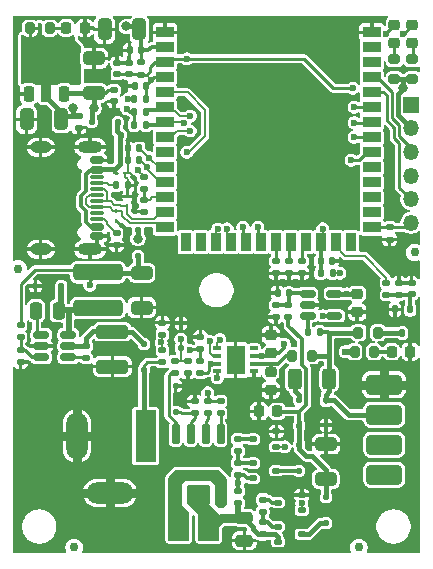
<source format=gbr>
%TF.GenerationSoftware,KiCad,Pcbnew,9.0.3-9.0.3-0~ubuntu24.04.1*%
%TF.CreationDate,2025-08-08T20:57:38+02:00*%
%TF.ProjectId,MCM-LIN,4d434d2d-4c49-44e2-9e6b-696361645f70,rev?*%
%TF.SameCoordinates,Original*%
%TF.FileFunction,Copper,L1,Top*%
%TF.FilePolarity,Positive*%
%FSLAX46Y46*%
G04 Gerber Fmt 4.6, Leading zero omitted, Abs format (unit mm)*
G04 Created by KiCad (PCBNEW 9.0.3-9.0.3-0~ubuntu24.04.1) date 2025-08-08 20:57:38*
%MOMM*%
%LPD*%
G01*
G04 APERTURE LIST*
G04 Aperture macros list*
%AMRoundRect*
0 Rectangle with rounded corners*
0 $1 Rounding radius*
0 $2 $3 $4 $5 $6 $7 $8 $9 X,Y pos of 4 corners*
0 Add a 4 corners polygon primitive as box body*
4,1,4,$2,$3,$4,$5,$6,$7,$8,$9,$2,$3,0*
0 Add four circle primitives for the rounded corners*
1,1,$1+$1,$2,$3*
1,1,$1+$1,$4,$5*
1,1,$1+$1,$6,$7*
1,1,$1+$1,$8,$9*
0 Add four rect primitives between the rounded corners*
20,1,$1+$1,$2,$3,$4,$5,0*
20,1,$1+$1,$4,$5,$6,$7,0*
20,1,$1+$1,$6,$7,$8,$9,0*
20,1,$1+$1,$8,$9,$2,$3,0*%
%AMFreePoly0*
4,1,9,3.862500,-0.866500,0.737500,-0.866500,0.737500,-0.450000,-0.737500,-0.450000,-0.737500,0.450000,0.737500,0.450000,0.737500,0.866500,3.862500,0.866500,3.862500,-0.866500,3.862500,-0.866500,$1*%
G04 Aperture macros list end*
%TA.AperFunction,SMDPad,CuDef*%
%ADD10RoundRect,0.112500X0.112500X-0.187500X0.112500X0.187500X-0.112500X0.187500X-0.112500X-0.187500X0*%
%TD*%
%TA.AperFunction,SMDPad,CuDef*%
%ADD11RoundRect,0.225000X0.225000X0.250000X-0.225000X0.250000X-0.225000X-0.250000X0.225000X-0.250000X0*%
%TD*%
%TA.AperFunction,SMDPad,CuDef*%
%ADD12RoundRect,0.135000X0.185000X-0.135000X0.185000X0.135000X-0.185000X0.135000X-0.185000X-0.135000X0*%
%TD*%
%TA.AperFunction,SMDPad,CuDef*%
%ADD13RoundRect,0.150000X-0.425000X0.150000X-0.425000X-0.150000X0.425000X-0.150000X0.425000X0.150000X0*%
%TD*%
%TA.AperFunction,SMDPad,CuDef*%
%ADD14RoundRect,0.075000X-0.500000X0.075000X-0.500000X-0.075000X0.500000X-0.075000X0.500000X0.075000X0*%
%TD*%
%TA.AperFunction,ComponentPad*%
%ADD15O,2.100000X1.000000*%
%TD*%
%TA.AperFunction,ComponentPad*%
%ADD16O,1.800000X1.000000*%
%TD*%
%TA.AperFunction,SMDPad,CuDef*%
%ADD17RoundRect,0.135000X0.135000X0.185000X-0.135000X0.185000X-0.135000X-0.185000X0.135000X-0.185000X0*%
%TD*%
%TA.AperFunction,SMDPad,CuDef*%
%ADD18RoundRect,0.135000X-0.135000X-0.185000X0.135000X-0.185000X0.135000X0.185000X-0.135000X0.185000X0*%
%TD*%
%TA.AperFunction,SMDPad,CuDef*%
%ADD19RoundRect,0.218750X-0.256250X0.218750X-0.256250X-0.218750X0.256250X-0.218750X0.256250X0.218750X0*%
%TD*%
%TA.AperFunction,SMDPad,CuDef*%
%ADD20RoundRect,0.218750X0.218750X0.256250X-0.218750X0.256250X-0.218750X-0.256250X0.218750X-0.256250X0*%
%TD*%
%TA.AperFunction,SMDPad,CuDef*%
%ADD21RoundRect,0.125000X-0.125000X-0.125000X0.125000X-0.125000X0.125000X0.125000X-0.125000X0.125000X0*%
%TD*%
%TA.AperFunction,SMDPad,CuDef*%
%ADD22RoundRect,0.135000X-0.185000X0.135000X-0.185000X-0.135000X0.185000X-0.135000X0.185000X0.135000X0*%
%TD*%
%TA.AperFunction,SMDPad,CuDef*%
%ADD23RoundRect,0.125000X-0.125000X0.125000X-0.125000X-0.125000X0.125000X-0.125000X0.125000X0.125000X0*%
%TD*%
%TA.AperFunction,SMDPad,CuDef*%
%ADD24RoundRect,0.250000X0.650000X-0.325000X0.650000X0.325000X-0.650000X0.325000X-0.650000X-0.325000X0*%
%TD*%
%TA.AperFunction,ComponentPad*%
%ADD25RoundRect,0.425000X1.125000X-0.425000X1.125000X0.425000X-1.125000X0.425000X-1.125000X-0.425000X0*%
%TD*%
%TA.AperFunction,SMDPad,CuDef*%
%ADD26RoundRect,0.062500X0.062500X-0.117500X0.062500X0.117500X-0.062500X0.117500X-0.062500X-0.117500X0*%
%TD*%
%TA.AperFunction,ComponentPad*%
%ADD27R,1.350000X1.350000*%
%TD*%
%TA.AperFunction,ComponentPad*%
%ADD28O,1.350000X1.350000*%
%TD*%
%TA.AperFunction,SMDPad,CuDef*%
%ADD29RoundRect,0.140000X-0.140000X-0.170000X0.140000X-0.170000X0.140000X0.170000X-0.140000X0.170000X0*%
%TD*%
%TA.AperFunction,SMDPad,CuDef*%
%ADD30RoundRect,0.250000X-0.475000X0.250000X-0.475000X-0.250000X0.475000X-0.250000X0.475000X0.250000X0*%
%TD*%
%TA.AperFunction,SMDPad,CuDef*%
%ADD31RoundRect,0.140000X0.170000X-0.140000X0.170000X0.140000X-0.170000X0.140000X-0.170000X-0.140000X0*%
%TD*%
%TA.AperFunction,SMDPad,CuDef*%
%ADD32C,0.750000*%
%TD*%
%TA.AperFunction,SMDPad,CuDef*%
%ADD33RoundRect,0.140000X0.140000X0.170000X-0.140000X0.170000X-0.140000X-0.170000X0.140000X-0.170000X0*%
%TD*%
%TA.AperFunction,SMDPad,CuDef*%
%ADD34RoundRect,0.225000X0.225000X-0.425000X0.225000X0.425000X-0.225000X0.425000X-0.225000X-0.425000X0*%
%TD*%
%TA.AperFunction,SMDPad,CuDef*%
%ADD35FreePoly0,90.000000*%
%TD*%
%TA.AperFunction,SMDPad,CuDef*%
%ADD36RoundRect,0.200000X0.200000X0.275000X-0.200000X0.275000X-0.200000X-0.275000X0.200000X-0.275000X0*%
%TD*%
%TA.AperFunction,SMDPad,CuDef*%
%ADD37R,1.500000X0.900000*%
%TD*%
%TA.AperFunction,SMDPad,CuDef*%
%ADD38R,0.900000X1.500000*%
%TD*%
%TA.AperFunction,HeatsinkPad*%
%ADD39C,0.500000*%
%TD*%
%TA.AperFunction,SMDPad,CuDef*%
%ADD40R,4.000000X4.000000*%
%TD*%
%TA.AperFunction,SMDPad,CuDef*%
%ADD41RoundRect,0.062500X-0.062500X0.117500X-0.062500X-0.117500X0.062500X-0.117500X0.062500X0.117500X0*%
%TD*%
%TA.AperFunction,SMDPad,CuDef*%
%ADD42RoundRect,0.250000X0.325000X0.650000X-0.325000X0.650000X-0.325000X-0.650000X0.325000X-0.650000X0*%
%TD*%
%TA.AperFunction,SMDPad,CuDef*%
%ADD43R,0.650000X0.350000*%
%TD*%
%TA.AperFunction,SMDPad,CuDef*%
%ADD44R,1.550000X2.400000*%
%TD*%
%TA.AperFunction,SMDPad,CuDef*%
%ADD45RoundRect,0.200000X-0.275000X0.200000X-0.275000X-0.200000X0.275000X-0.200000X0.275000X0.200000X0*%
%TD*%
%TA.AperFunction,ComponentPad*%
%ADD46R,1.700000X1.700000*%
%TD*%
%TA.AperFunction,ComponentPad*%
%ADD47O,1.700000X1.700000*%
%TD*%
%TA.AperFunction,SMDPad,CuDef*%
%ADD48RoundRect,0.225000X-0.250000X0.225000X-0.250000X-0.225000X0.250000X-0.225000X0.250000X0.225000X0*%
%TD*%
%TA.AperFunction,SMDPad,CuDef*%
%ADD49RoundRect,0.125000X0.125000X0.125000X-0.125000X0.125000X-0.125000X-0.125000X0.125000X-0.125000X0*%
%TD*%
%TA.AperFunction,SMDPad,CuDef*%
%ADD50RoundRect,0.140000X-0.170000X0.140000X-0.170000X-0.140000X0.170000X-0.140000X0.170000X0.140000X0*%
%TD*%
%TA.AperFunction,SMDPad,CuDef*%
%ADD51RoundRect,0.250000X-0.250000X-0.475000X0.250000X-0.475000X0.250000X0.475000X-0.250000X0.475000X0*%
%TD*%
%TA.AperFunction,SMDPad,CuDef*%
%ADD52RoundRect,0.150000X-0.150000X0.725000X-0.150000X-0.725000X0.150000X-0.725000X0.150000X0.725000X0*%
%TD*%
%TA.AperFunction,SMDPad,CuDef*%
%ADD53RoundRect,0.062500X0.117500X0.062500X-0.117500X0.062500X-0.117500X-0.062500X0.117500X-0.062500X0*%
%TD*%
%TA.AperFunction,SMDPad,CuDef*%
%ADD54RoundRect,0.250000X-0.312500X-0.625000X0.312500X-0.625000X0.312500X0.625000X-0.312500X0.625000X0*%
%TD*%
%TA.AperFunction,SMDPad,CuDef*%
%ADD55RoundRect,0.112500X0.112500X0.237500X-0.112500X0.237500X-0.112500X-0.237500X0.112500X-0.237500X0*%
%TD*%
%TA.AperFunction,SMDPad,CuDef*%
%ADD56RoundRect,0.112500X-0.237500X0.112500X-0.237500X-0.112500X0.237500X-0.112500X0.237500X0.112500X0*%
%TD*%
%TA.AperFunction,SMDPad,CuDef*%
%ADD57RoundRect,0.350000X1.750000X0.350000X-1.750000X0.350000X-1.750000X-0.350000X1.750000X-0.350000X0*%
%TD*%
%TA.AperFunction,SMDPad,CuDef*%
%ADD58RoundRect,0.150000X-0.512500X-0.150000X0.512500X-0.150000X0.512500X0.150000X-0.512500X0.150000X0*%
%TD*%
%TA.AperFunction,SMDPad,CuDef*%
%ADD59RoundRect,0.112500X0.237500X-0.112500X0.237500X0.112500X-0.237500X0.112500X-0.237500X-0.112500X0*%
%TD*%
%TA.AperFunction,SMDPad,CuDef*%
%ADD60RoundRect,0.200000X-0.200000X-0.275000X0.200000X-0.275000X0.200000X0.275000X-0.200000X0.275000X0*%
%TD*%
%TA.AperFunction,SMDPad,CuDef*%
%ADD61RoundRect,0.250000X-0.650000X0.325000X-0.650000X-0.325000X0.650000X-0.325000X0.650000X0.325000X0*%
%TD*%
%TA.AperFunction,ComponentPad*%
%ADD62R,1.800000X4.400000*%
%TD*%
%TA.AperFunction,ComponentPad*%
%ADD63O,1.800000X4.000000*%
%TD*%
%TA.AperFunction,ComponentPad*%
%ADD64O,4.000000X1.800000*%
%TD*%
%TA.AperFunction,SMDPad,CuDef*%
%ADD65RoundRect,0.225000X0.250000X-0.225000X0.250000X0.225000X-0.250000X0.225000X-0.250000X-0.225000X0*%
%TD*%
%TA.AperFunction,SMDPad,CuDef*%
%ADD66RoundRect,0.250000X-1.100000X0.325000X-1.100000X-0.325000X1.100000X-0.325000X1.100000X0.325000X0*%
%TD*%
%TA.AperFunction,ViaPad*%
%ADD67C,0.600000*%
%TD*%
%TA.AperFunction,ViaPad*%
%ADD68C,0.800000*%
%TD*%
%TA.AperFunction,Conductor*%
%ADD69C,0.400000*%
%TD*%
%TA.AperFunction,Conductor*%
%ADD70C,0.250000*%
%TD*%
%TA.AperFunction,Conductor*%
%ADD71C,0.800000*%
%TD*%
%TA.AperFunction,Conductor*%
%ADD72C,0.200000*%
%TD*%
%TA.AperFunction,Conductor*%
%ADD73C,0.300000*%
%TD*%
%TA.AperFunction,Conductor*%
%ADD74C,0.500000*%
%TD*%
%TA.AperFunction,Conductor*%
%ADD75C,0.350000*%
%TD*%
%TA.AperFunction,Conductor*%
%ADD76C,0.450000*%
%TD*%
%TA.AperFunction,Conductor*%
%ADD77C,0.190000*%
%TD*%
G04 APERTURE END LIST*
D10*
%TO.P,D4,1,K*%
%TO.N,Net-(D4-K)*%
X74500000Y-73375000D03*
%TO.P,D4,2,A*%
%TO.N,GND*%
X74500000Y-71275000D03*
%TD*%
D11*
%TO.P,C25,1*%
%TO.N,VBUS*%
X82650000Y-78750000D03*
%TO.P,C25,2*%
%TO.N,GND*%
X81100000Y-78750000D03*
%TD*%
D12*
%TO.P,R4,1*%
%TO.N,Net-(U2-FB)*%
X60921200Y-72483200D03*
%TO.P,R4,2*%
%TO.N,Net-(D3-A)*%
X60921200Y-71463200D03*
%TD*%
D13*
%TO.P,J1,A1,GND*%
%TO.N,GND*%
X67380000Y-57500000D03*
%TO.P,J1,A4,VBUS*%
%TO.N,VUSB*%
X67380000Y-58300000D03*
D14*
%TO.P,J1,A5,CC1*%
%TO.N,Net-(J1-CC1)*%
X67380000Y-59450000D03*
%TO.P,J1,A6,D+*%
%TO.N,USB_D+*%
X67380000Y-60450000D03*
%TO.P,J1,A7,D-*%
%TO.N,USB_D-*%
X67380000Y-60950000D03*
%TO.P,J1,A8,SBU1*%
%TO.N,unconnected-(J1-SBU1-PadA8)*%
X67380000Y-61950000D03*
D13*
%TO.P,J1,A9,VBUS*%
%TO.N,VUSB*%
X67380000Y-63100000D03*
%TO.P,J1,A12,GND*%
%TO.N,GND*%
X67380000Y-63900000D03*
%TO.P,J1,B1,GND*%
X67380000Y-63900000D03*
%TO.P,J1,B4,VBUS*%
%TO.N,VUSB*%
X67380000Y-63100000D03*
D14*
%TO.P,J1,B5,CC2*%
%TO.N,Net-(J1-CC2)*%
X67380000Y-62450000D03*
%TO.P,J1,B6,D+*%
%TO.N,USB_D+*%
X67380000Y-61450000D03*
%TO.P,J1,B7,D-*%
%TO.N,USB_D-*%
X67380000Y-59950000D03*
%TO.P,J1,B8,SBU2*%
%TO.N,unconnected-(J1-SBU2-PadB8)*%
X67380000Y-58950000D03*
D13*
%TO.P,J1,B9,VBUS*%
%TO.N,VUSB*%
X67380000Y-58300000D03*
%TO.P,J1,B12,GND*%
%TO.N,GND*%
X67380000Y-57500000D03*
D15*
%TO.P,J1,S1,SHIELD*%
X66805000Y-56380000D03*
D16*
X62625000Y-56380000D03*
D15*
X66805000Y-65020000D03*
D16*
X62625000Y-65020000D03*
%TD*%
D17*
%TO.P,R35,1*%
%TO.N,+3.3V*%
X87335000Y-67050000D03*
%TO.P,R35,2*%
%TO.N,PPM_RX*%
X86315000Y-67050000D03*
%TD*%
D18*
%TO.P,R41,1*%
%TO.N,Net-(J1-CC1)*%
X68965000Y-59625000D03*
%TO.P,R41,2*%
%TO.N,GND*%
X69985000Y-59625000D03*
%TD*%
D19*
%TO.P,D10,1,K*%
%TO.N,LED2*%
X92573600Y-46012500D03*
%TO.P,D10,2,A*%
%TO.N,Net-(D10-A)*%
X92573600Y-47587500D03*
%TD*%
D20*
%TO.P,D1,1,K*%
%TO.N,GND*%
X66360900Y-46293000D03*
%TO.P,D1,2,A*%
%TO.N,Net-(D1-A)*%
X64785900Y-46293000D03*
%TD*%
D21*
%TO.P,D8,1,K*%
%TO.N,+5V*%
X66937200Y-54243200D03*
%TO.P,D8,2,A*%
%TO.N,VUSB*%
X69137200Y-54243200D03*
%TD*%
D12*
%TO.P,R24,1*%
%TO.N,VS*%
X72925000Y-74585000D03*
%TO.P,R24,2*%
%TO.N,MEAS_VS*%
X72925000Y-73565000D03*
%TD*%
D22*
%TO.P,R27,1*%
%TO.N,MEAS_VUSB*%
X71364600Y-60819800D03*
%TO.P,R27,2*%
%TO.N,GND*%
X71364600Y-61839800D03*
%TD*%
D23*
%TO.P,D15,1,K*%
%TO.N,Net-(D15-K)*%
X84500000Y-77775000D03*
%TO.P,D15,2,A*%
%TO.N,VBUS*%
X84500000Y-79975000D03*
%TD*%
D24*
%TO.P,C26,1*%
%TO.N,VBUS*%
X86775000Y-84475000D03*
%TO.P,C26,2*%
%TO.N,GND*%
X86775000Y-81525000D03*
%TD*%
D25*
%TO.P,J4,1,Pin_1*%
%TO.N,GND*%
X91700000Y-76500000D03*
%TO.P,J4,2,Pin_2*%
%TO.N,LIN_PPM*%
X91700000Y-79040000D03*
%TO.P,J4,3,Pin_3*%
%TO.N,unconnected-(J4-Pin_3-Pad3)*%
X91700000Y-81580000D03*
%TO.P,J4,4,Pin_4*%
%TO.N,VOUT*%
X91700000Y-84120000D03*
%TD*%
D23*
%TO.P,D9,1,K*%
%TO.N,Net-(D9-K)*%
X71350000Y-73050000D03*
%TO.P,D9,2,A*%
%TO.N,VS*%
X71350000Y-75250000D03*
%TD*%
D12*
%TO.P,R28,1*%
%TO.N,+5V*%
X79325000Y-84135000D03*
%TO.P,R28,2*%
%TO.N,Net-(Q5-G)*%
X79325000Y-83115000D03*
%TD*%
D26*
%TO.P,D11,1,A1*%
%TO.N,USB_D+*%
X69025000Y-61755000D03*
%TO.P,D11,2,A2*%
%TO.N,GND*%
X69025000Y-62595000D03*
%TD*%
D27*
%TO.P,J3,1,Pin_1*%
%TO.N,EN*%
X94000000Y-52800000D03*
D28*
%TO.P,J3,2,Pin_2*%
%TO.N,+3.3V*%
X94000000Y-54800000D03*
%TO.P,J3,3,Pin_3*%
%TO.N,Net-(J3-Pin_3)*%
X94000000Y-56800000D03*
%TO.P,J3,4,Pin_4*%
%TO.N,GND*%
X94000000Y-58800000D03*
%TO.P,J3,5,Pin_5*%
%TO.N,Net-(J3-Pin_5)*%
X94000000Y-60800000D03*
%TO.P,J3,6,Pin_6*%
%TO.N,IO0*%
X94000000Y-62800000D03*
%TD*%
D29*
%TO.P,C4,1*%
%TO.N,GND*%
X69995600Y-56475000D03*
%TO.P,C4,2*%
%TO.N,MEAS_VOUT*%
X70955600Y-56475000D03*
%TD*%
D10*
%TO.P,D14,1,A1*%
%TO.N,GND*%
X86775000Y-79925000D03*
%TO.P,D14,2,A2*%
%TO.N,LIN_PPM*%
X86775000Y-77825000D03*
%TD*%
D30*
%TO.P,C18,1*%
%TO.N,VOUT*%
X79875000Y-87800000D03*
%TO.P,C18,2*%
%TO.N,GND*%
X79875000Y-89700000D03*
%TD*%
D18*
%TO.P,R29,1*%
%TO.N,+3.3V*%
X70540000Y-54500000D03*
%TO.P,R29,2*%
%TO.N,LIN_TX*%
X71560000Y-54500000D03*
%TD*%
D12*
%TO.P,R20,1*%
%TO.N,Net-(Q1-G)*%
X91900000Y-68885000D03*
%TO.P,R20,2*%
%TO.N,PPM_TX*%
X91900000Y-67865000D03*
%TD*%
D22*
%TO.P,R13,1*%
%TO.N,IO0*%
X92167200Y-63182000D03*
%TO.P,R13,2*%
%TO.N,GND*%
X92167200Y-64202000D03*
%TD*%
D31*
%TO.P,C17,1*%
%TO.N,EN*%
X69104000Y-50202000D03*
%TO.P,C17,2*%
%TO.N,GND*%
X69104000Y-49242000D03*
%TD*%
D18*
%TO.P,R15,1*%
%TO.N,Net-(U8-+)*%
X85215000Y-72025000D03*
%TO.P,R15,2*%
%TO.N,LIN_PPM*%
X86235000Y-72025000D03*
%TD*%
D12*
%TO.P,R25,1*%
%TO.N,MEAS_VS*%
X72925000Y-72260000D03*
%TO.P,R25,2*%
%TO.N,GND*%
X72925000Y-71240000D03*
%TD*%
D32*
%TO.P,FID1,*%
%TO.N,*%
X60725000Y-66700000D03*
%TD*%
D23*
%TO.P,D17,1,K*%
%TO.N,VBUS*%
X84500000Y-81575000D03*
%TO.P,D17,2,A*%
%TO.N,Net-(D17-A)*%
X84500000Y-83775000D03*
%TD*%
D33*
%TO.P,C13,1*%
%TO.N,+3.3V*%
X71108000Y-48190000D03*
%TO.P,C13,2*%
%TO.N,GND*%
X70148000Y-48190000D03*
%TD*%
D34*
%TO.P,U1,1,GND*%
%TO.N,GND*%
X61609600Y-51875200D03*
D35*
%TO.P,U1,2,VO*%
%TO.N,+3.3V*%
X63109600Y-51787700D03*
D34*
%TO.P,U1,3,VI*%
%TO.N,+5V*%
X64609600Y-51875200D03*
%TD*%
D12*
%TO.P,R22,1*%
%TO.N,VOUT*%
X76150000Y-75485000D03*
%TO.P,R22,2*%
%TO.N,MEAS_VOUT*%
X76150000Y-74465000D03*
%TD*%
D36*
%TO.P,R1,1*%
%TO.N,Net-(D1-A)*%
X63375800Y-46300000D03*
%TO.P,R1,2*%
%TO.N,+3.3V*%
X61725800Y-46300000D03*
%TD*%
D32*
%TO.P,FID2,*%
%TO.N,*%
X89550000Y-90275000D03*
%TD*%
D37*
%TO.P,U5,1,GND*%
%TO.N,GND*%
X73150000Y-46658000D03*
%TO.P,U5,2,3V3*%
%TO.N,+3.3V*%
X73150000Y-47928000D03*
%TO.P,U5,3,EN*%
%TO.N,EN*%
X73150000Y-49198000D03*
%TO.P,U5,4,IO4*%
%TO.N,SLAVE_CUR*%
X73150000Y-50468000D03*
%TO.P,U5,5,IO5*%
%TO.N,SLAVE_PWR*%
X73150000Y-51738000D03*
%TO.P,U5,6,IO6*%
%TO.N,LIN_RX*%
X73150000Y-53008000D03*
%TO.P,U5,7,IO7*%
%TO.N,LIN_TX*%
X73150000Y-54278000D03*
%TO.P,U5,8,IO15*%
%TO.N,LIN_SLEEP*%
X73150000Y-55548000D03*
%TO.P,U5,9,IO16*%
%TO.N,unconnected-(U5-IO16-Pad9)*%
X73150000Y-56818000D03*
%TO.P,U5,10,IO17*%
%TO.N,MEAS_VOUT*%
X73150000Y-58088000D03*
%TO.P,U5,11,IO18*%
%TO.N,MEAS_VS*%
X73150000Y-59358000D03*
%TO.P,U5,12,IO8*%
%TO.N,MEAS_VUSB*%
X73150000Y-60628000D03*
%TO.P,U5,13,IO19*%
%TO.N,USB_D-*%
X73150000Y-61898000D03*
%TO.P,U5,14,IO20*%
%TO.N,USB_D+*%
X73150000Y-63168000D03*
D38*
%TO.P,U5,15,IO3*%
%TO.N,unconnected-(U5-IO3-Pad15)*%
X74915000Y-64418000D03*
%TO.P,U5,16,IO46*%
%TO.N,unconnected-(U5-IO46-Pad16)*%
X76185000Y-64418000D03*
%TO.P,U5,17,IO9*%
%TO.N,VBUS_5V*%
X77455000Y-64418000D03*
%TO.P,U5,18,IO10*%
%TO.N,VBUS_VOUT*%
X78725000Y-64418000D03*
%TO.P,U5,19,IO11*%
%TO.N,LED2*%
X79995000Y-64418000D03*
%TO.P,U5,20,IO12*%
%TO.N,LED1*%
X81265000Y-64418000D03*
%TO.P,U5,21,IO13*%
%TO.N,Net-(U5-IO13)*%
X82535000Y-64418000D03*
%TO.P,U5,22,IO14*%
%TO.N,Net-(U5-IO14)*%
X83805000Y-64418000D03*
%TO.P,U5,23,IO21*%
%TO.N,Net-(U5-IO21)*%
X85075000Y-64418000D03*
%TO.P,U5,24,IO47*%
%TO.N,PPM_RX*%
X86345000Y-64418000D03*
%TO.P,U5,25,IO48*%
%TO.N,PPM_TX*%
X87615000Y-64418000D03*
%TO.P,U5,26,IO45*%
%TO.N,unconnected-(U5-IO45-Pad26)*%
X88885000Y-64418000D03*
D37*
%TO.P,U5,27,IO0*%
%TO.N,IO0*%
X90650000Y-63168000D03*
%TO.P,U5,28,NC*%
%TO.N,unconnected-(U5-NC-Pad28)*%
X90650000Y-61898000D03*
%TO.P,U5,29,NC*%
%TO.N,unconnected-(U5-NC-Pad29)*%
X90650000Y-60628000D03*
%TO.P,U5,30,NC*%
%TO.N,unconnected-(U5-NC-Pad30)*%
X90650000Y-59358000D03*
%TO.P,U5,31,IO38*%
%TO.N,unconnected-(U5-IO38-Pad31)*%
X90650000Y-58088000D03*
%TO.P,U5,32,IO39*%
%TO.N,/MCM/TCK*%
X90650000Y-56818000D03*
%TO.P,U5,33,IO40*%
%TO.N,/MCM/TDO*%
X90650000Y-55548000D03*
%TO.P,U5,34,IO41*%
%TO.N,/MCM/TDI*%
X90650000Y-54278000D03*
%TO.P,U5,35,IO42*%
%TO.N,/MCM/TMS*%
X90650000Y-53008000D03*
%TO.P,U5,36,RXD0*%
%TO.N,Net-(J3-Pin_5)*%
X90650000Y-51738000D03*
%TO.P,U5,37,TXD0*%
%TO.N,Net-(J3-Pin_3)*%
X90650000Y-50468000D03*
%TO.P,U5,38,IO2*%
%TO.N,unconnected-(U5-IO2-Pad38)*%
X90650000Y-49198000D03*
%TO.P,U5,39,IO1*%
%TO.N,unconnected-(U5-IO1-Pad39)*%
X90650000Y-47928000D03*
%TO.P,U5,40,GND*%
%TO.N,GND*%
X90650000Y-46658000D03*
D39*
%TO.P,U5,41,EPAD*%
X79040000Y-51258000D03*
X79040000Y-52758000D03*
X79790000Y-50508000D03*
X79790000Y-52008000D03*
X79790000Y-53508000D03*
X80540000Y-51258000D03*
D40*
X80540000Y-52008000D03*
D39*
X80540000Y-52758000D03*
X81290000Y-50508000D03*
X81290000Y-52008000D03*
X81290000Y-53508000D03*
X82040000Y-51258000D03*
X82040000Y-52758000D03*
%TD*%
D22*
%TO.P,R11,1*%
%TO.N,+3.3V*%
X71136000Y-49212000D03*
%TO.P,R11,2*%
%TO.N,EN*%
X71136000Y-50232000D03*
%TD*%
D23*
%TO.P,D5,1,K*%
%TO.N,GND*%
X74051800Y-76587975D03*
%TO.P,D5,2,A*%
%TO.N,Net-(D5-A)*%
X74051800Y-78787975D03*
%TD*%
D36*
%TO.P,R38,1*%
%TO.N,LIN_PPM*%
X85575000Y-74025000D03*
%TO.P,R38,2*%
%TO.N,Net-(U7-LIN)*%
X83925000Y-74025000D03*
%TD*%
D22*
%TO.P,R31,1*%
%TO.N,Net-(U8--)*%
X82525000Y-69740000D03*
%TO.P,R31,2*%
%TO.N,GND*%
X82525000Y-70760000D03*
%TD*%
D41*
%TO.P,D12,1,A1*%
%TO.N,USB_D-*%
X69950000Y-61370000D03*
%TO.P,D12,2,A2*%
%TO.N,GND*%
X69950000Y-60530000D03*
%TD*%
D42*
%TO.P,C15,1*%
%TO.N,+3.3V*%
X70985400Y-46420000D03*
%TO.P,C15,2*%
%TO.N,GND*%
X68035400Y-46420000D03*
%TD*%
D43*
%TO.P,U7,1,RXD*%
%TO.N,LIN_RX*%
X77568750Y-73425000D03*
%TO.P,U7,2,~{SLP}*%
%TO.N,LIN_SLEEP*%
X77568750Y-74075000D03*
%TO.P,U7,3,~{WAKE}*%
%TO.N,VOUT*%
X77568750Y-74725000D03*
%TO.P,U7,4,TXD*%
%TO.N,LIN_TX*%
X77568750Y-75375000D03*
%TO.P,U7,5,GND*%
%TO.N,GND*%
X80668750Y-75375000D03*
%TO.P,U7,6,LIN*%
%TO.N,Net-(U7-LIN)*%
X80668750Y-74725000D03*
%TO.P,U7,7,VBAT*%
%TO.N,VOUT*%
X80668750Y-74075000D03*
%TO.P,U7,8,INH*%
%TO.N,unconnected-(U7-INH-Pad8)*%
X80668750Y-73425000D03*
D44*
%TO.P,U7,9,GND*%
%TO.N,GND*%
X79118750Y-74400000D03*
%TD*%
D45*
%TO.P,R17,1*%
%TO.N,Net-(D7-A)*%
X94100000Y-48960000D03*
%TO.P,R17,2*%
%TO.N,+3.3V*%
X94100000Y-50610000D03*
%TD*%
D22*
%TO.P,R10,1*%
%TO.N,Net-(D4-K)*%
X75075000Y-74465000D03*
%TO.P,R10,2*%
%TO.N,GND*%
X75075000Y-75485000D03*
%TD*%
D46*
%TO.P,J2,1,Pin_1*%
%TO.N,VS*%
X74325000Y-88826573D03*
D47*
%TO.P,J2,2,Pin_2*%
%TO.N,VOUT*%
X76865000Y-88826573D03*
%TD*%
D22*
%TO.P,R33,1*%
%TO.N,Net-(U5-IO14)*%
X83650000Y-66040000D03*
%TO.P,R33,2*%
%TO.N,GND*%
X83650000Y-67060000D03*
%TD*%
%TO.P,R21,1*%
%TO.N,+5V*%
X79325000Y-85490000D03*
%TO.P,R21,2*%
%TO.N,VOUT*%
X79325000Y-86510000D03*
%TD*%
D48*
%TO.P,C22,1*%
%TO.N,VOUT*%
X89425000Y-68800000D03*
%TO.P,C22,2*%
%TO.N,GND*%
X89425000Y-70350000D03*
%TD*%
D23*
%TO.P,D3,1,K*%
%TO.N,+5V*%
X70875000Y-63400000D03*
%TO.P,D3,2,A*%
%TO.N,Net-(D3-A)*%
X70875000Y-65600000D03*
%TD*%
D22*
%TO.P,R32,1*%
%TO.N,Net-(U5-IO13)*%
X82550000Y-66040000D03*
%TO.P,R32,2*%
%TO.N,GND*%
X82550000Y-67060000D03*
%TD*%
%TO.P,R8,1*%
%TO.N,SLAVE_PWR*%
X76765000Y-77896573D03*
%TO.P,R8,2*%
%TO.N,Net-(U4-SEn)*%
X76765000Y-78916573D03*
%TD*%
D49*
%TO.P,D2,1,K*%
%TO.N,Net-(D2-K)*%
X64375000Y-68150000D03*
%TO.P,D2,2,A*%
%TO.N,GND*%
X62175000Y-68150000D03*
%TD*%
D50*
%TO.P,C2,1*%
%TO.N,+5V*%
X68850000Y-51545000D03*
%TO.P,C2,2*%
%TO.N,GND*%
X68850000Y-52505000D03*
%TD*%
D29*
%TO.P,C11,1*%
%TO.N,GND*%
X69995600Y-57491000D03*
%TO.P,C11,2*%
%TO.N,MEAS_VS*%
X70955600Y-57491000D03*
%TD*%
D12*
%TO.P,R23,1*%
%TO.N,MEAS_VOUT*%
X76150000Y-73485000D03*
%TO.P,R23,2*%
%TO.N,GND*%
X76150000Y-72465000D03*
%TD*%
%TO.P,R5,1*%
%TO.N,GND*%
X60921200Y-74583200D03*
%TO.P,R5,2*%
%TO.N,Net-(U2-FB)*%
X60921200Y-73563200D03*
%TD*%
D51*
%TO.P,C7,1*%
%TO.N,Net-(U2-CB)*%
X62233700Y-70238200D03*
%TO.P,C7,2*%
%TO.N,Net-(D2-K)*%
X64133700Y-70238200D03*
%TD*%
D52*
%TO.P,U4,1,INPUT*%
%TO.N,Net-(U4-INPUT)*%
X77872800Y-80667773D03*
%TO.P,U4,2,SEn*%
%TO.N,Net-(U4-SEn)*%
X76602800Y-80667773D03*
%TO.P,U4,3,GND*%
%TO.N,Net-(D5-A)*%
X75332800Y-80667773D03*
%TO.P,U4,4,MultiSense*%
%TO.N,Net-(U4-MultiSense)*%
X74062800Y-80667773D03*
%TO.P,U4,5,VCC*%
%TO.N,VS*%
X74062800Y-85817773D03*
%TO.P,U4,6,OUTPUT*%
%TO.N,VOUT*%
X75332800Y-85817773D03*
%TO.P,U4,7,OUTPUT*%
X76602800Y-85817773D03*
%TO.P,U4,8,VCC*%
%TO.N,VS*%
X77872800Y-85817773D03*
%TD*%
D32*
%TO.P,FID3,*%
%TO.N,*%
X65450000Y-90275000D03*
%TD*%
D19*
%TO.P,D7,1,K*%
%TO.N,LED1*%
X94100000Y-46012500D03*
%TO.P,D7,2,A*%
%TO.N,Net-(D7-A)*%
X94100000Y-47587500D03*
%TD*%
D22*
%TO.P,R7,1*%
%TO.N,SLAVE_PWR*%
X77865000Y-77896573D03*
%TO.P,R7,2*%
%TO.N,Net-(U4-INPUT)*%
X77865000Y-78916573D03*
%TD*%
D32*
%TO.P,FID4,*%
%TO.N,*%
X94275000Y-65300000D03*
%TD*%
D53*
%TO.P,D13,1,A1*%
%TO.N,VUSB*%
X68952500Y-58600000D03*
%TO.P,D13,2,A2*%
%TO.N,GND*%
X69792500Y-58600000D03*
%TD*%
D12*
%TO.P,R9,1*%
%TO.N,Net-(U4-MultiSense)*%
X74000000Y-75485000D03*
%TO.P,R9,2*%
%TO.N,Net-(D4-K)*%
X74000000Y-74465000D03*
%TD*%
D42*
%TO.P,C9,1*%
%TO.N,+3.3V*%
X64381400Y-54040000D03*
%TO.P,C9,2*%
%TO.N,GND*%
X61431400Y-54040000D03*
%TD*%
D24*
%TO.P,C3,1*%
%TO.N,+5V*%
X67122800Y-51806600D03*
%TO.P,C3,2*%
%TO.N,GND*%
X67122800Y-48856600D03*
%TD*%
D54*
%TO.P,R36,1*%
%TO.N,Net-(D15-K)*%
X84112500Y-75975000D03*
%TO.P,R36,2*%
%TO.N,LIN_PPM*%
X87037500Y-75975000D03*
%TD*%
D50*
%TO.P,C6,1*%
%TO.N,+3.3V*%
X65852800Y-53763200D03*
%TO.P,C6,2*%
%TO.N,GND*%
X65852800Y-54723200D03*
%TD*%
D22*
%TO.P,R12,1*%
%TO.N,GND*%
X75665000Y-77899073D03*
%TO.P,R12,2*%
%TO.N,Net-(D5-A)*%
X75665000Y-78919073D03*
%TD*%
D17*
%TO.P,R6,1*%
%TO.N,SLAVE_CUR*%
X71560000Y-52300000D03*
%TO.P,R6,2*%
%TO.N,Net-(D4-K)*%
X70540000Y-52300000D03*
%TD*%
D31*
%TO.P,C5,1*%
%TO.N,Net-(Q1-G)*%
X94025000Y-68855000D03*
%TO.P,C5,2*%
%TO.N,GND*%
X94025000Y-67895000D03*
%TD*%
D22*
%TO.P,R34,1*%
%TO.N,Net-(U5-IO21)*%
X84750000Y-66040000D03*
%TO.P,R34,2*%
%TO.N,GND*%
X84750000Y-67060000D03*
%TD*%
D55*
%TO.P,Q1,1,G*%
%TO.N,Net-(Q1-G)*%
X93897500Y-70125000D03*
%TO.P,Q1,2,S*%
%TO.N,GND*%
X92597500Y-70125000D03*
%TO.P,Q1,3,D*%
%TO.N,Net-(Q1-D)*%
X93247500Y-72125000D03*
%TD*%
D56*
%TO.P,Q5,1,G*%
%TO.N,Net-(Q5-G)*%
X80575000Y-83125000D03*
%TO.P,Q5,2,S*%
%TO.N,+5V*%
X80575000Y-84425000D03*
%TO.P,Q5,3,D*%
%TO.N,Net-(D17-A)*%
X82575000Y-83775000D03*
%TD*%
D12*
%TO.P,R3,1*%
%TO.N,VOUT*%
X81425000Y-89175000D03*
%TO.P,R3,2*%
%TO.N,Net-(Q2-G)*%
X81425000Y-88155000D03*
%TD*%
D45*
%TO.P,R19,1*%
%TO.N,Net-(D10-A)*%
X92573600Y-48960000D03*
%TO.P,R19,2*%
%TO.N,+3.3V*%
X92573600Y-50610000D03*
%TD*%
D57*
%TO.P,L1,1,1*%
%TO.N,Net-(D2-K)*%
X67466300Y-69983700D03*
%TO.P,L1,2,2*%
%TO.N,Net-(D3-A)*%
X67466300Y-66983700D03*
%TD*%
D33*
%TO.P,C12,1*%
%TO.N,SLAVE_CUR*%
X71530000Y-51225000D03*
%TO.P,C12,2*%
%TO.N,GND*%
X70570000Y-51225000D03*
%TD*%
D20*
%TO.P,D6,1,K*%
%TO.N,GND*%
X93912500Y-73700000D03*
%TO.P,D6,2,A*%
%TO.N,Net-(D6-A)*%
X92337500Y-73700000D03*
%TD*%
D56*
%TO.P,Q2,1,G*%
%TO.N,Net-(Q2-G)*%
X82725000Y-88500000D03*
%TO.P,Q2,2,S*%
%TO.N,VOUT*%
X82725000Y-89800000D03*
%TO.P,Q2,3,D*%
%TO.N,Net-(D16-A)*%
X84725000Y-89150000D03*
%TD*%
D12*
%TO.P,R2,1*%
%TO.N,Net-(U2-~{SHDN})*%
X66475700Y-74235000D03*
%TO.P,R2,2*%
%TO.N,Net-(D9-K)*%
X66475700Y-73215000D03*
%TD*%
D58*
%TO.P,U2,1,CB*%
%TO.N,Net-(U2-CB)*%
X62671200Y-72267000D03*
%TO.P,U2,2,GND*%
%TO.N,GND*%
X62671200Y-73217000D03*
%TO.P,U2,3,FB*%
%TO.N,Net-(U2-FB)*%
X62671200Y-74167000D03*
%TO.P,U2,4,~{SHDN}*%
%TO.N,Net-(U2-~{SHDN})*%
X64946200Y-74167000D03*
%TO.P,U2,5,VIN*%
%TO.N,Net-(D9-K)*%
X64946200Y-73217000D03*
%TO.P,U2,6,SW*%
%TO.N,Net-(D2-K)*%
X64946200Y-72267000D03*
%TD*%
D59*
%TO.P,Q4,1,G*%
%TO.N,VBUS_VOUT*%
X84725000Y-87125000D03*
%TO.P,Q4,2,S*%
%TO.N,GND*%
X84725000Y-85825000D03*
%TO.P,Q4,3,D*%
%TO.N,Net-(Q4-D)*%
X82725000Y-86475000D03*
%TD*%
D23*
%TO.P,D16,1,K*%
%TO.N,VBUS*%
X86775000Y-86025000D03*
%TO.P,D16,2,A*%
%TO.N,Net-(D16-A)*%
X86775000Y-88225000D03*
%TD*%
D60*
%TO.P,R16,1*%
%TO.N,LIN_PPM*%
X89525000Y-72075000D03*
%TO.P,R16,2*%
%TO.N,Net-(Q1-D)*%
X91175000Y-72075000D03*
%TD*%
D58*
%TO.P,U8,1,-*%
%TO.N,Net-(U8--)*%
X85212500Y-68775000D03*
%TO.P,U8,2,V-*%
%TO.N,GND*%
X85212500Y-69725000D03*
%TO.P,U8,3,+*%
%TO.N,Net-(U8-+)*%
X85212500Y-70675000D03*
%TO.P,U8,4*%
%TO.N,PPM_RX*%
X87487500Y-70675000D03*
%TO.P,U8,5,V+*%
%TO.N,VOUT*%
X87487500Y-68775000D03*
%TD*%
D12*
%TO.P,R39,1*%
%TO.N,Net-(Q5-G)*%
X79325000Y-82135000D03*
%TO.P,R39,2*%
%TO.N,Net-(Q6-D)*%
X79325000Y-81115000D03*
%TD*%
D61*
%TO.P,C10,1*%
%TO.N,Net-(D3-A)*%
X71174700Y-67018700D03*
%TO.P,C10,2*%
%TO.N,GND*%
X71174700Y-69968700D03*
%TD*%
D12*
%TO.P,R18,1*%
%TO.N,Net-(Q1-G)*%
X92950000Y-68885000D03*
%TO.P,R18,2*%
%TO.N,GND*%
X92950000Y-67865000D03*
%TD*%
D29*
%TO.P,C8,1*%
%TO.N,GND*%
X82675000Y-68730000D03*
%TO.P,C8,2*%
%TO.N,Net-(U8--)*%
X83635000Y-68730000D03*
%TD*%
D48*
%TO.P,C23,1*%
%TO.N,Net-(U7-LIN)*%
X82106250Y-75400000D03*
%TO.P,C23,2*%
%TO.N,GND*%
X82106250Y-76950000D03*
%TD*%
D18*
%TO.P,R37,1*%
%TO.N,+3.3V*%
X70540000Y-53375000D03*
%TO.P,R37,2*%
%TO.N,LIN_RX*%
X71560000Y-53375000D03*
%TD*%
D29*
%TO.P,C20,1*%
%TO.N,PPM_RX*%
X86320000Y-66025000D03*
%TO.P,C20,2*%
%TO.N,GND*%
X87280000Y-66025000D03*
%TD*%
D22*
%TO.P,R42,1*%
%TO.N,Net-(J1-CC2)*%
X69050000Y-63665000D03*
%TO.P,R42,2*%
%TO.N,GND*%
X69050000Y-64685000D03*
%TD*%
%TO.P,R26,1*%
%TO.N,VUSB*%
X71350000Y-58890000D03*
%TO.P,R26,2*%
%TO.N,MEAS_VUSB*%
X71350000Y-59910000D03*
%TD*%
D12*
%TO.P,R30,1*%
%TO.N,VBUS*%
X83600000Y-70760000D03*
%TO.P,R30,2*%
%TO.N,Net-(U8--)*%
X83600000Y-69740000D03*
%TD*%
D50*
%TO.P,C16,1*%
%TO.N,GND*%
X70120000Y-49242000D03*
%TO.P,C16,2*%
%TO.N,EN*%
X70120000Y-50202000D03*
%TD*%
D59*
%TO.P,Q6,1,G*%
%TO.N,VBUS_5V*%
X82575000Y-81747500D03*
%TO.P,Q6,2,S*%
%TO.N,GND*%
X82575000Y-80447500D03*
%TO.P,Q6,3,D*%
%TO.N,Net-(Q6-D)*%
X80575000Y-81097500D03*
%TD*%
D62*
%TO.P,J10,1*%
%TO.N,VS*%
X71500000Y-80850000D03*
D63*
%TO.P,J10,2*%
%TO.N,GND*%
X65700000Y-80850000D03*
D64*
%TO.P,J10,3*%
X68500000Y-85650000D03*
%TD*%
D65*
%TO.P,C21,1*%
%TO.N,VOUT*%
X82106250Y-73850000D03*
%TO.P,C21,2*%
%TO.N,GND*%
X82106250Y-72300000D03*
%TD*%
D36*
%TO.P,R14,1*%
%TO.N,Net-(D6-A)*%
X90850000Y-73700000D03*
%TO.P,R14,2*%
%TO.N,VOUT*%
X89200000Y-73700000D03*
%TD*%
D66*
%TO.P,C1,1*%
%TO.N,Net-(D9-K)*%
X68683700Y-72008700D03*
%TO.P,C1,2*%
%TO.N,GND*%
X68683700Y-74958700D03*
%TD*%
D12*
%TO.P,R40,1*%
%TO.N,Net-(Q2-G)*%
X81425000Y-87235000D03*
%TO.P,R40,2*%
%TO.N,Net-(Q4-D)*%
X81425000Y-86215000D03*
%TD*%
D67*
%TO.N,GND*%
X77500000Y-82500000D03*
X75200000Y-66000000D03*
X89500000Y-75000000D03*
X69500000Y-68500000D03*
X81500000Y-68500000D03*
X79000000Y-77000000D03*
X68000000Y-90000000D03*
X84500000Y-50000000D03*
X70650000Y-61325000D03*
X89000000Y-59000000D03*
X76500000Y-82500000D03*
X67500000Y-76500000D03*
X66665600Y-47486800D03*
X89500000Y-80500000D03*
X81000000Y-77000000D03*
X89500000Y-67000000D03*
X84000000Y-62500000D03*
X76000000Y-62500000D03*
X61000000Y-86000000D03*
D68*
X82312000Y-46928000D03*
D67*
X71225000Y-55475000D03*
X75000000Y-51000000D03*
X91000000Y-70500000D03*
X81500000Y-71000000D03*
X69500000Y-76500000D03*
X61000000Y-77000000D03*
X93400000Y-49800000D03*
X92250000Y-59500000D03*
X61000000Y-81000000D03*
X90500000Y-64525000D03*
X69100000Y-48225000D03*
X92319600Y-61939400D03*
X88000000Y-90000000D03*
X72000000Y-90000000D03*
X64625000Y-56375000D03*
X89000000Y-50000000D03*
X79000000Y-80000000D03*
X92116400Y-56275200D03*
D68*
X88154000Y-46928000D03*
D67*
X82000000Y-85000000D03*
X69700000Y-51225000D03*
X94000000Y-75000000D03*
X81000000Y-80000000D03*
X83500000Y-85000000D03*
X67525000Y-50350000D03*
D68*
X75200000Y-46928000D03*
D67*
X85500000Y-56000000D03*
X94000000Y-86000000D03*
X79500000Y-62000000D03*
X68850000Y-53350000D03*
X85500000Y-79500000D03*
%TO.N,+5V*%
X79325000Y-84825000D03*
D68*
X67122800Y-53074800D03*
X70850000Y-64125000D03*
%TO.N,+3.3V*%
X65395600Y-53025800D03*
X69866000Y-46166000D03*
D67*
X87950000Y-67050000D03*
D68*
X93335600Y-51398400D03*
D67*
X69925000Y-53150000D03*
%TO.N,Net-(D3-A)*%
X66783700Y-68083700D03*
%TO.N,SLAVE_CUR*%
X72000000Y-50723895D03*
%TO.N,EN*%
X89040498Y-51398400D03*
X74996800Y-48909200D03*
%TO.N,Net-(D4-K)*%
X74500000Y-72650000D03*
X70000000Y-52300000D03*
%TO.N,LED1*%
X81005000Y-63147000D03*
X93305414Y-46769510D03*
%TO.N,VUSB*%
X69400000Y-55350000D03*
X70893115Y-58323482D03*
D68*
%TO.N,VS*%
X74750000Y-84200000D03*
X73986000Y-84349275D03*
D67*
%TO.N,LED2*%
X79735000Y-63147000D03*
X91899501Y-46784553D03*
%TO.N,SLAVE_PWR*%
X76775000Y-77175000D03*
X75000000Y-56800000D03*
%TO.N,MEAS_VOUT*%
X71804289Y-57283311D03*
X75225000Y-73550000D03*
%TO.N,MEAS_VS*%
X71651419Y-58068572D03*
X72824000Y-72917637D03*
%TO.N,/MCM/TDI*%
X89164000Y-54300000D03*
%TO.N,/MCM/TMS*%
X89170000Y-53000000D03*
%TO.N,/MCM/TDO*%
X89170000Y-55548000D03*
%TO.N,/MCM/TCK*%
X88914811Y-57479500D03*
%TO.N,PPM_RX*%
X86500000Y-63300000D03*
X86500000Y-70675000D03*
%TO.N,VBUS_VOUT*%
X84725000Y-86550000D03*
X78400000Y-63300000D03*
%TO.N,VBUS_5V*%
X77600545Y-63329609D03*
X83300000Y-81750000D03*
%TO.N,LIN_TX*%
X77575000Y-75900000D03*
X74788290Y-54354427D03*
%TO.N,LIN_RX*%
X77800000Y-72675000D03*
X75298004Y-53738476D03*
%TO.N,LIN_SLEEP*%
X76930260Y-72828428D03*
X75266297Y-54995297D03*
%TO.N,VOUT*%
X77012870Y-74725000D03*
X88425000Y-73700000D03*
X83250000Y-73050000D03*
X88550000Y-68800000D03*
X81325000Y-74075000D03*
%TD*%
D69*
%TO.N,Net-(D9-K)*%
X68658700Y-71983700D02*
X68683700Y-72008700D01*
X70333700Y-72033700D02*
X71350000Y-73050000D01*
X68708700Y-72033700D02*
X70333700Y-72033700D01*
X67041300Y-71983700D02*
X68658700Y-71983700D01*
X68683700Y-72008700D02*
X68708700Y-72033700D01*
X66475700Y-72549300D02*
X67041300Y-71983700D01*
X66475700Y-73215000D02*
X66475700Y-72549300D01*
X66475700Y-73215000D02*
X64821200Y-73215000D01*
D70*
%TO.N,GND*%
X69480000Y-63050000D02*
X69575000Y-63050000D01*
D71*
X65700000Y-83350000D02*
X65700000Y-78250000D01*
D72*
X70200000Y-58600000D02*
X70525000Y-58925000D01*
D71*
X71100000Y-85650000D02*
X65600000Y-85650000D01*
D72*
X69985000Y-59060000D02*
X69985000Y-59625000D01*
D71*
X68500000Y-87575000D02*
X68500000Y-83850000D01*
D72*
X69995600Y-58595600D02*
X70000000Y-58600000D01*
X69792500Y-58867500D02*
X69985000Y-59060000D01*
D70*
X69025000Y-62595000D02*
X69480000Y-63050000D01*
D72*
X69792500Y-58600000D02*
X70000000Y-58600000D01*
X69995600Y-56475000D02*
X69995600Y-57491000D01*
D71*
X91700000Y-75100000D02*
X91700000Y-77525000D01*
X63675000Y-80850000D02*
X67600000Y-80850000D01*
D72*
X69995600Y-57491000D02*
X69995600Y-58595600D01*
D71*
X93600000Y-76500000D02*
X89675000Y-76500000D01*
D72*
X69792500Y-58600000D02*
X69792500Y-58867500D01*
X70000000Y-58600000D02*
X70200000Y-58600000D01*
D70*
X70127609Y-49242000D02*
X70120000Y-49242000D01*
D69*
%TO.N,+5V*%
X70875000Y-64100000D02*
X70875000Y-63375000D01*
D73*
X79325000Y-85490000D02*
X79325000Y-84825000D01*
D70*
X68850000Y-51545000D02*
X68293200Y-51545000D01*
D73*
X80100000Y-84425000D02*
X79810000Y-84135000D01*
D70*
X68031600Y-51806600D02*
X67122800Y-51806600D01*
D73*
X79810000Y-84135000D02*
X79325000Y-84135000D01*
X79325000Y-84825000D02*
X79325000Y-84135000D01*
D74*
X70850000Y-64125000D02*
X70875000Y-64100000D01*
D70*
X68293200Y-51545000D02*
X68031600Y-51806600D01*
D69*
X67122800Y-51806600D02*
X64942600Y-51806600D01*
X67122800Y-53074800D02*
X66937200Y-53260400D01*
X66937200Y-53260400D02*
X66937200Y-54243200D01*
D73*
X80575000Y-84425000D02*
X80100000Y-84425000D01*
D69*
X67122800Y-53074800D02*
X67122800Y-51806600D01*
X64942600Y-51806600D02*
X64609600Y-51473600D01*
D75*
%TO.N,+3.3V*%
X72007600Y-47928000D02*
X73150000Y-47928000D01*
D69*
X65350000Y-53766200D02*
X65350000Y-53071400D01*
X92878400Y-51855600D02*
X92878400Y-53678400D01*
X64381400Y-54040000D02*
X64655200Y-53766200D01*
D72*
X87335000Y-67050000D02*
X87950000Y-67050000D01*
D69*
X70883800Y-46420000D02*
X70985400Y-46420000D01*
D75*
X71745600Y-48190000D02*
X72007600Y-47928000D01*
D70*
X71136000Y-48218000D02*
X71108000Y-48190000D01*
D69*
X93335600Y-51398400D02*
X92878400Y-51855600D01*
X64655200Y-53766200D02*
X65350000Y-53766200D01*
X65350000Y-53071400D02*
X65395600Y-53025800D01*
X65353000Y-53763200D02*
X65852800Y-53763200D01*
X93335600Y-50610000D02*
X94100000Y-50610000D01*
X70985400Y-46420000D02*
X70731400Y-46166000D01*
D70*
X70150000Y-53375000D02*
X69925000Y-53150000D01*
X70540000Y-53375000D02*
X70150000Y-53375000D01*
D75*
X71108000Y-48190000D02*
X71745600Y-48190000D01*
D70*
X71108000Y-48216000D02*
X71108000Y-48190000D01*
X71136000Y-49212000D02*
X71136000Y-48218000D01*
D75*
X70883800Y-46420000D02*
X71108000Y-46644200D01*
D69*
X70731400Y-46166000D02*
X69866000Y-46166000D01*
X63109600Y-52134600D02*
X64381400Y-53406400D01*
X64381400Y-53406400D02*
X64381400Y-54040000D01*
X93335600Y-50610000D02*
X92500000Y-50610000D01*
X63109600Y-51386100D02*
X63109600Y-52134600D01*
D75*
X71108000Y-46644200D02*
X71108000Y-48190000D01*
D69*
X93335600Y-51398400D02*
X93335600Y-50610000D01*
X65350000Y-53766200D02*
X65353000Y-53763200D01*
X92878400Y-53678400D02*
X94000000Y-54800000D01*
D70*
X70540000Y-54500000D02*
X70540000Y-53375000D01*
%TO.N,Net-(U2-CB)*%
X62268700Y-71991500D02*
X62544200Y-72267000D01*
X62268700Y-70193000D02*
X62268700Y-71991500D01*
D74*
%TO.N,Net-(D2-K)*%
X64123700Y-70169000D02*
X64375000Y-69917700D01*
X64977100Y-70423000D02*
X64977100Y-72109100D01*
X67536700Y-70168500D02*
X64398700Y-70168500D01*
X64977100Y-72109100D02*
X64819200Y-72267000D01*
X64133700Y-70238200D02*
X64133700Y-70228000D01*
X64375000Y-69917700D02*
X64375000Y-68238300D01*
X64133700Y-70228000D02*
X64168700Y-70193000D01*
D76*
%TO.N,Net-(D3-A)*%
X67501300Y-67018700D02*
X67466300Y-66983700D01*
D70*
X62125000Y-66775000D02*
X60921200Y-67978800D01*
X67257600Y-66775000D02*
X62125000Y-66775000D01*
D76*
X71174700Y-67018700D02*
X70875000Y-66719000D01*
D70*
X66783700Y-67666300D02*
X67466300Y-66983700D01*
D76*
X71174700Y-67018700D02*
X67501300Y-67018700D01*
D70*
X67466300Y-66983700D02*
X67257600Y-66775000D01*
X66783700Y-68083700D02*
X66783700Y-67666300D01*
X60921200Y-67978800D02*
X60921200Y-71463200D01*
D76*
X70875000Y-66719000D02*
X70875000Y-65575000D01*
D70*
%TO.N,SLAVE_CUR*%
X71505000Y-51225000D02*
X71505000Y-52270000D01*
X72255895Y-50468000D02*
X73150000Y-50468000D01*
X71505000Y-52270000D02*
X71535000Y-52300000D01*
X72000000Y-50723895D02*
X72255895Y-50468000D01*
X72000000Y-50723895D02*
X72000000Y-50730000D01*
X72000000Y-50730000D02*
X71505000Y-51225000D01*
%TO.N,EN*%
X71898000Y-49569600D02*
X72269600Y-49198000D01*
X73150000Y-48938000D02*
X73150000Y-49198000D01*
X71591200Y-50232000D02*
X71136000Y-50232000D01*
X74996800Y-48909200D02*
X73178800Y-48909200D01*
X71591200Y-50232000D02*
X71898000Y-49925200D01*
X70120000Y-50202000D02*
X71106000Y-50202000D01*
X73178800Y-48909200D02*
X73150000Y-48938000D01*
X87392000Y-51398400D02*
X84902800Y-48909200D01*
X71898000Y-49925200D02*
X71898000Y-49569600D01*
X84902800Y-48909200D02*
X74996800Y-48909200D01*
X71106000Y-50202000D02*
X71136000Y-50232000D01*
X69104000Y-50202000D02*
X70120000Y-50202000D01*
X72269600Y-49198000D02*
X73150000Y-49198000D01*
X89040498Y-51398400D02*
X87392000Y-51398400D01*
D73*
%TO.N,VBUS*%
X85101000Y-78174000D02*
X84500000Y-78775000D01*
D69*
X84500000Y-81575000D02*
X84500000Y-81925000D01*
D73*
X84500000Y-78775000D02*
X82675000Y-78775000D01*
X85101000Y-75169130D02*
X85101000Y-78174000D01*
D69*
X84500000Y-81925000D02*
X85125000Y-82550000D01*
D73*
X84725000Y-74793130D02*
X85101000Y-75169130D01*
D69*
X84500000Y-79975000D02*
X84500000Y-81575000D01*
D73*
X82675000Y-78775000D02*
X82650000Y-78750000D01*
X83600000Y-70760000D02*
X83600000Y-71525000D01*
D69*
X84500000Y-79975000D02*
X84500000Y-79675000D01*
D73*
X84725000Y-72650000D02*
X84725000Y-74793130D01*
X84500000Y-79675000D02*
X84500000Y-78775000D01*
D69*
X85125000Y-82550000D02*
X85625000Y-82550000D01*
X85625000Y-82550000D02*
X86775000Y-83700000D01*
X86775000Y-83700000D02*
X86775000Y-84475000D01*
X86775000Y-86025000D02*
X86775000Y-84475000D01*
D73*
X83600000Y-71525000D02*
X84725000Y-72650000D01*
D69*
%TO.N,Net-(D15-K)*%
X84112500Y-77012500D02*
X84112500Y-75975000D01*
X84500000Y-77400000D02*
X84112500Y-77012500D01*
X84500000Y-77775000D02*
X84500000Y-77400000D01*
D70*
%TO.N,Net-(D1-A)*%
X64778900Y-46300000D02*
X64785900Y-46293000D01*
X63375800Y-46300000D02*
X64778900Y-46300000D01*
D73*
%TO.N,Net-(D4-K)*%
X70000000Y-52300000D02*
X70515000Y-52300000D01*
D72*
X74500000Y-72650000D02*
X74500000Y-74465000D01*
X74000000Y-74465000D02*
X75075000Y-74465000D01*
X74500000Y-74465000D02*
X74000000Y-74465000D01*
D70*
%TO.N,LED1*%
X93342990Y-46769510D02*
X94123000Y-45989500D01*
X81005000Y-63147000D02*
X81005000Y-64418000D01*
X93305414Y-46769510D02*
X93342990Y-46769510D01*
%TO.N,Net-(D5-A)*%
X75340000Y-80660573D02*
X75340000Y-79656573D01*
X75665000Y-78919073D02*
X74554498Y-78919073D01*
X75665000Y-79331573D02*
X75665000Y-78919073D01*
X75340000Y-79656573D02*
X75665000Y-79331573D01*
X74554498Y-78919073D02*
X74423400Y-78787975D01*
X75332800Y-80667773D02*
X75340000Y-80660573D01*
X74423400Y-78787975D02*
X74051800Y-78787975D01*
D73*
%TO.N,VUSB*%
X66454000Y-62703534D02*
X66454000Y-61791810D01*
D70*
X68875000Y-58225000D02*
X68950000Y-58300000D01*
X71350000Y-58890000D02*
X71350000Y-58847734D01*
X68950000Y-58597500D02*
X68952500Y-58600000D01*
D73*
X67380000Y-63100000D02*
X66850000Y-63100000D01*
D69*
X69300000Y-57825000D02*
X68900000Y-58225000D01*
D73*
X66049000Y-61386810D02*
X66049000Y-60535780D01*
D69*
X68875000Y-58225000D02*
X67455000Y-58225000D01*
X67455000Y-58225000D02*
X67380000Y-58300000D01*
D70*
X68950000Y-58300000D02*
X68950000Y-58597500D01*
D73*
X66600000Y-62849534D02*
X66454000Y-62703534D01*
X66454000Y-60130780D02*
X66454000Y-58696466D01*
D69*
X69104000Y-55054000D02*
X69104000Y-54311000D01*
D70*
X69077500Y-58600000D02*
X68952500Y-58600000D01*
D69*
X69300000Y-55546000D02*
X69400000Y-55446000D01*
D73*
X66850466Y-58300000D02*
X67380000Y-58300000D01*
D69*
X69400000Y-55446000D02*
X69400000Y-55350000D01*
X69400000Y-55350000D02*
X69104000Y-55054000D01*
D73*
X66600000Y-62850000D02*
X66600000Y-62849534D01*
X66454000Y-61791810D02*
X66049000Y-61386810D01*
X66850000Y-63100000D02*
X66600000Y-62850000D01*
D69*
X69104000Y-54311000D02*
X69137200Y-54311000D01*
D72*
X71350000Y-58847734D02*
X70893115Y-58390849D01*
D73*
X66049000Y-60535780D02*
X66454000Y-60130780D01*
D69*
X68900000Y-58225000D02*
X68875000Y-58225000D01*
D72*
X70893115Y-58390849D02*
X70893115Y-58323482D01*
D73*
X66454000Y-58696466D02*
X66850466Y-58300000D01*
D69*
X69300000Y-57825000D02*
X69300000Y-55546000D01*
D74*
%TO.N,VS*%
X74056502Y-84419777D02*
X74056502Y-85811475D01*
D70*
X72950000Y-74585000D02*
X72940000Y-74575000D01*
D74*
X77872800Y-85817773D02*
X77872800Y-84832475D01*
D70*
X71650000Y-74575000D02*
X71350000Y-74875000D01*
D74*
X74750000Y-84200000D02*
X74135275Y-84200000D01*
D69*
X71350000Y-75250000D02*
X71350000Y-80700000D01*
D70*
X72940000Y-74575000D02*
X71650000Y-74575000D01*
D74*
X77872800Y-84832475D02*
X77240325Y-84200000D01*
D69*
X71350000Y-80700000D02*
X71500000Y-80850000D01*
D74*
X73986000Y-84349275D02*
X74056502Y-84419777D01*
D70*
X71350000Y-74875000D02*
X71350000Y-75250000D01*
D74*
X74056502Y-85811475D02*
X74062800Y-85817773D01*
D70*
X71610000Y-80840000D02*
X71500000Y-80950000D01*
D74*
X74135275Y-84200000D02*
X73986000Y-84349275D01*
X77240325Y-84200000D02*
X74750000Y-84200000D01*
D70*
%TO.N,LED2*%
X91899501Y-46784553D02*
X91899501Y-46686599D01*
X79735000Y-63147000D02*
X79735000Y-64418000D01*
X91899501Y-46686599D02*
X92573600Y-46012500D01*
D73*
%TO.N,Net-(D6-A)*%
X90850000Y-73700000D02*
X92337500Y-73700000D01*
D70*
%TO.N,Net-(D7-A)*%
X94123000Y-48960000D02*
X94123000Y-47524500D01*
%TO.N,Net-(D10-A)*%
X92573600Y-48960000D02*
X92573600Y-47626100D01*
%TO.N,IO0*%
X92167200Y-63182000D02*
X93618000Y-63182000D01*
X93618000Y-63182000D02*
X94000000Y-62800000D01*
X90390000Y-63168000D02*
X92153200Y-63168000D01*
X92153200Y-63168000D02*
X92167200Y-63182000D01*
D77*
%TO.N,SLAVE_PWR*%
X76525000Y-53200000D02*
X75063000Y-51738000D01*
D70*
X76775000Y-77175000D02*
X76775000Y-77356573D01*
D77*
X75200000Y-56800000D02*
X76525000Y-55475000D01*
X76525000Y-55475000D02*
X76525000Y-53200000D01*
D70*
X76765000Y-77366573D02*
X76765000Y-77896573D01*
X76636400Y-77896573D02*
X77865000Y-77896573D01*
X76775000Y-77356573D02*
X76765000Y-77366573D01*
X76628200Y-77904773D02*
X76636400Y-77896573D01*
D77*
X75000000Y-56800000D02*
X75200000Y-56800000D01*
X75063000Y-51738000D02*
X73150000Y-51738000D01*
D70*
%TO.N,Net-(J3-Pin_3)*%
X91367200Y-50700000D02*
X92353400Y-51686200D01*
X90650000Y-50468000D02*
X90882000Y-50700000D01*
X94000000Y-56431600D02*
X94000000Y-56800000D01*
X92353400Y-53895862D02*
X93000000Y-54542462D01*
X93000000Y-55431600D02*
X94000000Y-56431600D01*
X93000000Y-54542462D02*
X93000000Y-55431600D01*
X90882000Y-50700000D02*
X91367200Y-50700000D01*
X92353400Y-51686200D02*
X92353400Y-53895862D01*
%TO.N,Net-(J3-Pin_5)*%
X91643200Y-51738000D02*
X91903400Y-51998200D01*
X93000000Y-56067996D02*
X93000000Y-59800000D01*
X92550000Y-55617996D02*
X93000000Y-56067996D01*
X93000000Y-59800000D02*
X94000000Y-60800000D01*
X91903400Y-54082258D02*
X92550000Y-54728858D01*
X90650000Y-51738000D02*
X91643200Y-51738000D01*
X91903400Y-51998200D02*
X91903400Y-54082258D01*
X92550000Y-54728858D02*
X92550000Y-55617996D01*
D72*
%TO.N,USB_D+*%
X69029000Y-61751000D02*
X69401000Y-61751000D01*
X72807000Y-62825000D02*
X73150000Y-63168000D01*
X68475000Y-61450000D02*
X67380000Y-61450000D01*
X69025000Y-61755000D02*
X69029000Y-61751000D01*
X66500000Y-60722590D02*
X66500000Y-61200000D01*
X66500000Y-61200000D02*
X66750000Y-61450000D01*
X67380000Y-60450000D02*
X66772590Y-60450000D01*
X66772590Y-60450000D02*
X66500000Y-60722590D01*
X70150000Y-62825000D02*
X72807000Y-62825000D01*
X66750000Y-61450000D02*
X67380000Y-61450000D01*
X69025000Y-61755000D02*
X68780000Y-61755000D01*
X68780000Y-61755000D02*
X68475000Y-61450000D01*
X69525000Y-61875000D02*
X69525000Y-62200000D01*
X69401000Y-61751000D02*
X69525000Y-61875000D01*
X69525000Y-62200000D02*
X70150000Y-62825000D01*
%TO.N,USB_D-*%
X68542100Y-60950000D02*
X68000000Y-60950000D01*
X69325000Y-61275000D02*
X68867100Y-61275000D01*
X68250000Y-60688824D02*
X68256000Y-60682824D01*
X68867100Y-61275000D02*
X68542100Y-60950000D01*
X72475000Y-62200000D02*
X72250000Y-62425000D01*
X72250000Y-62425000D02*
X70350000Y-62425000D01*
X70350000Y-62425000D02*
X69950000Y-62025000D01*
X72848000Y-62200000D02*
X72475000Y-62200000D01*
X68036410Y-59999000D02*
X67987410Y-59950000D01*
X73150000Y-61898000D02*
X72848000Y-62200000D01*
X68250000Y-60950000D02*
X68250000Y-60688824D01*
X69950000Y-61350000D02*
X69400000Y-61350000D01*
X69950000Y-62025000D02*
X69950000Y-61350000D01*
X68256000Y-60217176D02*
X68037824Y-59999000D01*
X67987410Y-59950000D02*
X67380000Y-59950000D01*
X69400000Y-61350000D02*
X69325000Y-61275000D01*
X68000000Y-60950000D02*
X68250000Y-60950000D01*
X68256000Y-60682824D02*
X68256000Y-60217176D01*
X68037824Y-59999000D02*
X68036410Y-59999000D01*
X67380000Y-60950000D02*
X68000000Y-60950000D01*
%TO.N,MEAS_VUSB*%
X72072000Y-60628000D02*
X73150000Y-60628000D01*
X71880200Y-60819800D02*
X72072000Y-60628000D01*
D70*
X71288400Y-60819800D02*
X71288400Y-60798400D01*
X71288400Y-60798400D02*
X71341200Y-60745600D01*
X71364600Y-60819800D02*
X71364600Y-59924600D01*
D72*
X71288400Y-60819800D02*
X71880200Y-60819800D01*
D70*
X71364600Y-59924600D02*
X71350000Y-59910000D01*
%TO.N,Net-(U2-~{SHDN})*%
X66475700Y-74235000D02*
X66407700Y-74167000D01*
X66407700Y-74167000D02*
X64819200Y-74167000D01*
%TO.N,Net-(U2-FB)*%
X60921200Y-72562000D02*
X60921200Y-73002000D01*
X60921200Y-73574000D02*
X60921200Y-73002000D01*
X60921200Y-73563200D02*
X61296200Y-73563200D01*
X61900000Y-74167000D02*
X62544200Y-74167000D01*
X61296200Y-73563200D02*
X61900000Y-74167000D01*
%TO.N,Net-(U4-INPUT)*%
X77872800Y-80667773D02*
X77872800Y-78930173D01*
X77872800Y-78930173D02*
X77878200Y-78924773D01*
%TO.N,Net-(U4-SEn)*%
X76602800Y-80667773D02*
X76602800Y-79568773D01*
X76602800Y-79568773D02*
X76765000Y-79406573D01*
X76765000Y-79406573D02*
X76765000Y-78916573D01*
%TO.N,Net-(U4-MultiSense)*%
X73469000Y-79096449D02*
X74022551Y-79650000D01*
X74025000Y-79650000D02*
X74062800Y-79687800D01*
X73469000Y-75706000D02*
X73469000Y-79096449D01*
X73690000Y-75485000D02*
X73469000Y-75706000D01*
X74062800Y-79687800D02*
X74062800Y-80667773D01*
X74000000Y-75485000D02*
X73690000Y-75485000D01*
X74022551Y-79650000D02*
X74025000Y-79650000D01*
D72*
%TO.N,MEAS_VOUT*%
X71804289Y-57283311D02*
X71763911Y-57283311D01*
D70*
X75290000Y-73485000D02*
X75225000Y-73550000D01*
X76150000Y-73485000D02*
X75290000Y-73485000D01*
D72*
X71763911Y-57283311D02*
X70955600Y-56475000D01*
X71804289Y-57283311D02*
X72608978Y-58088000D01*
D70*
X76150000Y-74465000D02*
X76150000Y-73485000D01*
D72*
X72608978Y-58088000D02*
X73150000Y-58088000D01*
%TO.N,MEAS_VS*%
X72925000Y-73125000D02*
X72925000Y-73565000D01*
X71651419Y-58068572D02*
X71719340Y-58136493D01*
X71719340Y-58136493D02*
X71719340Y-58319000D01*
X71648968Y-58068572D02*
X71071396Y-57491000D01*
X72925000Y-72816637D02*
X72925000Y-72260000D01*
X71719340Y-58319000D02*
X72758340Y-59358000D01*
X72824000Y-73024000D02*
X72925000Y-73125000D01*
X72824000Y-72917637D02*
X72824000Y-73024000D01*
X71651419Y-58068572D02*
X71648968Y-58068572D01*
X71071396Y-57491000D02*
X70955600Y-57491000D01*
X72758340Y-59358000D02*
X73150000Y-59358000D01*
X72824000Y-72917637D02*
X72925000Y-72816637D01*
D70*
%TO.N,Net-(U5-IO13)*%
X82535000Y-66025000D02*
X82550000Y-66010000D01*
X82550000Y-66010000D02*
X82550000Y-64433000D01*
X82550000Y-64433000D02*
X82535000Y-64418000D01*
%TO.N,Net-(U5-IO14)*%
X83650000Y-66040000D02*
X83650000Y-65667800D01*
X83650000Y-65046400D02*
X83805000Y-64891400D01*
X83650000Y-65667800D02*
X83650000Y-65046400D01*
X83805000Y-64891400D02*
X83805000Y-64418000D01*
%TO.N,Net-(U5-IO21)*%
X84750000Y-64743000D02*
X84750000Y-66040000D01*
X85075000Y-64418000D02*
X84750000Y-64743000D01*
%TO.N,/MCM/TDI*%
X89164000Y-54300000D02*
X90628000Y-54300000D01*
X90628000Y-54300000D02*
X90650000Y-54278000D01*
%TO.N,/MCM/TMS*%
X90642000Y-53000000D02*
X90650000Y-53008000D01*
X89170000Y-53000000D02*
X90642000Y-53000000D01*
%TO.N,/MCM/TDO*%
X89170000Y-55548000D02*
X90650000Y-55548000D01*
%TO.N,/MCM/TCK*%
X89575000Y-57479500D02*
X90236500Y-56818000D01*
X88914811Y-57479500D02*
X89575000Y-57479500D01*
X90236500Y-56818000D02*
X90650000Y-56818000D01*
D73*
%TO.N,Net-(Q1-G)*%
X93897500Y-68982500D02*
X94025000Y-68855000D01*
X91900000Y-68885000D02*
X92950000Y-68885000D01*
X93000000Y-68855000D02*
X92950000Y-68905000D01*
X92950000Y-68885000D02*
X93995000Y-68885000D01*
X93995000Y-68885000D02*
X94025000Y-68855000D01*
X93897500Y-70125000D02*
X93897500Y-68982500D01*
%TO.N,Net-(U8--)*%
X83635000Y-68730000D02*
X83635000Y-69705000D01*
X83635000Y-68725000D02*
X85162500Y-68725000D01*
X82525000Y-69740000D02*
X83600000Y-69740000D01*
X85162500Y-68725000D02*
X85212500Y-68775000D01*
%TO.N,PPM_RX*%
X86315000Y-66030000D02*
X86320000Y-66025000D01*
D72*
X86500000Y-63300000D02*
X86500000Y-64263000D01*
X86500000Y-64263000D02*
X86345000Y-64418000D01*
D73*
X86315000Y-64448000D02*
X86345000Y-64418000D01*
X86320000Y-66025000D02*
X86320000Y-64443000D01*
X86320000Y-64443000D02*
X86345000Y-64418000D01*
D72*
X86500000Y-70675000D02*
X87487500Y-70675000D01*
D73*
X86315000Y-67050000D02*
X86315000Y-66030000D01*
%TO.N,Net-(U7-LIN)*%
X82100000Y-74725000D02*
X82106250Y-74731250D01*
X80668750Y-74725000D02*
X82100000Y-74725000D01*
X83400000Y-74025000D02*
X82700000Y-74725000D01*
X83925000Y-74025000D02*
X83400000Y-74025000D01*
X82700000Y-74725000D02*
X82112500Y-74725000D01*
X82106250Y-74731250D02*
X82106250Y-75400000D01*
D69*
%TO.N,LIN_PPM*%
X87037500Y-77062500D02*
X87037500Y-75975000D01*
X91200000Y-79040000D02*
X88690000Y-79040000D01*
X87037500Y-74025000D02*
X85575000Y-74025000D01*
X86775000Y-77325000D02*
X87037500Y-77062500D01*
X89525000Y-72075000D02*
X87037500Y-72075000D01*
X87475000Y-77825000D02*
X86775000Y-77825000D01*
X87037500Y-72075000D02*
X87037500Y-75975000D01*
D73*
X86987500Y-72025000D02*
X87037500Y-72075000D01*
D69*
X88690000Y-79040000D02*
X87475000Y-77825000D01*
D73*
X86235000Y-72025000D02*
X86987500Y-72025000D01*
D69*
X86775000Y-77825000D02*
X86775000Y-77325000D01*
%TO.N,Net-(D16-A)*%
X85350000Y-89150000D02*
X86275000Y-88225000D01*
X84725000Y-89150000D02*
X85350000Y-89150000D01*
X86275000Y-88225000D02*
X86775000Y-88225000D01*
D73*
%TO.N,Net-(D17-A)*%
X82575000Y-83775000D02*
X84500000Y-83775000D01*
D69*
%TO.N,Net-(Q1-D)*%
X93197500Y-72075000D02*
X93247500Y-72125000D01*
X91175000Y-72075000D02*
X93197500Y-72075000D01*
D73*
%TO.N,Net-(Q2-G)*%
X81425000Y-87300000D02*
X81425000Y-88155000D01*
X82725000Y-88500000D02*
X82225000Y-88500000D01*
X82225000Y-88500000D02*
X81880000Y-88155000D01*
X81880000Y-88155000D02*
X81425000Y-88155000D01*
D72*
%TO.N,VBUS_VOUT*%
X78400000Y-63300000D02*
X78400000Y-64093000D01*
X84725000Y-87125000D02*
X84725000Y-86550000D01*
D73*
%TO.N,Net-(Q4-D)*%
X81940000Y-86215000D02*
X82200000Y-86475000D01*
X81425000Y-86215000D02*
X81940000Y-86215000D01*
X82200000Y-86475000D02*
X82725000Y-86475000D01*
%TO.N,Net-(Q5-G)*%
X79325000Y-82135000D02*
X79325000Y-83115000D01*
X79335000Y-83125000D02*
X79325000Y-83115000D01*
X80575000Y-83125000D02*
X79335000Y-83125000D01*
D72*
%TO.N,VBUS_5V*%
X77455000Y-63475154D02*
X77455000Y-64418000D01*
X77600545Y-63329609D02*
X77455000Y-63475154D01*
X83297500Y-81747500D02*
X83300000Y-81750000D01*
X82575000Y-81747500D02*
X83297500Y-81747500D01*
D73*
%TO.N,Net-(Q6-D)*%
X80575000Y-81097500D02*
X79342500Y-81097500D01*
X79342500Y-81097500D02*
X79325000Y-81115000D01*
%TO.N,Net-(U8-+)*%
X85215000Y-70677500D02*
X85212500Y-70675000D01*
X85215000Y-72025000D02*
X85215000Y-70677500D01*
D72*
%TO.N,PPM_TX*%
X91900000Y-67865000D02*
X91900000Y-67425000D01*
X91900000Y-67425000D02*
X90050000Y-65575000D01*
X90050000Y-65575000D02*
X88400000Y-65575000D01*
X88400000Y-65575000D02*
X87615000Y-64790000D01*
X87615000Y-64790000D02*
X87615000Y-64418000D01*
D73*
%TO.N,LIN_TX*%
X72928000Y-54500000D02*
X73150000Y-54278000D01*
D77*
X74711863Y-54278000D02*
X72890000Y-54278000D01*
D70*
X77568750Y-75893750D02*
X77568750Y-75375000D01*
D77*
X74788290Y-54354427D02*
X74711863Y-54278000D01*
D70*
X77575000Y-75900000D02*
X77568750Y-75893750D01*
D73*
X71560000Y-54500000D02*
X72928000Y-54500000D01*
%TO.N,LIN_RX*%
X71685000Y-53250000D02*
X72908000Y-53250000D01*
D77*
X77743490Y-72731510D02*
X77743490Y-72775000D01*
X73445400Y-53303400D02*
X73150000Y-53008000D01*
X74390476Y-53738476D02*
X73955400Y-53303400D01*
D73*
X72908000Y-53250000D02*
X73150000Y-53008000D01*
D77*
X73955400Y-53303400D02*
X73445400Y-53303400D01*
X77568750Y-72949740D02*
X77568750Y-73425000D01*
X75298004Y-53738476D02*
X74390476Y-53738476D01*
X77800000Y-72675000D02*
X77743490Y-72731510D01*
D73*
X71560000Y-53375000D02*
X71685000Y-53250000D01*
D77*
X77743490Y-72775000D02*
X77568750Y-72949740D01*
%TO.N,LIN_SLEEP*%
X75266297Y-54995297D02*
X74195000Y-54995297D01*
D72*
X76925000Y-72833688D02*
X76925000Y-73775000D01*
X77225000Y-74075000D02*
X77568750Y-74075000D01*
D77*
X73642297Y-55548000D02*
X72890000Y-55548000D01*
X74195000Y-54995297D02*
X73642297Y-55548000D01*
D72*
X76925000Y-73775000D02*
X77225000Y-74075000D01*
X76930260Y-72828428D02*
X76925000Y-72833688D01*
%TO.N,Net-(J1-CC1)*%
X68400000Y-59625000D02*
X68965000Y-59625000D01*
X67380000Y-59450000D02*
X68225000Y-59450000D01*
X68225000Y-59450000D02*
X68400000Y-59625000D01*
%TO.N,Net-(J1-CC2)*%
X68256000Y-62906000D02*
X68256000Y-62751001D01*
X69015000Y-63665000D02*
X68256000Y-62906000D01*
X69150000Y-63665000D02*
X69075000Y-63665000D01*
X68256000Y-62751001D02*
X67954999Y-62450000D01*
X69075000Y-63665000D02*
X69015000Y-63665000D01*
X67954999Y-62450000D02*
X67380000Y-62450000D01*
D69*
%TO.N,VOUT*%
X82725000Y-89425000D02*
X82475000Y-89175000D01*
D73*
X77012870Y-74725000D02*
X77568750Y-74725000D01*
X88550000Y-68800000D02*
X88525000Y-68775000D01*
D71*
X79075000Y-87800000D02*
X79875000Y-87800000D01*
D73*
X83254662Y-73226280D02*
X83238799Y-73242143D01*
X80668750Y-74075000D02*
X82081250Y-74075000D01*
X88525000Y-68775000D02*
X87487500Y-68775000D01*
D69*
X89425000Y-68800000D02*
X87512500Y-68800000D01*
X82475000Y-89175000D02*
X81425000Y-89175000D01*
X81025000Y-89175000D02*
X81425000Y-89175000D01*
X77182102Y-88509471D02*
X76865000Y-88826573D01*
D73*
X77012870Y-74725000D02*
X77007130Y-74725000D01*
D74*
X79325000Y-86510000D02*
X79325000Y-87550000D01*
D73*
X82800000Y-73850000D02*
X82106250Y-73850000D01*
X83238799Y-73411201D02*
X82800000Y-73850000D01*
D69*
X80575000Y-88725000D02*
X81025000Y-89175000D01*
X80575000Y-88500000D02*
X80575000Y-88725000D01*
D71*
X76865000Y-88826573D02*
X77891573Y-87800000D01*
D73*
X81881250Y-74075000D02*
X82106250Y-73850000D01*
X83254662Y-73054662D02*
X83254662Y-73226280D01*
D74*
X79325000Y-87550000D02*
X79075000Y-87800000D01*
D70*
X76850000Y-75375000D02*
X76850000Y-74887870D01*
X76740000Y-75485000D02*
X76850000Y-75375000D01*
D74*
X88425000Y-73700000D02*
X89200000Y-73700000D01*
D70*
X76850000Y-74887870D02*
X77012870Y-74725000D01*
D73*
X83238799Y-73242143D02*
X83238799Y-73411201D01*
D71*
X77891573Y-87800000D02*
X79075000Y-87800000D01*
D69*
X79875000Y-87800000D02*
X80575000Y-88500000D01*
D70*
X76150000Y-75485000D02*
X76740000Y-75485000D01*
D73*
X81325000Y-74075000D02*
X81881250Y-74075000D01*
X83250000Y-73050000D02*
X83254662Y-73054662D01*
D69*
X82725000Y-89800000D02*
X82725000Y-89425000D01*
X87512500Y-68800000D02*
X87487500Y-68775000D01*
%TD*%
%TA.AperFunction,Conductor*%
%TO.N,VOUT*%
G36*
X76797783Y-84963480D02*
G01*
X76809596Y-84973569D01*
X76853204Y-85017177D01*
X76880981Y-85071694D01*
X76882200Y-85087181D01*
X76882200Y-86596373D01*
X77724005Y-87438178D01*
X77751781Y-87492693D01*
X77753000Y-87508180D01*
X77753000Y-89607573D01*
X77734093Y-89665764D01*
X77684593Y-89701728D01*
X77654000Y-89706573D01*
X76075200Y-89706573D01*
X76017009Y-89687666D01*
X75981045Y-89638166D01*
X75976200Y-89607573D01*
X75976200Y-87543773D01*
X75056996Y-86624569D01*
X75029219Y-86570052D01*
X75028000Y-86554565D01*
X75028000Y-85137981D01*
X75030468Y-85130383D01*
X75029219Y-85122494D01*
X75039743Y-85101838D01*
X75046907Y-85079790D01*
X75056996Y-85067977D01*
X75151404Y-84973569D01*
X75205921Y-84945792D01*
X75221408Y-84944573D01*
X76739592Y-84944573D01*
X76797783Y-84963480D01*
G37*
%TD.AperFunction*%
%TD*%
%TA.AperFunction,Conductor*%
%TO.N,VS*%
G36*
X77686783Y-83718880D02*
G01*
X77698596Y-83728969D01*
X78351804Y-84382177D01*
X78379581Y-84436694D01*
X78380800Y-84452181D01*
X78380800Y-86579965D01*
X78361893Y-86638156D01*
X78351804Y-86649969D01*
X78130396Y-86871377D01*
X78075879Y-86899154D01*
X78060392Y-86900373D01*
X77685208Y-86900373D01*
X77627017Y-86881466D01*
X77615204Y-86871377D01*
X77393796Y-86649969D01*
X77366019Y-86595452D01*
X77364800Y-86579965D01*
X77364800Y-84969974D01*
X77364800Y-84969973D01*
X77034600Y-84639773D01*
X77034599Y-84639773D01*
X74875601Y-84639773D01*
X74875600Y-84639773D01*
X74570800Y-84944573D01*
X74570800Y-86671773D01*
X75184005Y-87284978D01*
X75211781Y-87339493D01*
X75213000Y-87354980D01*
X75213000Y-89606373D01*
X75194093Y-89664564D01*
X75144593Y-89700528D01*
X75114000Y-89705373D01*
X73534994Y-89705373D01*
X73476803Y-89686466D01*
X73440839Y-89636966D01*
X73435994Y-89606579D01*
X73431222Y-87313973D01*
X73425085Y-84366124D01*
X73443871Y-84307896D01*
X73454075Y-84295923D01*
X74021003Y-83728970D01*
X74075519Y-83701192D01*
X74091008Y-83699973D01*
X77628592Y-83699973D01*
X77686783Y-83718880D01*
G37*
%TD.AperFunction*%
%TD*%
%TA.AperFunction,Conductor*%
%TO.N,+3.3V*%
G36*
X62668339Y-45880885D02*
G01*
X62714094Y-45933689D01*
X62725300Y-45985200D01*
X62725300Y-46629269D01*
X62728153Y-46659699D01*
X62728153Y-46659701D01*
X62772241Y-46785693D01*
X62773007Y-46787882D01*
X62853650Y-46897150D01*
X62962918Y-46977793D01*
X63005645Y-46992744D01*
X63091099Y-47022646D01*
X63121530Y-47025500D01*
X63121534Y-47025500D01*
X63630070Y-47025500D01*
X63660499Y-47022646D01*
X63660501Y-47022646D01*
X63724590Y-47000219D01*
X63788682Y-46977793D01*
X63897950Y-46897150D01*
X63969403Y-46800333D01*
X64025048Y-46758085D01*
X64094704Y-46752626D01*
X64156253Y-46785693D01*
X64168438Y-46799659D01*
X64231926Y-46884470D01*
X64231927Y-46884470D01*
X64231928Y-46884472D01*
X64339079Y-46964684D01*
X64339949Y-46965335D01*
X64339952Y-46965337D01*
X64466375Y-47012490D01*
X64466378Y-47012491D01*
X64495718Y-47015645D01*
X64522255Y-47018499D01*
X64522270Y-47018500D01*
X65049530Y-47018500D01*
X65049544Y-47018499D01*
X65071423Y-47016146D01*
X65105422Y-47012491D01*
X65231850Y-46965336D01*
X65298890Y-46915150D01*
X65364353Y-46890733D01*
X65432626Y-46905584D01*
X65482032Y-46954989D01*
X65497200Y-47014417D01*
X65497200Y-47283600D01*
X65968881Y-47755281D01*
X66002366Y-47816604D01*
X66005200Y-47842962D01*
X66005200Y-48330718D01*
X65997382Y-48374051D01*
X65978709Y-48424117D01*
X65972300Y-48483727D01*
X65972300Y-48483734D01*
X65972300Y-48483735D01*
X65972300Y-49229470D01*
X65972301Y-49229476D01*
X65978708Y-49289083D01*
X65997382Y-49339148D01*
X66005200Y-49382481D01*
X66005200Y-50969600D01*
X65985515Y-51036639D01*
X65932711Y-51082394D01*
X65881200Y-51093600D01*
X65192964Y-51093600D01*
X65125925Y-51073915D01*
X65118654Y-51068867D01*
X65064829Y-51028574D01*
X65064828Y-51028573D01*
X65064826Y-51028572D01*
X64936714Y-50980788D01*
X64936712Y-50980787D01*
X64936710Y-50980787D01*
X64880093Y-50974700D01*
X64339118Y-50974700D01*
X64339109Y-50974701D01*
X64282485Y-50980787D01*
X64164591Y-51024761D01*
X64154374Y-51028572D01*
X64154373Y-51028572D01*
X64154370Y-51028574D01*
X64100546Y-51068867D01*
X64035082Y-51093284D01*
X64026236Y-51093600D01*
X62192964Y-51093600D01*
X62125925Y-51073915D01*
X62118654Y-51068867D01*
X62064829Y-51028574D01*
X62064828Y-51028573D01*
X62064826Y-51028572D01*
X61936714Y-50980788D01*
X61936712Y-50980787D01*
X61936710Y-50980787D01*
X61880093Y-50974700D01*
X61339118Y-50974700D01*
X61339109Y-50974701D01*
X61282485Y-50980787D01*
X61146066Y-51031671D01*
X61145048Y-51028942D01*
X61091146Y-51040664D01*
X61025683Y-51016243D01*
X60983815Y-50960307D01*
X60976000Y-50916981D01*
X60976000Y-46964684D01*
X60995685Y-46897645D01*
X61048489Y-46851890D01*
X61117647Y-46841946D01*
X61181203Y-46870971D01*
X61199770Y-46891051D01*
X61204006Y-46896791D01*
X61313154Y-46977346D01*
X61441197Y-47022149D01*
X61471578Y-47024998D01*
X61471606Y-47024999D01*
X61600799Y-47024999D01*
X61850800Y-47024999D01*
X61979996Y-47024999D01*
X62010406Y-47022148D01*
X62138445Y-46977346D01*
X62247592Y-46896792D01*
X62328146Y-46787645D01*
X62372949Y-46659604D01*
X62372949Y-46659600D01*
X62375800Y-46629206D01*
X62375800Y-46425000D01*
X61850800Y-46425000D01*
X61850800Y-47024999D01*
X61600799Y-47024999D01*
X61600800Y-47024998D01*
X61600800Y-46424000D01*
X61603350Y-46415314D01*
X61602062Y-46406353D01*
X61613040Y-46382312D01*
X61620485Y-46356961D01*
X61627325Y-46351033D01*
X61631087Y-46342797D01*
X61653321Y-46328507D01*
X61673289Y-46311206D01*
X61683803Y-46308918D01*
X61689865Y-46305023D01*
X61724800Y-46300000D01*
X61725800Y-46300000D01*
X61725800Y-46299000D01*
X61745485Y-46231961D01*
X61798289Y-46186206D01*
X61849800Y-46175000D01*
X62375799Y-46175000D01*
X62375799Y-45985200D01*
X62378349Y-45976514D01*
X62377061Y-45967553D01*
X62388039Y-45943512D01*
X62395484Y-45918161D01*
X62402324Y-45912233D01*
X62406086Y-45903997D01*
X62428320Y-45889707D01*
X62448288Y-45872406D01*
X62458802Y-45870118D01*
X62464864Y-45866223D01*
X62499799Y-45861200D01*
X62601300Y-45861200D01*
X62668339Y-45880885D01*
G37*
%TD.AperFunction*%
%TD*%
%TA.AperFunction,Conductor*%
%TO.N,GND*%
G36*
X82947000Y-54675000D02*
G01*
X77613000Y-54675000D01*
X77613000Y-49341000D01*
X82947000Y-49341000D01*
X82947000Y-54675000D01*
G37*
%TD.AperFunction*%
%TD*%
%TA.AperFunction,Conductor*%
%TO.N,GND*%
G36*
X67273343Y-45268907D02*
G01*
X67309307Y-45318407D01*
X67309307Y-45379593D01*
X67294035Y-45408820D01*
X67226481Y-45497902D01*
X67171014Y-45638556D01*
X67167090Y-45671228D01*
X67141378Y-45726749D01*
X67087942Y-45756553D01*
X67027194Y-45749256D01*
X66989912Y-45719241D01*
X66949912Y-45666493D01*
X66949909Y-45666490D01*
X66836282Y-45580324D01*
X66836282Y-45580323D01*
X66703627Y-45528011D01*
X66620266Y-45518000D01*
X66510901Y-45518000D01*
X66510900Y-45518001D01*
X66510900Y-46142999D01*
X66510901Y-46143000D01*
X67104400Y-46143000D01*
X67162591Y-46161907D01*
X67198555Y-46211407D01*
X67203400Y-46242000D01*
X67203400Y-46269999D01*
X67203401Y-46270000D01*
X68910399Y-46270000D01*
X68910400Y-46269999D01*
X68910400Y-45726941D01*
X68910399Y-45726935D01*
X68899786Y-45638556D01*
X68844318Y-45497902D01*
X68776765Y-45408820D01*
X68756669Y-45351029D01*
X68774380Y-45292463D01*
X68823132Y-45255492D01*
X68855648Y-45250000D01*
X70226689Y-45250000D01*
X70284880Y-45268907D01*
X70320844Y-45318407D01*
X70320844Y-45379593D01*
X70305942Y-45408330D01*
X70302855Y-45412452D01*
X70302854Y-45412454D01*
X70268363Y-45458528D01*
X70217286Y-45526757D01*
X70167277Y-45562009D01*
X70106098Y-45561135D01*
X70100148Y-45558891D01*
X70055751Y-45540501D01*
X70055746Y-45540499D01*
X70055744Y-45540499D01*
X69930069Y-45515500D01*
X69801931Y-45515500D01*
X69801930Y-45515500D01*
X69745340Y-45526757D01*
X69676256Y-45540499D01*
X69676255Y-45540499D01*
X69676252Y-45540500D01*
X69557874Y-45589534D01*
X69557866Y-45589538D01*
X69451331Y-45660724D01*
X69451327Y-45660727D01*
X69360727Y-45751327D01*
X69360724Y-45751331D01*
X69289538Y-45857866D01*
X69289534Y-45857874D01*
X69240500Y-45976252D01*
X69240499Y-45976255D01*
X69240499Y-45976256D01*
X69215500Y-46101931D01*
X69215500Y-46230069D01*
X69235780Y-46332022D01*
X69240499Y-46355742D01*
X69240500Y-46355747D01*
X69289534Y-46474125D01*
X69289538Y-46474133D01*
X69312168Y-46508000D01*
X69360724Y-46580669D01*
X69451331Y-46671276D01*
X69501108Y-46704536D01*
X69557866Y-46742461D01*
X69557870Y-46742463D01*
X69557873Y-46742465D01*
X69676256Y-46791501D01*
X69801931Y-46816500D01*
X69801932Y-46816500D01*
X69930068Y-46816500D01*
X69930069Y-46816500D01*
X70041586Y-46794317D01*
X70102347Y-46801508D01*
X70147277Y-46843041D01*
X70159900Y-46891415D01*
X70159900Y-47117866D01*
X70159901Y-47117870D01*
X70166308Y-47177480D01*
X70166309Y-47177485D01*
X70216602Y-47312329D01*
X70284167Y-47402584D01*
X70302854Y-47427546D01*
X70302857Y-47427548D01*
X70306651Y-47431342D01*
X70334428Y-47485859D01*
X70324857Y-47546291D01*
X70306651Y-47571350D01*
X70298000Y-47580001D01*
X70298000Y-48835993D01*
X70279093Y-48894184D01*
X70270000Y-48904830D01*
X70270000Y-49143000D01*
X70251093Y-49201191D01*
X70201593Y-49237155D01*
X70171000Y-49242000D01*
X70120001Y-49242000D01*
X70120000Y-49242001D01*
X70120000Y-49293000D01*
X70101093Y-49351191D01*
X70051593Y-49387155D01*
X70021000Y-49392000D01*
X69203000Y-49392000D01*
X69144809Y-49373093D01*
X69108845Y-49323593D01*
X69104000Y-49293000D01*
X69104000Y-49242001D01*
X69103999Y-49242000D01*
X69053000Y-49242000D01*
X68994809Y-49223093D01*
X68958845Y-49173593D01*
X68954000Y-49143000D01*
X68954000Y-48662001D01*
X69254000Y-48662001D01*
X69254000Y-49091999D01*
X69254001Y-49092000D01*
X69969999Y-49092000D01*
X69970000Y-49091999D01*
X69970000Y-48626007D01*
X69988907Y-48567816D01*
X69998000Y-48557169D01*
X69998000Y-48340001D01*
X69997999Y-48340000D01*
X69568002Y-48340000D01*
X69568001Y-48340001D01*
X69568001Y-48413003D01*
X69570786Y-48442721D01*
X69570787Y-48442726D01*
X69614595Y-48567922D01*
X69618063Y-48574484D01*
X69615803Y-48575678D01*
X69631432Y-48622560D01*
X69612969Y-48680894D01*
X69563744Y-48717234D01*
X69502561Y-48717700D01*
X69486184Y-48710847D01*
X69481923Y-48708595D01*
X69356727Y-48664787D01*
X69327000Y-48662000D01*
X69254001Y-48662000D01*
X69254000Y-48662001D01*
X68954000Y-48662001D01*
X68954000Y-48661999D01*
X68880996Y-48662000D01*
X68851278Y-48664786D01*
X68851273Y-48664787D01*
X68726079Y-48708594D01*
X68619360Y-48787358D01*
X68619358Y-48787360D01*
X68540594Y-48894079D01*
X68507010Y-48990057D01*
X68469944Y-49038738D01*
X68411344Y-49056334D01*
X68353592Y-49036125D01*
X68343562Y-49027363D01*
X68322799Y-49006600D01*
X67272801Y-49006600D01*
X67272800Y-49006601D01*
X67272800Y-49731599D01*
X67272801Y-49731600D01*
X67815858Y-49731600D01*
X67815864Y-49731599D01*
X67904243Y-49720986D01*
X68044895Y-49665519D01*
X68165364Y-49574164D01*
X68256720Y-49453694D01*
X68302902Y-49336584D01*
X68341838Y-49289386D01*
X68401081Y-49274089D01*
X68458000Y-49296535D01*
X68490856Y-49348150D01*
X68494000Y-49372900D01*
X68494000Y-49435003D01*
X68496786Y-49464721D01*
X68496787Y-49464726D01*
X68540595Y-49589922D01*
X68540595Y-49589923D01*
X68623014Y-49701593D01*
X68642357Y-49759640D01*
X68623886Y-49817971D01*
X68614853Y-49828628D01*
X68614141Y-49829609D01*
X68557983Y-49939823D01*
X68543500Y-50031263D01*
X68543500Y-50372737D01*
X68557983Y-50464174D01*
X68557984Y-50464178D01*
X68590448Y-50527891D01*
X68614141Y-50574391D01*
X68701609Y-50661859D01*
X68811825Y-50718017D01*
X68903265Y-50732500D01*
X69304734Y-50732499D01*
X69304737Y-50732499D01*
X69331332Y-50728286D01*
X69396175Y-50718017D01*
X69506391Y-50661859D01*
X69541998Y-50626251D01*
X69596513Y-50598476D01*
X69656945Y-50608047D01*
X69682000Y-50626250D01*
X69717609Y-50661859D01*
X69827825Y-50718017D01*
X69919265Y-50732500D01*
X69937157Y-50732499D01*
X69995347Y-50751404D01*
X70031313Y-50800902D01*
X70031316Y-50862087D01*
X70030605Y-50864196D01*
X69992787Y-50972274D01*
X69990000Y-51001999D01*
X69990000Y-51074999D01*
X69990001Y-51075000D01*
X70471000Y-51075000D01*
X70485912Y-51079845D01*
X70501593Y-51079845D01*
X70514278Y-51089061D01*
X70529191Y-51093907D01*
X70538407Y-51106592D01*
X70551093Y-51115809D01*
X70555938Y-51130721D01*
X70565155Y-51143407D01*
X70570000Y-51174000D01*
X70570000Y-51276000D01*
X70551093Y-51334191D01*
X70501593Y-51370155D01*
X70471000Y-51375000D01*
X69990002Y-51375000D01*
X69990001Y-51375001D01*
X69990001Y-51448003D01*
X69992786Y-51477721D01*
X69992787Y-51477726D01*
X70036594Y-51602921D01*
X70037293Y-51604242D01*
X70037525Y-51605580D01*
X70039045Y-51609923D01*
X70038323Y-51610175D01*
X70047767Y-51664524D01*
X70020807Y-51719450D01*
X69966711Y-51748039D01*
X69949765Y-51749500D01*
X69927525Y-51749500D01*
X69865913Y-51766009D01*
X69787510Y-51787017D01*
X69661989Y-51859487D01*
X69559489Y-51961987D01*
X69507773Y-52051561D01*
X69462303Y-52092501D01*
X69401453Y-52098896D01*
X69348465Y-52068303D01*
X69342381Y-52060847D01*
X69330984Y-52045404D01*
X69311643Y-51987356D01*
X69330115Y-51929025D01*
X69339145Y-51918373D01*
X69339857Y-51917394D01*
X69339859Y-51917391D01*
X69396017Y-51807175D01*
X69410500Y-51715735D01*
X69410499Y-51374266D01*
X69410499Y-51374262D01*
X69402843Y-51325925D01*
X69396017Y-51282825D01*
X69339859Y-51172609D01*
X69252391Y-51085141D01*
X69142175Y-51028983D01*
X69142176Y-51028983D01*
X69050736Y-51014500D01*
X68649262Y-51014500D01*
X68557825Y-51028983D01*
X68557821Y-51028984D01*
X68447609Y-51085141D01*
X68447607Y-51085142D01*
X68392245Y-51140504D01*
X68386712Y-51143322D01*
X68383242Y-51148475D01*
X68362713Y-51155550D01*
X68337728Y-51168281D01*
X68325759Y-51169437D01*
X68323987Y-51169500D01*
X68243764Y-51169500D01*
X68231492Y-51172788D01*
X68220247Y-51173188D01*
X68201118Y-51167716D01*
X68181248Y-51166674D01*
X68171372Y-51159207D01*
X68161422Y-51156361D01*
X68152466Y-51144912D01*
X68137476Y-51133579D01*
X68130346Y-51124054D01*
X68116901Y-51113989D01*
X68015129Y-51037802D01*
X67880288Y-50987510D01*
X67880283Y-50987509D01*
X67880281Y-50987508D01*
X67880277Y-50987508D01*
X67849049Y-50984150D01*
X67820673Y-50981100D01*
X67820670Y-50981100D01*
X66424933Y-50981100D01*
X66424927Y-50981101D01*
X66370280Y-50986975D01*
X66310402Y-50974395D01*
X66269354Y-50929022D01*
X66260700Y-50888542D01*
X66260700Y-49822900D01*
X66279607Y-49764709D01*
X66329107Y-49728745D01*
X66371505Y-49724606D01*
X66429737Y-49731599D01*
X66429742Y-49731600D01*
X66972799Y-49731600D01*
X66972800Y-49731599D01*
X66972800Y-47981601D01*
X67272800Y-47981601D01*
X67272800Y-48706599D01*
X67272801Y-48706600D01*
X68322799Y-48706600D01*
X68322800Y-48706599D01*
X68322800Y-48488541D01*
X68322799Y-48488535D01*
X68312186Y-48400156D01*
X68256719Y-48259504D01*
X68165364Y-48139035D01*
X68044895Y-48047680D01*
X67904243Y-47992213D01*
X67815864Y-47981600D01*
X67272801Y-47981600D01*
X67272800Y-47981601D01*
X66972800Y-47981601D01*
X66972799Y-47981600D01*
X66429732Y-47981600D01*
X66371503Y-47988593D01*
X66311474Y-47976758D01*
X66302422Y-47966999D01*
X69568000Y-47966999D01*
X69568000Y-48039999D01*
X69568001Y-48040000D01*
X69997999Y-48040000D01*
X69998000Y-48039999D01*
X69998000Y-47579999D01*
X69954997Y-47580000D01*
X69925278Y-47582786D01*
X69925273Y-47582787D01*
X69800079Y-47626594D01*
X69693360Y-47705358D01*
X69693358Y-47705360D01*
X69614594Y-47812079D01*
X69570787Y-47937272D01*
X69568000Y-47966999D01*
X66302422Y-47966999D01*
X66269864Y-47931899D01*
X66260700Y-47890299D01*
X66260700Y-47842961D01*
X66259236Y-47815655D01*
X66259236Y-47815648D01*
X66256402Y-47789290D01*
X66226613Y-47694156D01*
X66223428Y-47688324D01*
X66193131Y-47632837D01*
X66193128Y-47632832D01*
X66149547Y-47574615D01*
X65781696Y-47206763D01*
X65778070Y-47199646D01*
X65771607Y-47194951D01*
X65764442Y-47172901D01*
X65753919Y-47152247D01*
X65752700Y-47136760D01*
X65752700Y-47098759D01*
X65771607Y-47040568D01*
X65821107Y-47004604D01*
X65882293Y-47004604D01*
X65888019Y-47006662D01*
X66018172Y-47057988D01*
X66101533Y-47067999D01*
X66101540Y-47068000D01*
X66210899Y-47068000D01*
X66210900Y-47067999D01*
X66210900Y-46443001D01*
X66510900Y-46443001D01*
X66510900Y-47067999D01*
X66510901Y-47068000D01*
X66620260Y-47068000D01*
X66620266Y-47067999D01*
X66703627Y-47057988D01*
X66836282Y-47005676D01*
X66836282Y-47005675D01*
X66949909Y-46919509D01*
X66949912Y-46919506D01*
X66982516Y-46876512D01*
X67032742Y-46841570D01*
X67093915Y-46842823D01*
X67142668Y-46879793D01*
X67160400Y-46936331D01*
X67160400Y-47113064D01*
X67171013Y-47201443D01*
X67226480Y-47342095D01*
X67317835Y-47462564D01*
X67438304Y-47553919D01*
X67578956Y-47609386D01*
X67667335Y-47619999D01*
X67667342Y-47620000D01*
X67885399Y-47620000D01*
X67885400Y-47619999D01*
X67885400Y-46570001D01*
X68185400Y-46570001D01*
X68185400Y-47619999D01*
X68185401Y-47620000D01*
X68403458Y-47620000D01*
X68403464Y-47619999D01*
X68491843Y-47609386D01*
X68632495Y-47553919D01*
X68752964Y-47462564D01*
X68844319Y-47342095D01*
X68899786Y-47201443D01*
X68910399Y-47113064D01*
X68910400Y-47113058D01*
X68910400Y-46570001D01*
X68910399Y-46570000D01*
X68185401Y-46570000D01*
X68185400Y-46570001D01*
X67885400Y-46570001D01*
X67885399Y-46570000D01*
X67154400Y-46570000D01*
X67096209Y-46551093D01*
X67060245Y-46501593D01*
X67055400Y-46471000D01*
X67055400Y-46443001D01*
X67055399Y-46443000D01*
X66510901Y-46443000D01*
X66510900Y-46443001D01*
X66210900Y-46443001D01*
X66210900Y-45518001D01*
X66210899Y-45518000D01*
X66101533Y-45518000D01*
X66018172Y-45528011D01*
X65885517Y-45580323D01*
X65885517Y-45580324D01*
X65771890Y-45666490D01*
X65685724Y-45780117D01*
X65685723Y-45780118D01*
X65638569Y-45899691D01*
X65599632Y-45946888D01*
X65540390Y-45962185D01*
X65483471Y-45939738D01*
X65453714Y-45897968D01*
X65420737Y-45809551D01*
X65340865Y-45702855D01*
X65339872Y-45701528D01*
X65328451Y-45692978D01*
X65231848Y-45620662D01*
X65105427Y-45573510D01*
X65105422Y-45573509D01*
X65105420Y-45573508D01*
X65105416Y-45573508D01*
X65080144Y-45570791D01*
X65049530Y-45567500D01*
X64522270Y-45567500D01*
X64495343Y-45570394D01*
X64466383Y-45573508D01*
X64466372Y-45573510D01*
X64339951Y-45620662D01*
X64231931Y-45701525D01*
X64231925Y-45701531D01*
X64151057Y-45809558D01*
X64151036Y-45809598D01*
X64151008Y-45809623D01*
X64146821Y-45815218D01*
X64145851Y-45814492D01*
X64106547Y-45851602D01*
X64045865Y-45859434D01*
X63992169Y-45830102D01*
X63983370Y-45817813D01*
X63982999Y-45818087D01*
X63897954Y-45702855D01*
X63897952Y-45702853D01*
X63897950Y-45702850D01*
X63897946Y-45702847D01*
X63897944Y-45702845D01*
X63788683Y-45622207D01*
X63660503Y-45577355D01*
X63660494Y-45577353D01*
X63630074Y-45574500D01*
X63630066Y-45574500D01*
X63121534Y-45574500D01*
X63121525Y-45574500D01*
X63091105Y-45577353D01*
X63091096Y-45577355D01*
X62962916Y-45622207D01*
X62909676Y-45661500D01*
X62851628Y-45680841D01*
X62805002Y-45669567D01*
X62740325Y-45635735D01*
X62740320Y-45635733D01*
X62673297Y-45616053D01*
X62673289Y-45616051D01*
X62673285Y-45616050D01*
X62673280Y-45616049D01*
X62673279Y-45616049D01*
X62601304Y-45605700D01*
X62601300Y-45605700D01*
X62499799Y-45605700D01*
X62487678Y-45606567D01*
X62463435Y-45608301D01*
X62428476Y-45613327D01*
X62419523Y-45614777D01*
X62413225Y-45617253D01*
X62413226Y-45617254D01*
X62404519Y-45620678D01*
X62404473Y-45620461D01*
X62393959Y-45622749D01*
X62367611Y-45629978D01*
X62337960Y-45646860D01*
X62331369Y-45649453D01*
X62331367Y-45649453D01*
X62326755Y-45651267D01*
X62326751Y-45651269D01*
X62304665Y-45665460D01*
X62245488Y-45681008D01*
X62192363Y-45661825D01*
X62138683Y-45622207D01*
X62010503Y-45577355D01*
X62010494Y-45577353D01*
X61980074Y-45574500D01*
X61980066Y-45574500D01*
X61471534Y-45574500D01*
X61471525Y-45574500D01*
X61441105Y-45577353D01*
X61441096Y-45577355D01*
X61312916Y-45622207D01*
X61203655Y-45702845D01*
X61203645Y-45702855D01*
X61123007Y-45812116D01*
X61078155Y-45940296D01*
X61078153Y-45940305D01*
X61075300Y-45970725D01*
X61075300Y-46505730D01*
X61056393Y-46563921D01*
X61006893Y-46599885D01*
X60999068Y-46602076D01*
X60967809Y-46609463D01*
X60967806Y-46609463D01*
X60967802Y-46609465D01*
X60946764Y-46621445D01*
X60881171Y-46658796D01*
X60881165Y-46658801D01*
X60828383Y-46704536D01*
X60828373Y-46704545D01*
X60796742Y-46737325D01*
X60796740Y-46737328D01*
X60750535Y-46825658D01*
X60750533Y-46825663D01*
X60730853Y-46892686D01*
X60730849Y-46892704D01*
X60720500Y-46964679D01*
X60720500Y-46964684D01*
X60720500Y-50916981D01*
X60724558Y-50962335D01*
X60731712Y-51001999D01*
X60732375Y-51005670D01*
X60736247Y-51023477D01*
X60779267Y-51113409D01*
X60786273Y-51122769D01*
X60821136Y-51169346D01*
X60821142Y-51169353D01*
X60821146Y-51169358D01*
X60856300Y-51208498D01*
X60853812Y-51210731D01*
X60878935Y-51250634D01*
X60875057Y-51311226D01*
X60869732Y-51324729D01*
X60859600Y-51409095D01*
X60859600Y-51725199D01*
X60859601Y-51725200D01*
X61510600Y-51725200D01*
X61525512Y-51730045D01*
X61541193Y-51730045D01*
X61553878Y-51739261D01*
X61568791Y-51744107D01*
X61578007Y-51756792D01*
X61590693Y-51766009D01*
X61595538Y-51780921D01*
X61604755Y-51793607D01*
X61609600Y-51824200D01*
X61609600Y-51926200D01*
X61590693Y-51984391D01*
X61541193Y-52020355D01*
X61510600Y-52025200D01*
X60859601Y-52025200D01*
X60859600Y-52025201D01*
X60859600Y-52341304D01*
X60869732Y-52425668D01*
X60922677Y-52559929D01*
X61009876Y-52674917D01*
X61009882Y-52674923D01*
X61010850Y-52675657D01*
X61011385Y-52676426D01*
X61014668Y-52679709D01*
X61014079Y-52680297D01*
X61045796Y-52725880D01*
X61044548Y-52787053D01*
X61007581Y-52835809D01*
X60980762Y-52848037D01*
X60980860Y-52848286D01*
X60976109Y-52850159D01*
X60975312Y-52850523D01*
X60974964Y-52850610D01*
X60834304Y-52906080D01*
X60713835Y-52997435D01*
X60622480Y-53117904D01*
X60567013Y-53258556D01*
X60556400Y-53346935D01*
X60556400Y-53889999D01*
X60556401Y-53890000D01*
X62306399Y-53890000D01*
X62306400Y-53889999D01*
X62306400Y-53346941D01*
X62306399Y-53346935D01*
X62295786Y-53258556D01*
X62240319Y-53117904D01*
X62148964Y-52997435D01*
X62148960Y-52997431D01*
X62066422Y-52934840D01*
X62031480Y-52884614D01*
X62032734Y-52823441D01*
X62069705Y-52774689D01*
X62089929Y-52763857D01*
X62094329Y-52762121D01*
X62209317Y-52674923D01*
X62209323Y-52674917D01*
X62257672Y-52611159D01*
X62307898Y-52576217D01*
X62369070Y-52577470D01*
X62417823Y-52614439D01*
X62418871Y-52615976D01*
X62461849Y-52680297D01*
X62478934Y-52705866D01*
X62561824Y-52761251D01*
X62659600Y-52780700D01*
X63077589Y-52780700D01*
X63135780Y-52799607D01*
X63147593Y-52809696D01*
X63534457Y-53196560D01*
X63562234Y-53251077D01*
X63562886Y-53277146D01*
X63555900Y-53342129D01*
X63555900Y-54737866D01*
X63555900Y-54737869D01*
X63555901Y-54737872D01*
X63556866Y-54746847D01*
X63562308Y-54797480D01*
X63562309Y-54797485D01*
X63612602Y-54932329D01*
X63682112Y-55025182D01*
X63698854Y-55047546D01*
X63698857Y-55047548D01*
X63698858Y-55047549D01*
X63814070Y-55133797D01*
X63948911Y-55184089D01*
X63948912Y-55184089D01*
X63948917Y-55184091D01*
X64008527Y-55190500D01*
X64754272Y-55190499D01*
X64813883Y-55184091D01*
X64938760Y-55137515D01*
X64948729Y-55133797D01*
X64948729Y-55133796D01*
X64948731Y-55133796D01*
X65063946Y-55047546D01*
X65100623Y-54998550D01*
X65150631Y-54963298D01*
X65211810Y-54964172D01*
X65260791Y-55000839D01*
X65273320Y-55025182D01*
X65289394Y-55071120D01*
X65368158Y-55177839D01*
X65368160Y-55177841D01*
X65474879Y-55256605D01*
X65600072Y-55300412D01*
X65629799Y-55303199D01*
X65702799Y-55303198D01*
X65702800Y-55303198D01*
X65702800Y-54873201D01*
X66002800Y-54873201D01*
X66002800Y-55303198D01*
X66002801Y-55303199D01*
X66075804Y-55303199D01*
X66105521Y-55300413D01*
X66105526Y-55300412D01*
X66230720Y-55256605D01*
X66337439Y-55177841D01*
X66337441Y-55177839D01*
X66416205Y-55071120D01*
X66460012Y-54945927D01*
X66462800Y-54916200D01*
X66462800Y-54873201D01*
X66462799Y-54873200D01*
X66002801Y-54873200D01*
X66002800Y-54873201D01*
X65702800Y-54873201D01*
X65702800Y-54822200D01*
X65721707Y-54764009D01*
X65771207Y-54728045D01*
X65801800Y-54723200D01*
X65852799Y-54723200D01*
X65852800Y-54723199D01*
X65852800Y-54672200D01*
X65871707Y-54614009D01*
X65921207Y-54578045D01*
X65951800Y-54573200D01*
X66445156Y-54573200D01*
X66503347Y-54592107D01*
X66515153Y-54602190D01*
X66590989Y-54678026D01*
X66703575Y-54733066D01*
X66776564Y-54743700D01*
X66776567Y-54743700D01*
X67097832Y-54743700D01*
X67097836Y-54743700D01*
X67170825Y-54733066D01*
X67283411Y-54678026D01*
X67372026Y-54589411D01*
X67427066Y-54476825D01*
X67437700Y-54403836D01*
X67437700Y-54082564D01*
X67427066Y-54009575D01*
X67398412Y-53950961D01*
X67397759Y-53949625D01*
X67387700Y-53906145D01*
X67387700Y-53733065D01*
X67406607Y-53674874D01*
X67431698Y-53650750D01*
X67449880Y-53638601D01*
X67537469Y-53580076D01*
X67628076Y-53489469D01*
X67699265Y-53382927D01*
X67748301Y-53264544D01*
X67773300Y-53138869D01*
X67773300Y-53010731D01*
X67748301Y-52885056D01*
X67703004Y-52775699D01*
X67700223Y-52768985D01*
X67695422Y-52707988D01*
X67701541Y-52698003D01*
X68240001Y-52698003D01*
X68242786Y-52727721D01*
X68242787Y-52727726D01*
X68286594Y-52852920D01*
X68365358Y-52959639D01*
X68365360Y-52959641D01*
X68472079Y-53038405D01*
X68597272Y-53082212D01*
X68626999Y-53084999D01*
X68699999Y-53084998D01*
X68700000Y-53084998D01*
X68700000Y-52655001D01*
X68699999Y-52655000D01*
X68240001Y-52655000D01*
X68240001Y-52698003D01*
X67701541Y-52698003D01*
X67727392Y-52655819D01*
X67783920Y-52632404D01*
X67791687Y-52632099D01*
X67820667Y-52632099D01*
X67820672Y-52632099D01*
X67880283Y-52625691D01*
X67966192Y-52593649D01*
X68015129Y-52575397D01*
X68015129Y-52575396D01*
X68015131Y-52575396D01*
X68130346Y-52489146D01*
X68201070Y-52394670D01*
X68251078Y-52359418D01*
X68280323Y-52355000D01*
X68751000Y-52355000D01*
X68809191Y-52373907D01*
X68845155Y-52423407D01*
X68850000Y-52454000D01*
X68850000Y-52504999D01*
X68850001Y-52505000D01*
X68901000Y-52505000D01*
X68959191Y-52523907D01*
X68995155Y-52573407D01*
X69000000Y-52604000D01*
X69000000Y-53084998D01*
X69000001Y-53084999D01*
X69073004Y-53084999D01*
X69102721Y-53082213D01*
X69102726Y-53082212D01*
X69227921Y-53038405D01*
X69229242Y-53037707D01*
X69230580Y-53037474D01*
X69234923Y-53035955D01*
X69235175Y-53036676D01*
X69289524Y-53027233D01*
X69344450Y-53054193D01*
X69373039Y-53108289D01*
X69374500Y-53125235D01*
X69374500Y-53222475D01*
X69394159Y-53295843D01*
X69412017Y-53362489D01*
X69484487Y-53488010D01*
X69484489Y-53488012D01*
X69484491Y-53488015D01*
X69586985Y-53590509D01*
X69586987Y-53590510D01*
X69586989Y-53590512D01*
X69712511Y-53662982D01*
X69712512Y-53662982D01*
X69712515Y-53662984D01*
X69852525Y-53700500D01*
X69936256Y-53700500D01*
X69975267Y-53708510D01*
X69980665Y-53710824D01*
X70005062Y-53724910D01*
X70027613Y-53730952D01*
X70034138Y-53733750D01*
X70052073Y-53749455D01*
X70072064Y-53762437D01*
X70078594Y-53772677D01*
X70080170Y-53774057D01*
X70080554Y-53775750D01*
X70084066Y-53781257D01*
X70086922Y-53787099D01*
X70086923Y-53787100D01*
X70086924Y-53787102D01*
X70135505Y-53835683D01*
X70139130Y-53842798D01*
X70145593Y-53847494D01*
X70152756Y-53869542D01*
X70163281Y-53890198D01*
X70164500Y-53905685D01*
X70164500Y-53969314D01*
X70145593Y-54027505D01*
X70135504Y-54039317D01*
X70086925Y-54087896D01*
X70086923Y-54087899D01*
X70030418Y-54203482D01*
X70019500Y-54278418D01*
X70019500Y-54721582D01*
X70030418Y-54796518D01*
X70086924Y-54912102D01*
X70177898Y-55003076D01*
X70293482Y-55059582D01*
X70368418Y-55070500D01*
X70368421Y-55070500D01*
X70711578Y-55070500D01*
X70711582Y-55070500D01*
X70786518Y-55059582D01*
X70902102Y-55003076D01*
X70979998Y-54925179D01*
X71034513Y-54897404D01*
X71094945Y-54906975D01*
X71120000Y-54925178D01*
X71197898Y-55003076D01*
X71313482Y-55059582D01*
X71388418Y-55070500D01*
X71388421Y-55070500D01*
X71731578Y-55070500D01*
X71731582Y-55070500D01*
X71806518Y-55059582D01*
X71922102Y-55003076D01*
X71992638Y-54932539D01*
X72047152Y-54904763D01*
X72107584Y-54914334D01*
X72150849Y-54957598D01*
X72160421Y-55018030D01*
X72159741Y-55021840D01*
X72152971Y-55055874D01*
X72149500Y-55073325D01*
X72149500Y-56022672D01*
X72149501Y-56022684D01*
X72164033Y-56095736D01*
X72164036Y-56095745D01*
X72185588Y-56128000D01*
X72202196Y-56186888D01*
X72185588Y-56238000D01*
X72164036Y-56270254D01*
X72164033Y-56270263D01*
X72149501Y-56343315D01*
X72149500Y-56343327D01*
X72149500Y-56677140D01*
X72130593Y-56735331D01*
X72081093Y-56771295D01*
X72023233Y-56771295D01*
X72023042Y-56772007D01*
X72020385Y-56771295D01*
X72019907Y-56771295D01*
X72018638Y-56770827D01*
X72016775Y-56770327D01*
X72016774Y-56770327D01*
X71876764Y-56732811D01*
X71750101Y-56732811D01*
X71691910Y-56713904D01*
X71680097Y-56703815D01*
X71515095Y-56538813D01*
X71487318Y-56484296D01*
X71486099Y-56468809D01*
X71486099Y-56274262D01*
X71475925Y-56210028D01*
X71471617Y-56182825D01*
X71415459Y-56072609D01*
X71327991Y-55985141D01*
X71217775Y-55928983D01*
X71217776Y-55928983D01*
X71126336Y-55914500D01*
X70784862Y-55914500D01*
X70693425Y-55928983D01*
X70693421Y-55928984D01*
X70583209Y-55985141D01*
X70576904Y-55989722D01*
X70575977Y-55988446D01*
X70529459Y-56012143D01*
X70469028Y-56002565D01*
X70455193Y-55994014D01*
X70343522Y-55911595D01*
X70218327Y-55867787D01*
X70188600Y-55865000D01*
X70145601Y-55865000D01*
X70145600Y-55865001D01*
X70145600Y-57392000D01*
X70140755Y-57406911D01*
X70140755Y-57422593D01*
X70131538Y-57435278D01*
X70126693Y-57450191D01*
X70114007Y-57459407D01*
X70104791Y-57472093D01*
X70089878Y-57476938D01*
X70077193Y-57486155D01*
X70046600Y-57491000D01*
X69944600Y-57491000D01*
X69886409Y-57472093D01*
X69850445Y-57422593D01*
X69845600Y-57392000D01*
X69845600Y-55864999D01*
X69824566Y-55843966D01*
X69796788Y-55789450D01*
X69806359Y-55729018D01*
X69824562Y-55703961D01*
X69840509Y-55688015D01*
X69844336Y-55681386D01*
X69912982Y-55562489D01*
X69912982Y-55562487D01*
X69912984Y-55562485D01*
X69950500Y-55422475D01*
X69950500Y-55277525D01*
X69912984Y-55137515D01*
X69912982Y-55137512D01*
X69912982Y-55137510D01*
X69840512Y-55011989D01*
X69840510Y-55011987D01*
X69840509Y-55011985D01*
X69738015Y-54909491D01*
X69738012Y-54909489D01*
X69738010Y-54909487D01*
X69606866Y-54833771D01*
X69607997Y-54831811D01*
X69595158Y-54820841D01*
X69573407Y-54805038D01*
X69572155Y-54801184D01*
X69569075Y-54798553D01*
X69554500Y-54746847D01*
X69554500Y-54645672D01*
X69569928Y-54597516D01*
X69568423Y-54596780D01*
X69572024Y-54589412D01*
X69572026Y-54589411D01*
X69627066Y-54476825D01*
X69637700Y-54403836D01*
X69637700Y-54082564D01*
X69627066Y-54009575D01*
X69572026Y-53896989D01*
X69483411Y-53808374D01*
X69439898Y-53787102D01*
X69370825Y-53753334D01*
X69370826Y-53753334D01*
X69344509Y-53749500D01*
X69297836Y-53742700D01*
X68976564Y-53742700D01*
X68932770Y-53749080D01*
X68903573Y-53753334D01*
X68790990Y-53808373D01*
X68702373Y-53896990D01*
X68647334Y-54009573D01*
X68647334Y-54009575D01*
X68636700Y-54082564D01*
X68636700Y-54403836D01*
X68640061Y-54426902D01*
X68647334Y-54476827D01*
X68649087Y-54482498D01*
X68653500Y-54511726D01*
X68653500Y-55113308D01*
X68675500Y-55195413D01*
X68675499Y-55195413D01*
X68684201Y-55227888D01*
X68684202Y-55227890D01*
X68743507Y-55330609D01*
X68743511Y-55330614D01*
X68820805Y-55407909D01*
X68848582Y-55462426D01*
X68848817Y-55480203D01*
X68849500Y-55480203D01*
X68849500Y-57597389D01*
X68847031Y-57604986D01*
X68848281Y-57612876D01*
X68837756Y-57633531D01*
X68830593Y-57655580D01*
X68820504Y-57667393D01*
X68742393Y-57745504D01*
X68687876Y-57773281D01*
X68672389Y-57774500D01*
X68354000Y-57774500D01*
X68295809Y-57755593D01*
X68259845Y-57706093D01*
X68255000Y-57675500D01*
X68255000Y-57650001D01*
X68254999Y-57650000D01*
X67530001Y-57650000D01*
X67530000Y-57650001D01*
X67530000Y-57650500D01*
X67525155Y-57665411D01*
X67525155Y-57681093D01*
X67515938Y-57693778D01*
X67511093Y-57708691D01*
X67498407Y-57717907D01*
X67489191Y-57730593D01*
X67474278Y-57735438D01*
X67461593Y-57744655D01*
X67431000Y-57749500D01*
X67329000Y-57749500D01*
X67270809Y-57730593D01*
X67234845Y-57681093D01*
X67230000Y-57650500D01*
X67230000Y-57650001D01*
X67229999Y-57650000D01*
X66933168Y-57650000D01*
X66913099Y-57643479D01*
X66892138Y-57641097D01*
X66885904Y-57634643D01*
X66874977Y-57631093D01*
X66847016Y-57599773D01*
X66842185Y-57591240D01*
X66841281Y-57587865D01*
X66789516Y-57498206D01*
X66789271Y-57497773D01*
X66783251Y-57468226D01*
X66776965Y-57438652D01*
X66777143Y-57438250D01*
X66777056Y-57437819D01*
X66789577Y-57410324D01*
X66801852Y-57382756D01*
X66802232Y-57382536D01*
X66802415Y-57382136D01*
X66828659Y-57367278D01*
X66854840Y-57352163D01*
X66855478Y-57352095D01*
X66855660Y-57351993D01*
X66856043Y-57352036D01*
X66875423Y-57350000D01*
X68254998Y-57350000D01*
X68254999Y-57349999D01*
X68254999Y-57295796D01*
X68252149Y-57265399D01*
X68252149Y-57265397D01*
X68207345Y-57137352D01*
X68126792Y-57028209D01*
X68126790Y-57028207D01*
X68040224Y-56964318D01*
X68004632Y-56914550D01*
X68005090Y-56853367D01*
X68016698Y-56829661D01*
X68063947Y-56758948D01*
X68063951Y-56758940D01*
X68124257Y-56613348D01*
X68140836Y-56530000D01*
X67614808Y-56530000D01*
X67634556Y-56495796D01*
X67655000Y-56419496D01*
X67655000Y-56340504D01*
X67634556Y-56264204D01*
X67614808Y-56230000D01*
X68140835Y-56230000D01*
X68140835Y-56229999D01*
X68124257Y-56146651D01*
X68063951Y-56001059D01*
X68063947Y-56001050D01*
X67976400Y-55870030D01*
X67976397Y-55870026D01*
X67864973Y-55758602D01*
X67864969Y-55758599D01*
X67733949Y-55671052D01*
X67733940Y-55671048D01*
X67588349Y-55610742D01*
X67433795Y-55580000D01*
X66955001Y-55580000D01*
X66955000Y-55580001D01*
X66955000Y-56080000D01*
X66655000Y-56080000D01*
X66655000Y-55580001D01*
X66654999Y-55580000D01*
X66176204Y-55580000D01*
X66021650Y-55610742D01*
X65876059Y-55671048D01*
X65876050Y-55671052D01*
X65745030Y-55758599D01*
X65745026Y-55758602D01*
X65633602Y-55870026D01*
X65633599Y-55870030D01*
X65546052Y-56001050D01*
X65546048Y-56001059D01*
X65485742Y-56146651D01*
X65469164Y-56229999D01*
X65469165Y-56230000D01*
X65995192Y-56230000D01*
X65975444Y-56264204D01*
X65955000Y-56340504D01*
X65955000Y-56419496D01*
X65975444Y-56495796D01*
X65995192Y-56530000D01*
X65469164Y-56530000D01*
X65485742Y-56613348D01*
X65546048Y-56758940D01*
X65546052Y-56758949D01*
X65633599Y-56889969D01*
X65633602Y-56889973D01*
X65745026Y-57001397D01*
X65745030Y-57001400D01*
X65876050Y-57088947D01*
X65876062Y-57088953D01*
X65997342Y-57139188D01*
X66043868Y-57178924D01*
X66058152Y-57238419D01*
X66034738Y-57294947D01*
X66008958Y-57316388D01*
X65951637Y-57349483D01*
X65844481Y-57456639D01*
X65768720Y-57587860D01*
X65757136Y-57631093D01*
X65729500Y-57734234D01*
X65729500Y-57885766D01*
X65758094Y-57992482D01*
X65768720Y-58032139D01*
X65844481Y-58163360D01*
X65844483Y-58163362D01*
X65844485Y-58163365D01*
X65951635Y-58270515D01*
X66080271Y-58344783D01*
X66121211Y-58390252D01*
X66127607Y-58451102D01*
X66116507Y-58480019D01*
X66080793Y-58541876D01*
X66075218Y-58562684D01*
X66060109Y-58619072D01*
X66060109Y-58619073D01*
X66060108Y-58619072D01*
X66053500Y-58643735D01*
X66053500Y-59923879D01*
X66034593Y-59982070D01*
X66024504Y-59993882D01*
X65728520Y-60289866D01*
X65728516Y-60289871D01*
X65675794Y-60381187D01*
X65675793Y-60381192D01*
X65658662Y-60445126D01*
X65658662Y-60445127D01*
X65658661Y-60445126D01*
X65648500Y-60483051D01*
X65648500Y-60483053D01*
X65648500Y-61334083D01*
X65648500Y-61439537D01*
X65668313Y-61513480D01*
X65675794Y-61541402D01*
X65728516Y-61632718D01*
X65728518Y-61632720D01*
X65728520Y-61632723D01*
X66024505Y-61928708D01*
X66052281Y-61983223D01*
X66053500Y-61998710D01*
X66053500Y-62650807D01*
X66053500Y-62756261D01*
X66077570Y-62846093D01*
X66080794Y-62858126D01*
X66116506Y-62919980D01*
X66129228Y-62979828D01*
X66104341Y-63035724D01*
X66080270Y-63055216D01*
X65951639Y-63129481D01*
X65844481Y-63236639D01*
X65768720Y-63367860D01*
X65751525Y-63432033D01*
X65729500Y-63514234D01*
X65729500Y-63665766D01*
X65753661Y-63755936D01*
X65768720Y-63812139D01*
X65844481Y-63943360D01*
X65844483Y-63943362D01*
X65844485Y-63943365D01*
X65951635Y-64050515D01*
X65951637Y-64050516D01*
X65951639Y-64050518D01*
X66008957Y-64083611D01*
X66049898Y-64129081D01*
X66056294Y-64189931D01*
X66025701Y-64242919D01*
X65997343Y-64260811D01*
X65876059Y-64311048D01*
X65876050Y-64311052D01*
X65745030Y-64398599D01*
X65745026Y-64398602D01*
X65633602Y-64510026D01*
X65633599Y-64510030D01*
X65546052Y-64641050D01*
X65546048Y-64641059D01*
X65485742Y-64786651D01*
X65469164Y-64869999D01*
X65469165Y-64870000D01*
X65995192Y-64870000D01*
X65975444Y-64904204D01*
X65955000Y-64980504D01*
X65955000Y-65059496D01*
X65975444Y-65135796D01*
X65995192Y-65170000D01*
X65469164Y-65170000D01*
X65485742Y-65253348D01*
X65546048Y-65398940D01*
X65546052Y-65398949D01*
X65633599Y-65529969D01*
X65633602Y-65529973D01*
X65745026Y-65641397D01*
X65745030Y-65641400D01*
X65876050Y-65728947D01*
X65876059Y-65728951D01*
X66021650Y-65789257D01*
X66176204Y-65819999D01*
X66176208Y-65820000D01*
X66654999Y-65820000D01*
X66655000Y-65819999D01*
X66655000Y-65320000D01*
X66955000Y-65320000D01*
X66955000Y-65819999D01*
X66955001Y-65820000D01*
X67433792Y-65820000D01*
X67433795Y-65819999D01*
X67588349Y-65789257D01*
X67733940Y-65728951D01*
X67733949Y-65728947D01*
X67864969Y-65641400D01*
X67864973Y-65641397D01*
X67976397Y-65529973D01*
X67976400Y-65529969D01*
X68063947Y-65398949D01*
X68063951Y-65398940D01*
X68124257Y-65253348D01*
X68140836Y-65170000D01*
X67614808Y-65170000D01*
X67634556Y-65135796D01*
X67655000Y-65059496D01*
X67655000Y-64980504D01*
X67634556Y-64904204D01*
X67614808Y-64870000D01*
X68140835Y-64870000D01*
X68140835Y-64869999D01*
X68133874Y-64835001D01*
X68430000Y-64835001D01*
X68430000Y-64872403D01*
X68432755Y-64901783D01*
X68476064Y-65025554D01*
X68553934Y-65131063D01*
X68553936Y-65131065D01*
X68659445Y-65208935D01*
X68783216Y-65252244D01*
X68812596Y-65254999D01*
X68812600Y-65255000D01*
X68899999Y-65255000D01*
X68900000Y-65254999D01*
X68900000Y-64835001D01*
X69200000Y-64835001D01*
X69200000Y-65254999D01*
X69200001Y-65255000D01*
X69287400Y-65255000D01*
X69287403Y-65254999D01*
X69316783Y-65252244D01*
X69440554Y-65208935D01*
X69546063Y-65131065D01*
X69546065Y-65131063D01*
X69623935Y-65025554D01*
X69667244Y-64901783D01*
X69669999Y-64872403D01*
X69670000Y-64872400D01*
X69670000Y-64835001D01*
X69669999Y-64835000D01*
X69200001Y-64835000D01*
X69200000Y-64835001D01*
X68900000Y-64835001D01*
X68899999Y-64835000D01*
X68430001Y-64835000D01*
X68430000Y-64835001D01*
X68133874Y-64835001D01*
X68129559Y-64813306D01*
X68124257Y-64786650D01*
X68063951Y-64641059D01*
X68063947Y-64641051D01*
X68016698Y-64570339D01*
X68000089Y-64511451D01*
X68021266Y-64454047D01*
X68040224Y-64435682D01*
X68126790Y-64371792D01*
X68126792Y-64371790D01*
X68207345Y-64262647D01*
X68252149Y-64134601D01*
X68254999Y-64104211D01*
X68255000Y-64104210D01*
X68255000Y-64050001D01*
X68254999Y-64050000D01*
X67530001Y-64050000D01*
X67530000Y-64050001D01*
X67530000Y-64506000D01*
X67525155Y-64520911D01*
X67525155Y-64536593D01*
X67515938Y-64549278D01*
X67511093Y-64564191D01*
X67498407Y-64573407D01*
X67489191Y-64586093D01*
X67474278Y-64590938D01*
X67461593Y-64600155D01*
X67431000Y-64605000D01*
X67329000Y-64605000D01*
X67270809Y-64586093D01*
X67234845Y-64536593D01*
X67230000Y-64506000D01*
X67230000Y-64050001D01*
X67229999Y-64050000D01*
X66875423Y-64050000D01*
X66865756Y-64046859D01*
X66855660Y-64048007D01*
X66837301Y-64037613D01*
X66817232Y-64031093D01*
X66811257Y-64022869D01*
X66802415Y-64017864D01*
X66793671Y-63998664D01*
X66781268Y-63981593D01*
X66781268Y-63971429D01*
X66777056Y-63962181D01*
X66781268Y-63941944D01*
X66781268Y-63920407D01*
X66789271Y-63902227D01*
X66789516Y-63901793D01*
X66841281Y-63812135D01*
X66842185Y-63808759D01*
X66847016Y-63800227D01*
X66865316Y-63783466D01*
X66881439Y-63764589D01*
X66887927Y-63762759D01*
X66892138Y-63758903D01*
X66907988Y-63757101D01*
X66933168Y-63750000D01*
X68254998Y-63750000D01*
X68254999Y-63749999D01*
X68254999Y-63695796D01*
X68252149Y-63665399D01*
X68252149Y-63665397D01*
X68251389Y-63663225D01*
X68251356Y-63661766D01*
X68250864Y-63659514D01*
X68251303Y-63659418D01*
X68250012Y-63602055D01*
X68284852Y-63551758D01*
X68342603Y-63531546D01*
X68401204Y-63549139D01*
X68414835Y-63560517D01*
X68450504Y-63596186D01*
X68478281Y-63650703D01*
X68479500Y-63666190D01*
X68479500Y-63836582D01*
X68490418Y-63911518D01*
X68546924Y-64027102D01*
X68590437Y-64070615D01*
X68618213Y-64125130D01*
X68608642Y-64185562D01*
X68579223Y-64220270D01*
X68553939Y-64238931D01*
X68553934Y-64238936D01*
X68476064Y-64344445D01*
X68432755Y-64468216D01*
X68430000Y-64497596D01*
X68430000Y-64534999D01*
X68430001Y-64535000D01*
X69669999Y-64535000D01*
X69670000Y-64534999D01*
X69670000Y-64497600D01*
X69669999Y-64497596D01*
X69667244Y-64468216D01*
X69623935Y-64344445D01*
X69546065Y-64238936D01*
X69546062Y-64238933D01*
X69520777Y-64220271D01*
X69485186Y-64170503D01*
X69485645Y-64109319D01*
X69509562Y-64070615D01*
X69553076Y-64027102D01*
X69609582Y-63911518D01*
X69620500Y-63836582D01*
X69620500Y-63493418D01*
X69609582Y-63418482D01*
X69553076Y-63302898D01*
X69462102Y-63211924D01*
X69346518Y-63155418D01*
X69346516Y-63155417D01*
X69343954Y-63154165D01*
X69299980Y-63111621D01*
X69289410Y-63051356D01*
X69316283Y-62996387D01*
X69317431Y-62995220D01*
X69386597Y-62926053D01*
X69386599Y-62926051D01*
X69439732Y-62817365D01*
X69440106Y-62816157D01*
X69440816Y-62815149D01*
X69443110Y-62810457D01*
X69443863Y-62810825D01*
X69475349Y-62766142D01*
X69533260Y-62746393D01*
X69591718Y-62764456D01*
X69604691Y-62775373D01*
X69934787Y-63105469D01*
X69952904Y-63115929D01*
X70002391Y-63144501D01*
X70002390Y-63144501D01*
X70012105Y-63150109D01*
X70014712Y-63151614D01*
X70103856Y-63175500D01*
X70275500Y-63175500D01*
X70333691Y-63194407D01*
X70369655Y-63243907D01*
X70374500Y-63274500D01*
X70374500Y-63560634D01*
X70382588Y-63616152D01*
X70372267Y-63676461D01*
X70354631Y-63700422D01*
X70344723Y-63710330D01*
X70344723Y-63710331D01*
X70273538Y-63816865D01*
X70273534Y-63816874D01*
X70224500Y-63935252D01*
X70224499Y-63935257D01*
X70201277Y-64052000D01*
X70199500Y-64060931D01*
X70199500Y-64189069D01*
X70209419Y-64238936D01*
X70224499Y-64314742D01*
X70224500Y-64314747D01*
X70273534Y-64433125D01*
X70273538Y-64433133D01*
X70316365Y-64497226D01*
X70344724Y-64539669D01*
X70435331Y-64630276D01*
X70498848Y-64672717D01*
X70541866Y-64701461D01*
X70541870Y-64701463D01*
X70541873Y-64701465D01*
X70660256Y-64750501D01*
X70785931Y-64775500D01*
X70785932Y-64775500D01*
X70914068Y-64775500D01*
X70914069Y-64775500D01*
X71039744Y-64750501D01*
X71158127Y-64701465D01*
X71264669Y-64630276D01*
X71355276Y-64539669D01*
X71426465Y-64433127D01*
X71475501Y-64314744D01*
X71500500Y-64189069D01*
X71500500Y-64060931D01*
X71475501Y-63935256D01*
X71426465Y-63816873D01*
X71426463Y-63816870D01*
X71426461Y-63816866D01*
X71390307Y-63762759D01*
X71370786Y-63733544D01*
X71354178Y-63674659D01*
X71362668Y-63640993D01*
X71362596Y-63640971D01*
X71363021Y-63639594D01*
X71364165Y-63635057D01*
X71364866Y-63633625D01*
X71375500Y-63560636D01*
X71375500Y-63274500D01*
X71394407Y-63216309D01*
X71443907Y-63180345D01*
X71474500Y-63175500D01*
X72050500Y-63175500D01*
X72108691Y-63194407D01*
X72144655Y-63243907D01*
X72149500Y-63274500D01*
X72149500Y-63642672D01*
X72149501Y-63642684D01*
X72164033Y-63715736D01*
X72164035Y-63715742D01*
X72219397Y-63798599D01*
X72219400Y-63798602D01*
X72302257Y-63853964D01*
X72302260Y-63853966D01*
X72357808Y-63865015D01*
X72375315Y-63868498D01*
X72375320Y-63868498D01*
X72375326Y-63868500D01*
X72375327Y-63868500D01*
X73924673Y-63868500D01*
X73924674Y-63868500D01*
X73997740Y-63853966D01*
X74060500Y-63812031D01*
X74119387Y-63795424D01*
X74176790Y-63816602D01*
X74210783Y-63867476D01*
X74214500Y-63894348D01*
X74214500Y-65192672D01*
X74214501Y-65192684D01*
X74229033Y-65265736D01*
X74229035Y-65265742D01*
X74284397Y-65348599D01*
X74284400Y-65348602D01*
X74345499Y-65389426D01*
X74367260Y-65403966D01*
X74422808Y-65415015D01*
X74440315Y-65418498D01*
X74440320Y-65418498D01*
X74440326Y-65418500D01*
X74440327Y-65418500D01*
X75389673Y-65418500D01*
X75389674Y-65418500D01*
X75462740Y-65403966D01*
X75494998Y-65382411D01*
X75553886Y-65365803D01*
X75605001Y-65382411D01*
X75637260Y-65403966D01*
X75692808Y-65415015D01*
X75710315Y-65418498D01*
X75710320Y-65418498D01*
X75710326Y-65418500D01*
X75710327Y-65418500D01*
X76659673Y-65418500D01*
X76659674Y-65418500D01*
X76732740Y-65403966D01*
X76764998Y-65382411D01*
X76823886Y-65365803D01*
X76875001Y-65382411D01*
X76907260Y-65403966D01*
X76962808Y-65415015D01*
X76980315Y-65418498D01*
X76980320Y-65418498D01*
X76980326Y-65418500D01*
X76980327Y-65418500D01*
X77929673Y-65418500D01*
X77929674Y-65418500D01*
X78002740Y-65403966D01*
X78034998Y-65382411D01*
X78093886Y-65365803D01*
X78145001Y-65382411D01*
X78177260Y-65403966D01*
X78232808Y-65415015D01*
X78250315Y-65418498D01*
X78250320Y-65418498D01*
X78250326Y-65418500D01*
X78250327Y-65418500D01*
X79199673Y-65418500D01*
X79199674Y-65418500D01*
X79272740Y-65403966D01*
X79304998Y-65382411D01*
X79363886Y-65365803D01*
X79415001Y-65382411D01*
X79447260Y-65403966D01*
X79502808Y-65415015D01*
X79520315Y-65418498D01*
X79520320Y-65418498D01*
X79520326Y-65418500D01*
X79520327Y-65418500D01*
X80469673Y-65418500D01*
X80469674Y-65418500D01*
X80542740Y-65403966D01*
X80574998Y-65382411D01*
X80633886Y-65365803D01*
X80685001Y-65382411D01*
X80717260Y-65403966D01*
X80772808Y-65415015D01*
X80790315Y-65418498D01*
X80790320Y-65418498D01*
X80790326Y-65418500D01*
X80790327Y-65418500D01*
X81739673Y-65418500D01*
X81739674Y-65418500D01*
X81812740Y-65403966D01*
X81844998Y-65382411D01*
X81903886Y-65365803D01*
X81929780Y-65370312D01*
X81943251Y-65374561D01*
X81987260Y-65403966D01*
X82060326Y-65418500D01*
X82082558Y-65418500D01*
X82097095Y-65423085D01*
X82110197Y-65432433D01*
X82125506Y-65437407D01*
X82134478Y-65449756D01*
X82146903Y-65458621D01*
X82152008Y-65473883D01*
X82161470Y-65486907D01*
X82161470Y-65502172D01*
X82166311Y-65516646D01*
X82161470Y-65531994D01*
X82161470Y-65548093D01*
X82151008Y-65565165D01*
X82147907Y-65574998D01*
X82142557Y-65578955D01*
X82137320Y-65587501D01*
X82083425Y-65641397D01*
X82046923Y-65677899D01*
X82000000Y-65773881D01*
X81990418Y-65793482D01*
X81979500Y-65868418D01*
X81979500Y-66211582D01*
X81990418Y-66286518D01*
X82046924Y-66402102D01*
X82090437Y-66445615D01*
X82118213Y-66500130D01*
X82108642Y-66560562D01*
X82079223Y-66595270D01*
X82053939Y-66613931D01*
X82053934Y-66613936D01*
X81976064Y-66719445D01*
X81932755Y-66843216D01*
X81930000Y-66872596D01*
X81930000Y-66909999D01*
X81930001Y-66910000D01*
X85369999Y-66910000D01*
X85370000Y-66909999D01*
X85370000Y-66872600D01*
X85369999Y-66872596D01*
X85367244Y-66843216D01*
X85323935Y-66719445D01*
X85246065Y-66613936D01*
X85246062Y-66613933D01*
X85220777Y-66595271D01*
X85185186Y-66545503D01*
X85185645Y-66484319D01*
X85209562Y-66445615D01*
X85253076Y-66402102D01*
X85309582Y-66286518D01*
X85320500Y-66211582D01*
X85320500Y-65868418D01*
X85309582Y-65793482D01*
X85253076Y-65677898D01*
X85162679Y-65587501D01*
X85134904Y-65532987D01*
X85144475Y-65472555D01*
X85187740Y-65429290D01*
X85232685Y-65418500D01*
X85549673Y-65418500D01*
X85549674Y-65418500D01*
X85622740Y-65403966D01*
X85654998Y-65382411D01*
X85713886Y-65365803D01*
X85747197Y-65372981D01*
X85756581Y-65376785D01*
X85797260Y-65403966D01*
X85849009Y-65414259D01*
X85857697Y-65417782D01*
X85874284Y-65431734D01*
X85893198Y-65442327D01*
X85897202Y-65451012D01*
X85904520Y-65457168D01*
X85909737Y-65478204D01*
X85918814Y-65497892D01*
X85919500Y-65509528D01*
X85919500Y-65522242D01*
X85900593Y-65580433D01*
X85890505Y-65592245D01*
X85860140Y-65622610D01*
X85803983Y-65732823D01*
X85789500Y-65824263D01*
X85789500Y-66225737D01*
X85803983Y-66317174D01*
X85803984Y-66317178D01*
X85847818Y-66403206D01*
X85860141Y-66427391D01*
X85885505Y-66452755D01*
X85889130Y-66459870D01*
X85895593Y-66464566D01*
X85902756Y-66486614D01*
X85913281Y-66507270D01*
X85914500Y-66522757D01*
X85914500Y-66544314D01*
X85895593Y-66602505D01*
X85885505Y-66614316D01*
X85861925Y-66637896D01*
X85861923Y-66637899D01*
X85810706Y-66742665D01*
X85805418Y-66753482D01*
X85794500Y-66828418D01*
X85794500Y-67271582D01*
X85805418Y-67346518D01*
X85861924Y-67462102D01*
X85952898Y-67553076D01*
X86068482Y-67609582D01*
X86143418Y-67620500D01*
X86143421Y-67620500D01*
X86486578Y-67620500D01*
X86486582Y-67620500D01*
X86561518Y-67609582D01*
X86677102Y-67553076D01*
X86754998Y-67475179D01*
X86809513Y-67447404D01*
X86869945Y-67456975D01*
X86895000Y-67475178D01*
X86972898Y-67553076D01*
X87088482Y-67609582D01*
X87163418Y-67620500D01*
X87163421Y-67620500D01*
X87506578Y-67620500D01*
X87506582Y-67620500D01*
X87581518Y-67609582D01*
X87665018Y-67568760D01*
X87725599Y-67560189D01*
X87734122Y-67562074D01*
X87737512Y-67562982D01*
X87737515Y-67562984D01*
X87877525Y-67600500D01*
X87877527Y-67600500D01*
X88022474Y-67600500D01*
X88022475Y-67600500D01*
X88162485Y-67562984D01*
X88162487Y-67562982D01*
X88162489Y-67562982D01*
X88288010Y-67490512D01*
X88288010Y-67490511D01*
X88288015Y-67490509D01*
X88390509Y-67388015D01*
X88410271Y-67353786D01*
X88462982Y-67262489D01*
X88462982Y-67262487D01*
X88462984Y-67262485D01*
X88500500Y-67122475D01*
X88500500Y-66977525D01*
X88462984Y-66837515D01*
X88462982Y-66837512D01*
X88462982Y-66837510D01*
X88390512Y-66711989D01*
X88390510Y-66711987D01*
X88390509Y-66711985D01*
X88288015Y-66609491D01*
X88288012Y-66609489D01*
X88288010Y-66609487D01*
X88162488Y-66537017D01*
X88162489Y-66537017D01*
X88109270Y-66522757D01*
X88022475Y-66499500D01*
X87919138Y-66499500D01*
X87860947Y-66480593D01*
X87824983Y-66431093D01*
X87824983Y-66369907D01*
X87825693Y-66367803D01*
X87857212Y-66277724D01*
X87860000Y-66248000D01*
X87860000Y-66175001D01*
X87859999Y-66175000D01*
X87379000Y-66175000D01*
X87364088Y-66170155D01*
X87348407Y-66170155D01*
X87335721Y-66160938D01*
X87320809Y-66156093D01*
X87311592Y-66143407D01*
X87298907Y-66134191D01*
X87294061Y-66119278D01*
X87284845Y-66106593D01*
X87280000Y-66076000D01*
X87280000Y-65974000D01*
X87298907Y-65915809D01*
X87348407Y-65879845D01*
X87379000Y-65875000D01*
X87859998Y-65875000D01*
X87859999Y-65874999D01*
X87859999Y-65801997D01*
X87857568Y-65776065D01*
X87870962Y-65716364D01*
X87916889Y-65675937D01*
X87977807Y-65670226D01*
X88026137Y-65696819D01*
X88184788Y-65855470D01*
X88232387Y-65882951D01*
X88264712Y-65901614D01*
X88353856Y-65925500D01*
X88353857Y-65925500D01*
X88446144Y-65925500D01*
X89863810Y-65925500D01*
X89922001Y-65944407D01*
X89933814Y-65954496D01*
X91374948Y-67395630D01*
X91402725Y-67450147D01*
X91393885Y-67509114D01*
X91364725Y-67568761D01*
X91340418Y-67618482D01*
X91329500Y-67693418D01*
X91329500Y-68036582D01*
X91340418Y-68111518D01*
X91396924Y-68227102D01*
X91474820Y-68304998D01*
X91502596Y-68359513D01*
X91493025Y-68419945D01*
X91474821Y-68445000D01*
X91435322Y-68484500D01*
X91396923Y-68522899D01*
X91352310Y-68614157D01*
X91340418Y-68638482D01*
X91329500Y-68713418D01*
X91329500Y-69056582D01*
X91340418Y-69131518D01*
X91396924Y-69247102D01*
X91487898Y-69338076D01*
X91603482Y-69394582D01*
X91678418Y-69405500D01*
X91678421Y-69405500D01*
X92121579Y-69405500D01*
X92121582Y-69405500D01*
X92133062Y-69403827D01*
X92193369Y-69414145D01*
X92236095Y-69457941D01*
X92244919Y-69518486D01*
X92217341Y-69571795D01*
X92147122Y-69642014D01*
X92147119Y-69642018D01*
X92087800Y-69758438D01*
X92087799Y-69758440D01*
X92072500Y-69855033D01*
X92072500Y-69974999D01*
X92072501Y-69975000D01*
X93122498Y-69975000D01*
X93122499Y-69974999D01*
X93122499Y-69855033D01*
X93107200Y-69758442D01*
X93107198Y-69758435D01*
X93047880Y-69642018D01*
X92980366Y-69574504D01*
X92952589Y-69519987D01*
X92962160Y-69459555D01*
X93005425Y-69416290D01*
X93050370Y-69405500D01*
X93171578Y-69405500D01*
X93171582Y-69405500D01*
X93246518Y-69394582D01*
X93354522Y-69341781D01*
X93361611Y-69340778D01*
X93367407Y-69336568D01*
X93391373Y-69336568D01*
X93415101Y-69333211D01*
X93421429Y-69336568D01*
X93428593Y-69336568D01*
X93447983Y-69350656D01*
X93469151Y-69361886D01*
X93472296Y-69368320D01*
X93478093Y-69372532D01*
X93485499Y-69395326D01*
X93496024Y-69416855D01*
X93497000Y-69430723D01*
X93497000Y-69627200D01*
X93486941Y-69670680D01*
X93465112Y-69715333D01*
X93432280Y-69782491D01*
X93422001Y-69853048D01*
X93422000Y-69853054D01*
X93422000Y-70396943D01*
X93422001Y-70396951D01*
X93432278Y-70467504D01*
X93432281Y-70467514D01*
X93485485Y-70576343D01*
X93485487Y-70576345D01*
X93485488Y-70576347D01*
X93571153Y-70662012D01*
X93679991Y-70715220D01*
X93750551Y-70725500D01*
X94044448Y-70725499D01*
X94092042Y-70718565D01*
X94115004Y-70715221D01*
X94115005Y-70715220D01*
X94115009Y-70715220D01*
X94115011Y-70715218D01*
X94115014Y-70715218D01*
X94223843Y-70662014D01*
X94223843Y-70662013D01*
X94223847Y-70662012D01*
X94309512Y-70576347D01*
X94362720Y-70467509D01*
X94373000Y-70396949D01*
X94372999Y-69853052D01*
X94363728Y-69789410D01*
X94362721Y-69782495D01*
X94362720Y-69782493D01*
X94362720Y-69782491D01*
X94309512Y-69673653D01*
X94309511Y-69673652D01*
X94308059Y-69670681D01*
X94298000Y-69627200D01*
X94298000Y-69441453D01*
X94316907Y-69383262D01*
X94352052Y-69353245D01*
X94427391Y-69314859D01*
X94514859Y-69227391D01*
X94562791Y-69133318D01*
X94606055Y-69090055D01*
X94666487Y-69080484D01*
X94721004Y-69108262D01*
X94748781Y-69162778D01*
X94750000Y-69178265D01*
X94750000Y-73106778D01*
X94731093Y-73164969D01*
X94681593Y-73200933D01*
X94620407Y-73200933D01*
X94572117Y-73166598D01*
X94501513Y-73073494D01*
X94501509Y-73073490D01*
X94387882Y-72987324D01*
X94387882Y-72987323D01*
X94255227Y-72935011D01*
X94171866Y-72925000D01*
X94062501Y-72925000D01*
X94062500Y-72925001D01*
X94062500Y-74474999D01*
X94062501Y-74475000D01*
X94171860Y-74475000D01*
X94171866Y-74474999D01*
X94255227Y-74464988D01*
X94387882Y-74412676D01*
X94387882Y-74412675D01*
X94501509Y-74326509D01*
X94501512Y-74326506D01*
X94572116Y-74233402D01*
X94622343Y-74198459D01*
X94683515Y-74199713D01*
X94732268Y-74236683D01*
X94750000Y-74293221D01*
X94750000Y-90651000D01*
X94731093Y-90709191D01*
X94681593Y-90745155D01*
X94651000Y-90750000D01*
X90313747Y-90750000D01*
X90255556Y-90731093D01*
X90219592Y-90681593D01*
X90219592Y-90620407D01*
X90222283Y-90613114D01*
X90271658Y-90493913D01*
X90300500Y-90348918D01*
X90300500Y-90201082D01*
X90271658Y-90056087D01*
X90215084Y-89919505D01*
X90132951Y-89796584D01*
X90028416Y-89692049D01*
X89905495Y-89609916D01*
X89899846Y-89607576D01*
X89768914Y-89553342D01*
X89623918Y-89524500D01*
X89476082Y-89524500D01*
X89476081Y-89524500D01*
X89331085Y-89553342D01*
X89194506Y-89609915D01*
X89071585Y-89692048D01*
X88967048Y-89796585D01*
X88884915Y-89919506D01*
X88828342Y-90056085D01*
X88828342Y-90056087D01*
X88799500Y-90201082D01*
X88799500Y-90348918D01*
X88828342Y-90493913D01*
X88830863Y-90500000D01*
X88877717Y-90613114D01*
X88882518Y-90674111D01*
X88850548Y-90726280D01*
X88794020Y-90749695D01*
X88786253Y-90750000D01*
X66213747Y-90750000D01*
X66155556Y-90731093D01*
X66119592Y-90681593D01*
X66119592Y-90620407D01*
X66122283Y-90613114D01*
X66171658Y-90493913D01*
X66200500Y-90348918D01*
X66200500Y-90201082D01*
X66171658Y-90056087D01*
X66115084Y-89919505D01*
X66032951Y-89796584D01*
X65928416Y-89692049D01*
X65805495Y-89609916D01*
X65799846Y-89607576D01*
X65668914Y-89553342D01*
X65523918Y-89524500D01*
X65376082Y-89524500D01*
X65376081Y-89524500D01*
X65231085Y-89553342D01*
X65094506Y-89609915D01*
X64971585Y-89692048D01*
X64867048Y-89796585D01*
X64784915Y-89919506D01*
X64728342Y-90056085D01*
X64728342Y-90056087D01*
X64699500Y-90201082D01*
X64699500Y-90348918D01*
X64728342Y-90493913D01*
X64730863Y-90500000D01*
X64777717Y-90613114D01*
X64782518Y-90674111D01*
X64750548Y-90726280D01*
X64694020Y-90749695D01*
X64686253Y-90750000D01*
X60349000Y-90750000D01*
X60290809Y-90731093D01*
X60254845Y-90681593D01*
X60250000Y-90651000D01*
X60250000Y-88385839D01*
X61049500Y-88385839D01*
X61049500Y-88614160D01*
X61085214Y-88839655D01*
X61155769Y-89056799D01*
X61259419Y-89260225D01*
X61280401Y-89289105D01*
X61283318Y-89293120D01*
X61284029Y-89294434D01*
X61287684Y-89299130D01*
X61288659Y-89300472D01*
X61288662Y-89300476D01*
X61393619Y-89444935D01*
X61423328Y-89474645D01*
X61423329Y-89474645D01*
X61427674Y-89478990D01*
X61431372Y-89483741D01*
X61444626Y-89495942D01*
X61446057Y-89497373D01*
X61446058Y-89497375D01*
X61502026Y-89553342D01*
X61555063Y-89606379D01*
X61555066Y-89606381D01*
X61555067Y-89606382D01*
X61559891Y-89609886D01*
X61600283Y-89639234D01*
X61607866Y-89646214D01*
X61627952Y-89659336D01*
X61739772Y-89740579D01*
X61796695Y-89769582D01*
X61808694Y-89777422D01*
X61833039Y-89788100D01*
X61943201Y-89844231D01*
X61943204Y-89844232D01*
X61943202Y-89844232D01*
X61974879Y-89854523D01*
X62011865Y-89866541D01*
X62028379Y-89873785D01*
X62054574Y-89880418D01*
X62134567Y-89906409D01*
X62160333Y-89914782D01*
X62160344Y-89914785D01*
X62186444Y-89918918D01*
X62240273Y-89927444D01*
X62260929Y-89932675D01*
X62286870Y-89934824D01*
X62357502Y-89946011D01*
X62385840Y-89950500D01*
X62476045Y-89950500D01*
X62500000Y-89952485D01*
X62523955Y-89950500D01*
X62614159Y-89950500D01*
X62629925Y-89948002D01*
X62713130Y-89934824D01*
X62739071Y-89932675D01*
X62759721Y-89927444D01*
X62816830Y-89918399D01*
X62839650Y-89914786D01*
X62839652Y-89914785D01*
X62839660Y-89914784D01*
X62945429Y-89880417D01*
X62971621Y-89873785D01*
X62988127Y-89866543D01*
X63056799Y-89844231D01*
X63166977Y-89788092D01*
X63191306Y-89777422D01*
X63203296Y-89769586D01*
X63260228Y-89740579D01*
X63372057Y-89659329D01*
X63392134Y-89646214D01*
X63399710Y-89639238D01*
X63444937Y-89606379D01*
X63555385Y-89495930D01*
X63568628Y-89483741D01*
X63572321Y-89478994D01*
X63606379Y-89444937D01*
X63712315Y-89299130D01*
X63715971Y-89294434D01*
X63716681Y-89293120D01*
X63740579Y-89260228D01*
X63844231Y-89056799D01*
X63914784Y-88839660D01*
X63922954Y-88788079D01*
X63950500Y-88614160D01*
X63950500Y-88385839D01*
X63914785Y-88160344D01*
X63879995Y-88053272D01*
X63844231Y-87943201D01*
X63740579Y-87739772D01*
X63716684Y-87706884D01*
X63715971Y-87705566D01*
X63712304Y-87700855D01*
X63606379Y-87555063D01*
X63593574Y-87542258D01*
X63576666Y-87525349D01*
X63576666Y-87525350D01*
X63572325Y-87521009D01*
X63568628Y-87516259D01*
X63555373Y-87504057D01*
X63553931Y-87502615D01*
X63553929Y-87502612D01*
X63444939Y-87393623D01*
X63444937Y-87393621D01*
X63399718Y-87360767D01*
X63392134Y-87353786D01*
X63372036Y-87340655D01*
X63370037Y-87339202D01*
X63370036Y-87339201D01*
X63260233Y-87259424D01*
X63260227Y-87259420D01*
X63208042Y-87232831D01*
X63203305Y-87230417D01*
X63191306Y-87222578D01*
X63166961Y-87211899D01*
X63164413Y-87210601D01*
X63128797Y-87192454D01*
X63056799Y-87155769D01*
X63022594Y-87144655D01*
X62992812Y-87134978D01*
X62992811Y-87134978D01*
X62988133Y-87133458D01*
X62971621Y-87126215D01*
X62945433Y-87119583D01*
X62942324Y-87118573D01*
X62942310Y-87118569D01*
X62839655Y-87085214D01*
X62764175Y-87073260D01*
X62764174Y-87073260D01*
X62759724Y-87072555D01*
X62739071Y-87067325D01*
X62713141Y-87065176D01*
X62709483Y-87064597D01*
X62709482Y-87064596D01*
X62614161Y-87049500D01*
X62614157Y-87049500D01*
X62523945Y-87049500D01*
X62500000Y-87047516D01*
X62476055Y-87049500D01*
X62385839Y-87049500D01*
X62290517Y-87064596D01*
X62290518Y-87064597D01*
X62286860Y-87065176D01*
X62260929Y-87067325D01*
X62240276Y-87072554D01*
X62235819Y-87073261D01*
X62235818Y-87073260D01*
X62235818Y-87073261D01*
X62160342Y-87085215D01*
X62057676Y-87118573D01*
X62054565Y-87119583D01*
X62028379Y-87126215D01*
X62011876Y-87133453D01*
X62007188Y-87134977D01*
X61943196Y-87155770D01*
X61835591Y-87210596D01*
X61835592Y-87210597D01*
X61833019Y-87211907D01*
X61808694Y-87222578D01*
X61796696Y-87230416D01*
X61791948Y-87232836D01*
X61791946Y-87232837D01*
X61739772Y-87259420D01*
X61739768Y-87259422D01*
X61629936Y-87339220D01*
X61627928Y-87340678D01*
X61607866Y-87353786D01*
X61600303Y-87360748D01*
X61595648Y-87364130D01*
X61595644Y-87364135D01*
X61555063Y-87393620D01*
X61446065Y-87502617D01*
X61446064Y-87502618D01*
X61444600Y-87504081D01*
X61431372Y-87516259D01*
X61427687Y-87520992D01*
X61423334Y-87525346D01*
X61423335Y-87525346D01*
X61393622Y-87555061D01*
X61288658Y-87699529D01*
X61287678Y-87700876D01*
X61284029Y-87705566D01*
X61283320Y-87706875D01*
X61280410Y-87710881D01*
X61280408Y-87710881D01*
X61259423Y-87739768D01*
X61155769Y-87943200D01*
X61085214Y-88160344D01*
X61049500Y-88385839D01*
X60250000Y-88385839D01*
X60250000Y-85500000D01*
X66208799Y-85500000D01*
X67026082Y-85500000D01*
X67000000Y-85597339D01*
X67000000Y-85702661D01*
X67026082Y-85800000D01*
X66208799Y-85800000D01*
X66229546Y-85930996D01*
X66287914Y-86110635D01*
X66373667Y-86278936D01*
X66373669Y-86278940D01*
X66484686Y-86431742D01*
X66618257Y-86565313D01*
X66771059Y-86676330D01*
X66771063Y-86676332D01*
X66939364Y-86762085D01*
X67119003Y-86820453D01*
X67305555Y-86850000D01*
X68349999Y-86850000D01*
X68350000Y-86849999D01*
X68350000Y-86050000D01*
X68650000Y-86050000D01*
X68650000Y-86849999D01*
X68650001Y-86850000D01*
X69694445Y-86850000D01*
X69880996Y-86820453D01*
X70060635Y-86762085D01*
X70228936Y-86676332D01*
X70228940Y-86676330D01*
X70381742Y-86565313D01*
X70515313Y-86431742D01*
X70626330Y-86278940D01*
X70626332Y-86278936D01*
X70712085Y-86110635D01*
X70770453Y-85930996D01*
X70791201Y-85800000D01*
X69973918Y-85800000D01*
X70000000Y-85702661D01*
X70000000Y-85597339D01*
X69973918Y-85500000D01*
X70791200Y-85500000D01*
X70770453Y-85369003D01*
X70712085Y-85189364D01*
X70626332Y-85021063D01*
X70626330Y-85021059D01*
X70515313Y-84868257D01*
X70381742Y-84734686D01*
X70228940Y-84623669D01*
X70228936Y-84623667D01*
X70060635Y-84537914D01*
X69880996Y-84479546D01*
X69762337Y-84460753D01*
X69694445Y-84450000D01*
X68650001Y-84450000D01*
X68650000Y-84450001D01*
X68650000Y-85250000D01*
X68350000Y-85250000D01*
X68350000Y-84450001D01*
X68349999Y-84450000D01*
X67305555Y-84450000D01*
X67119003Y-84479546D01*
X66939364Y-84537914D01*
X66771063Y-84623667D01*
X66771059Y-84623669D01*
X66618257Y-84734686D01*
X66484686Y-84868257D01*
X66373669Y-85021059D01*
X66373667Y-85021063D01*
X66287914Y-85189364D01*
X66229546Y-85369003D01*
X66208799Y-85500000D01*
X60250000Y-85500000D01*
X60250000Y-84366651D01*
X73169586Y-84366651D01*
X73169586Y-84366652D01*
X73180494Y-89607104D01*
X73183681Y-89646812D01*
X73183682Y-89646821D01*
X73188526Y-89677199D01*
X73192397Y-89696606D01*
X73192400Y-89696615D01*
X73234132Y-89787142D01*
X73234135Y-89787146D01*
X73270095Y-89836642D01*
X73270098Y-89836645D01*
X73270099Y-89836646D01*
X73310870Y-89880751D01*
X73397851Y-89929461D01*
X73456042Y-89948368D01*
X73456043Y-89948368D01*
X73456046Y-89948369D01*
X73534991Y-89960873D01*
X73534994Y-89960873D01*
X75113994Y-89960873D01*
X75114000Y-89960873D01*
X75153965Y-89957728D01*
X75184558Y-89952883D01*
X75204239Y-89948968D01*
X75294773Y-89907232D01*
X75344273Y-89871268D01*
X75388378Y-89830497D01*
X75437088Y-89743516D01*
X75455995Y-89685325D01*
X75457133Y-89678143D01*
X75468500Y-89606376D01*
X75468500Y-87636413D01*
X75475663Y-87614365D01*
X75479290Y-87591468D01*
X75484938Y-87585819D01*
X75487407Y-87578222D01*
X75506163Y-87564594D01*
X75522555Y-87548203D01*
X75530444Y-87546953D01*
X75536907Y-87542258D01*
X75560092Y-87542258D01*
X75582987Y-87538632D01*
X75590104Y-87542258D01*
X75598093Y-87542258D01*
X75637504Y-87566409D01*
X75691704Y-87620609D01*
X75719481Y-87675126D01*
X75720700Y-87690613D01*
X75720700Y-89607573D01*
X75723845Y-89647538D01*
X75728690Y-89678131D01*
X75728692Y-89678143D01*
X75732605Y-89697813D01*
X75774338Y-89788341D01*
X75774341Y-89788346D01*
X75810301Y-89837842D01*
X75810304Y-89837845D01*
X75810305Y-89837846D01*
X75851076Y-89881951D01*
X75938057Y-89930661D01*
X75996248Y-89949568D01*
X75996249Y-89949568D01*
X75996252Y-89949569D01*
X76075197Y-89962073D01*
X76075200Y-89962073D01*
X77653994Y-89962073D01*
X77654000Y-89962073D01*
X77693965Y-89958928D01*
X77724558Y-89954083D01*
X77744239Y-89950168D01*
X77834773Y-89908432D01*
X77884273Y-89872468D01*
X77908577Y-89850001D01*
X78850000Y-89850001D01*
X78850000Y-89993064D01*
X78860613Y-90081443D01*
X78916080Y-90222095D01*
X79007435Y-90342564D01*
X79127904Y-90433919D01*
X79268556Y-90489386D01*
X79356935Y-90499999D01*
X79356942Y-90500000D01*
X79724999Y-90500000D01*
X79725000Y-90499999D01*
X79725000Y-89850001D01*
X80025000Y-89850001D01*
X80025000Y-90499999D01*
X80025001Y-90500000D01*
X80393058Y-90500000D01*
X80393064Y-90499999D01*
X80481443Y-90489386D01*
X80622095Y-90433919D01*
X80742564Y-90342564D01*
X80833919Y-90222095D01*
X80889386Y-90081443D01*
X80899999Y-89993064D01*
X80900000Y-89993058D01*
X80900000Y-89850001D01*
X80899999Y-89850000D01*
X80025001Y-89850000D01*
X80025000Y-89850001D01*
X79725000Y-89850001D01*
X79724999Y-89850000D01*
X78850001Y-89850000D01*
X78850000Y-89850001D01*
X77908577Y-89850001D01*
X77928378Y-89831697D01*
X77977088Y-89744716D01*
X77995995Y-89686525D01*
X77997473Y-89677196D01*
X78008500Y-89607576D01*
X78008500Y-89406935D01*
X78850000Y-89406935D01*
X78850000Y-89549999D01*
X78850001Y-89550000D01*
X79724999Y-89550000D01*
X79725000Y-89549999D01*
X79725000Y-88900001D01*
X79724999Y-88900000D01*
X79356935Y-88900000D01*
X79268556Y-88910613D01*
X79127904Y-88966080D01*
X79007435Y-89057435D01*
X78916080Y-89177904D01*
X78860613Y-89318556D01*
X78850000Y-89406935D01*
X78008500Y-89406935D01*
X78008500Y-88644027D01*
X78010968Y-88636429D01*
X78009719Y-88628540D01*
X78020243Y-88607884D01*
X78027407Y-88585836D01*
X78037496Y-88574023D01*
X78132023Y-88479496D01*
X78186540Y-88451719D01*
X78202027Y-88450500D01*
X79010931Y-88450500D01*
X79066882Y-88450500D01*
X79125073Y-88469407D01*
X79126161Y-88470209D01*
X79138567Y-88479496D01*
X79157672Y-88493798D01*
X79292511Y-88544089D01*
X79292512Y-88544089D01*
X79292517Y-88544091D01*
X79352127Y-88550500D01*
X79947388Y-88550499D01*
X79954985Y-88552967D01*
X79962875Y-88551718D01*
X79983530Y-88562242D01*
X80005579Y-88569406D01*
X80017392Y-88579495D01*
X80095504Y-88657607D01*
X80123281Y-88712124D01*
X80124500Y-88727611D01*
X80124500Y-88784311D01*
X80124996Y-88788079D01*
X80124500Y-88790754D01*
X80124500Y-88790798D01*
X80124492Y-88790798D01*
X80113845Y-88848240D01*
X80069463Y-88890356D01*
X80026843Y-88900000D01*
X80025001Y-88900000D01*
X80025000Y-88900001D01*
X80025000Y-89549999D01*
X80025001Y-89550000D01*
X80746992Y-89550000D01*
X80789273Y-89559483D01*
X80792963Y-89561226D01*
X80851113Y-89594799D01*
X80872390Y-89600500D01*
X80965691Y-89625500D01*
X80984725Y-89625500D01*
X81028204Y-89635558D01*
X81128482Y-89684582D01*
X81203418Y-89695500D01*
X81203421Y-89695500D01*
X81646578Y-89695500D01*
X81646582Y-89695500D01*
X81721518Y-89684582D01*
X81821795Y-89635558D01*
X81865275Y-89625500D01*
X82025500Y-89625500D01*
X82083691Y-89644407D01*
X82119655Y-89693907D01*
X82124500Y-89724500D01*
X82124500Y-89946943D01*
X82124501Y-89946951D01*
X82134778Y-90017504D01*
X82134781Y-90017514D01*
X82187985Y-90126343D01*
X82187987Y-90126345D01*
X82187988Y-90126347D01*
X82273653Y-90212012D01*
X82382491Y-90265220D01*
X82453051Y-90275500D01*
X82996948Y-90275499D01*
X83044542Y-90268565D01*
X83067504Y-90265221D01*
X83067505Y-90265220D01*
X83067509Y-90265220D01*
X83067511Y-90265218D01*
X83067514Y-90265218D01*
X83176343Y-90212014D01*
X83176343Y-90212013D01*
X83176347Y-90212012D01*
X83262012Y-90126347D01*
X83315220Y-90017509D01*
X83325500Y-89946949D01*
X83325499Y-89653052D01*
X83318700Y-89606377D01*
X83315221Y-89582495D01*
X83315218Y-89582485D01*
X83262014Y-89473656D01*
X83262012Y-89473654D01*
X83262012Y-89473653D01*
X83202106Y-89413747D01*
X83176485Y-89369369D01*
X83175500Y-89365693D01*
X83175500Y-89365691D01*
X83144799Y-89251114D01*
X83101143Y-89175500D01*
X83085489Y-89148386D01*
X83050586Y-89113483D01*
X83047050Y-89109025D01*
X83038263Y-89085427D01*
X83026830Y-89062988D01*
X83027748Y-89057189D01*
X83025699Y-89051686D01*
X83032462Y-89027427D01*
X83036322Y-89003054D01*
X84124500Y-89003054D01*
X84124500Y-89296943D01*
X84124501Y-89296951D01*
X84134778Y-89367504D01*
X84134781Y-89367514D01*
X84187985Y-89476343D01*
X84187987Y-89476345D01*
X84187988Y-89476347D01*
X84273653Y-89562012D01*
X84382491Y-89615220D01*
X84453051Y-89625500D01*
X84996948Y-89625499D01*
X85044542Y-89618565D01*
X85067504Y-89615221D01*
X85067504Y-89615220D01*
X85067509Y-89615220D01*
X85074292Y-89611903D01*
X85077044Y-89610559D01*
X85120524Y-89600500D01*
X85409309Y-89600500D01*
X85499669Y-89576287D01*
X85499672Y-89576287D01*
X85512903Y-89572741D01*
X85523887Y-89569799D01*
X85626614Y-89510489D01*
X86411375Y-88725726D01*
X86465890Y-88697951D01*
X86524858Y-88706792D01*
X86541368Y-88714863D01*
X86541372Y-88714864D01*
X86541375Y-88714866D01*
X86614364Y-88725500D01*
X86614367Y-88725500D01*
X86935632Y-88725500D01*
X86935636Y-88725500D01*
X87008625Y-88714866D01*
X87121211Y-88659826D01*
X87209826Y-88571211D01*
X87264866Y-88458625D01*
X87275470Y-88385839D01*
X91049500Y-88385839D01*
X91049500Y-88614160D01*
X91085214Y-88839655D01*
X91155769Y-89056799D01*
X91259419Y-89260225D01*
X91280401Y-89289105D01*
X91283318Y-89293120D01*
X91284029Y-89294434D01*
X91287684Y-89299130D01*
X91288659Y-89300472D01*
X91288662Y-89300476D01*
X91393619Y-89444935D01*
X91423328Y-89474645D01*
X91423329Y-89474645D01*
X91427674Y-89478990D01*
X91431372Y-89483741D01*
X91444626Y-89495942D01*
X91446057Y-89497373D01*
X91446058Y-89497375D01*
X91502026Y-89553342D01*
X91555063Y-89606379D01*
X91555066Y-89606381D01*
X91555067Y-89606382D01*
X91559891Y-89609886D01*
X91600283Y-89639234D01*
X91607866Y-89646214D01*
X91627952Y-89659336D01*
X91739772Y-89740579D01*
X91796695Y-89769582D01*
X91808694Y-89777422D01*
X91833039Y-89788100D01*
X91943201Y-89844231D01*
X91943204Y-89844232D01*
X91943202Y-89844232D01*
X91974879Y-89854523D01*
X92011865Y-89866541D01*
X92028379Y-89873785D01*
X92054574Y-89880418D01*
X92134567Y-89906409D01*
X92160333Y-89914782D01*
X92160344Y-89914785D01*
X92186444Y-89918918D01*
X92240273Y-89927444D01*
X92260929Y-89932675D01*
X92286870Y-89934824D01*
X92357502Y-89946011D01*
X92385840Y-89950500D01*
X92476045Y-89950500D01*
X92500000Y-89952485D01*
X92523955Y-89950500D01*
X92614159Y-89950500D01*
X92629925Y-89948002D01*
X92713130Y-89934824D01*
X92739071Y-89932675D01*
X92759721Y-89927444D01*
X92816830Y-89918399D01*
X92839650Y-89914786D01*
X92839652Y-89914785D01*
X92839660Y-89914784D01*
X92945429Y-89880417D01*
X92971621Y-89873785D01*
X92988127Y-89866543D01*
X93056799Y-89844231D01*
X93166977Y-89788092D01*
X93191306Y-89777422D01*
X93203296Y-89769586D01*
X93260228Y-89740579D01*
X93372057Y-89659329D01*
X93392134Y-89646214D01*
X93399710Y-89639238D01*
X93444937Y-89606379D01*
X93555385Y-89495930D01*
X93568628Y-89483741D01*
X93572321Y-89478994D01*
X93606379Y-89444937D01*
X93712315Y-89299130D01*
X93715971Y-89294434D01*
X93716681Y-89293120D01*
X93740579Y-89260228D01*
X93844231Y-89056799D01*
X93914784Y-88839660D01*
X93922954Y-88788079D01*
X93950500Y-88614160D01*
X93950500Y-88385839D01*
X93914785Y-88160344D01*
X93879995Y-88053272D01*
X93844231Y-87943201D01*
X93740579Y-87739772D01*
X93716684Y-87706884D01*
X93715971Y-87705566D01*
X93712304Y-87700855D01*
X93606379Y-87555063D01*
X93593574Y-87542258D01*
X93576666Y-87525349D01*
X93576666Y-87525350D01*
X93572325Y-87521009D01*
X93568628Y-87516259D01*
X93555373Y-87504057D01*
X93553931Y-87502615D01*
X93553929Y-87502612D01*
X93444939Y-87393623D01*
X93444937Y-87393621D01*
X93399718Y-87360767D01*
X93392134Y-87353786D01*
X93372036Y-87340655D01*
X93370037Y-87339202D01*
X93370036Y-87339201D01*
X93260233Y-87259424D01*
X93260227Y-87259420D01*
X93208042Y-87232831D01*
X93203305Y-87230417D01*
X93191306Y-87222578D01*
X93166961Y-87211899D01*
X93164413Y-87210601D01*
X93128797Y-87192454D01*
X93056799Y-87155769D01*
X93022594Y-87144655D01*
X92992812Y-87134978D01*
X92992811Y-87134978D01*
X92988133Y-87133458D01*
X92971621Y-87126215D01*
X92945433Y-87119583D01*
X92942324Y-87118573D01*
X92942310Y-87118569D01*
X92839655Y-87085214D01*
X92764175Y-87073260D01*
X92764174Y-87073260D01*
X92759724Y-87072555D01*
X92739071Y-87067325D01*
X92713141Y-87065176D01*
X92709483Y-87064597D01*
X92709482Y-87064596D01*
X92614161Y-87049500D01*
X92614157Y-87049500D01*
X92523945Y-87049500D01*
X92500000Y-87047516D01*
X92476055Y-87049500D01*
X92385839Y-87049500D01*
X92290517Y-87064596D01*
X92290518Y-87064597D01*
X92286860Y-87065176D01*
X92260929Y-87067325D01*
X92240276Y-87072554D01*
X92235819Y-87073261D01*
X92235818Y-87073260D01*
X92235818Y-87073261D01*
X92160342Y-87085215D01*
X92057676Y-87118573D01*
X92054565Y-87119583D01*
X92028379Y-87126215D01*
X92011876Y-87133453D01*
X92007188Y-87134977D01*
X91943196Y-87155770D01*
X91835591Y-87210596D01*
X91835592Y-87210597D01*
X91833019Y-87211907D01*
X91808694Y-87222578D01*
X91796696Y-87230416D01*
X91791948Y-87232836D01*
X91791946Y-87232837D01*
X91739772Y-87259420D01*
X91739768Y-87259422D01*
X91629936Y-87339220D01*
X91627928Y-87340678D01*
X91607866Y-87353786D01*
X91600303Y-87360748D01*
X91595648Y-87364130D01*
X91595644Y-87364135D01*
X91555063Y-87393620D01*
X91446065Y-87502617D01*
X91446064Y-87502618D01*
X91444600Y-87504081D01*
X91431372Y-87516259D01*
X91427687Y-87520992D01*
X91423334Y-87525346D01*
X91423335Y-87525346D01*
X91393622Y-87555061D01*
X91288658Y-87699529D01*
X91287678Y-87700876D01*
X91284029Y-87705566D01*
X91283320Y-87706875D01*
X91280410Y-87710881D01*
X91280408Y-87710881D01*
X91259423Y-87739768D01*
X91155769Y-87943200D01*
X91085214Y-88160344D01*
X91049500Y-88385839D01*
X87275470Y-88385839D01*
X87275500Y-88385636D01*
X87275500Y-88064364D01*
X87264866Y-87991375D01*
X87209826Y-87878789D01*
X87121211Y-87790174D01*
X87104071Y-87781795D01*
X87008625Y-87735134D01*
X87008626Y-87735134D01*
X86982378Y-87731310D01*
X86935636Y-87724500D01*
X86614364Y-87724500D01*
X86570570Y-87730880D01*
X86541373Y-87735134D01*
X86481425Y-87764441D01*
X86437946Y-87774500D01*
X86215691Y-87774500D01*
X86101114Y-87805201D01*
X85998387Y-87864510D01*
X85192393Y-88670504D01*
X85185275Y-88674130D01*
X85180580Y-88680593D01*
X85158531Y-88687756D01*
X85137876Y-88698281D01*
X85122389Y-88699500D01*
X85120523Y-88699500D01*
X85077045Y-88689442D01*
X85073596Y-88687756D01*
X85067509Y-88684780D01*
X85067510Y-88684780D01*
X85053397Y-88682724D01*
X84996949Y-88674500D01*
X84996945Y-88674500D01*
X84453056Y-88674500D01*
X84453048Y-88674501D01*
X84382495Y-88684778D01*
X84382485Y-88684781D01*
X84273656Y-88737985D01*
X84187987Y-88823654D01*
X84144792Y-88912012D01*
X84134780Y-88932491D01*
X84124573Y-89002556D01*
X84124500Y-89003054D01*
X83036322Y-89003054D01*
X83036401Y-89002556D01*
X83040553Y-88998403D01*
X83042130Y-88992748D01*
X83061856Y-88977100D01*
X83079666Y-88959291D01*
X83081074Y-88958588D01*
X83176347Y-88912012D01*
X83262012Y-88826347D01*
X83315220Y-88717509D01*
X83325500Y-88646949D01*
X83325499Y-88353052D01*
X83315220Y-88282491D01*
X83315219Y-88282489D01*
X83315218Y-88282485D01*
X83262014Y-88173656D01*
X83262012Y-88173654D01*
X83262012Y-88173653D01*
X83176347Y-88087988D01*
X83067509Y-88034780D01*
X82996949Y-88024500D01*
X82996945Y-88024500D01*
X82453056Y-88024500D01*
X82453048Y-88024501D01*
X82382483Y-88034780D01*
X82322174Y-88024458D01*
X82298209Y-88006817D01*
X82234593Y-87943201D01*
X82125913Y-87834520D01*
X82125908Y-87834516D01*
X82034593Y-87781795D01*
X82034590Y-87781794D01*
X82034588Y-87781793D01*
X81970551Y-87764634D01*
X81919238Y-87731310D01*
X81897312Y-87674189D01*
X81913148Y-87615088D01*
X81926172Y-87599005D01*
X81928076Y-87597102D01*
X81984582Y-87481518D01*
X81995500Y-87406582D01*
X81995500Y-87063418D01*
X81984582Y-86988482D01*
X81984581Y-86988480D01*
X81983473Y-86980873D01*
X81984867Y-86980669D01*
X81985631Y-86927838D01*
X82022307Y-86878863D01*
X82080765Y-86860798D01*
X82089136Y-86861274D01*
X82097157Y-86862072D01*
X82147274Y-86875501D01*
X82232121Y-86875501D01*
X82237005Y-86875987D01*
X82245601Y-86879757D01*
X82270683Y-86885560D01*
X82273652Y-86887011D01*
X82273653Y-86887012D01*
X82382491Y-86940220D01*
X82453051Y-86950500D01*
X82996948Y-86950499D01*
X83044542Y-86943565D01*
X83067504Y-86940221D01*
X83067505Y-86940220D01*
X83067509Y-86940220D01*
X83067511Y-86940218D01*
X83067514Y-86940218D01*
X83176343Y-86887014D01*
X83176343Y-86887013D01*
X83176347Y-86887012D01*
X83262012Y-86801347D01*
X83315220Y-86692509D01*
X83325500Y-86621949D01*
X83325499Y-86328052D01*
X83320359Y-86292771D01*
X83315221Y-86257495D01*
X83315218Y-86257485D01*
X83262014Y-86148656D01*
X83262012Y-86148654D01*
X83262012Y-86148653D01*
X83176347Y-86062988D01*
X83067509Y-86009780D01*
X82996949Y-85999500D01*
X82996945Y-85999500D01*
X82453056Y-85999500D01*
X82453048Y-85999501D01*
X82382488Y-86009779D01*
X82377390Y-86011355D01*
X82316211Y-86010468D01*
X82278162Y-85986770D01*
X82266392Y-85975000D01*
X84075799Y-85975000D01*
X84090297Y-86066553D01*
X84149621Y-86182983D01*
X84192227Y-86225589D01*
X84220004Y-86280106D01*
X84213690Y-86333471D01*
X84212018Y-86337507D01*
X84174500Y-86477525D01*
X84174500Y-86622474D01*
X84200414Y-86719186D01*
X84197212Y-86780287D01*
X84191361Y-86791170D01*
X84191591Y-86791283D01*
X84187988Y-86798652D01*
X84187988Y-86798653D01*
X84134780Y-86907491D01*
X84124501Y-86978048D01*
X84124500Y-86978054D01*
X84124500Y-87271943D01*
X84124501Y-87271951D01*
X84134778Y-87342504D01*
X84134781Y-87342514D01*
X84187985Y-87451343D01*
X84187987Y-87451345D01*
X84187988Y-87451347D01*
X84273653Y-87537012D01*
X84382491Y-87590220D01*
X84453051Y-87600500D01*
X84996948Y-87600499D01*
X85044542Y-87593565D01*
X85067504Y-87590221D01*
X85067505Y-87590220D01*
X85067509Y-87590220D01*
X85067511Y-87590218D01*
X85067514Y-87590218D01*
X85176343Y-87537014D01*
X85176343Y-87537013D01*
X85176347Y-87537012D01*
X85262012Y-87451347D01*
X85315220Y-87342509D01*
X85325500Y-87271949D01*
X85325499Y-86978052D01*
X85315220Y-86907491D01*
X85315219Y-86907489D01*
X85315218Y-86907485D01*
X85258410Y-86791284D01*
X85260785Y-86790122D01*
X85246215Y-86743998D01*
X85249586Y-86719185D01*
X85261069Y-86676330D01*
X85275500Y-86622475D01*
X85275500Y-86477525D01*
X85237984Y-86337515D01*
X85237983Y-86337513D01*
X85236312Y-86333479D01*
X85231511Y-86272482D01*
X85257773Y-86225589D01*
X85300377Y-86182985D01*
X85300380Y-86182981D01*
X85359699Y-86066561D01*
X85359700Y-86066559D01*
X85374202Y-85975000D01*
X84075799Y-85975000D01*
X82266392Y-85975000D01*
X82185913Y-85894519D01*
X82094591Y-85841794D01*
X82094593Y-85841794D01*
X82055070Y-85831204D01*
X81992727Y-85814500D01*
X81992725Y-85814500D01*
X81930686Y-85814500D01*
X81923088Y-85812031D01*
X81915199Y-85813281D01*
X81894543Y-85802756D01*
X81872495Y-85795593D01*
X81860682Y-85785504D01*
X81849772Y-85774594D01*
X81849770Y-85774591D01*
X81837104Y-85761926D01*
X81837102Y-85761924D01*
X81721518Y-85705418D01*
X81646582Y-85694500D01*
X81203418Y-85694500D01*
X81128482Y-85705418D01*
X81012899Y-85761923D01*
X80921923Y-85852899D01*
X80901576Y-85894520D01*
X80865418Y-85968482D01*
X80854500Y-86043418D01*
X80854500Y-86386582D01*
X80865418Y-86461518D01*
X80921924Y-86577102D01*
X80999820Y-86654998D01*
X81027596Y-86709513D01*
X81018025Y-86769945D01*
X80999821Y-86795000D01*
X80946615Y-86848207D01*
X80921923Y-86872899D01*
X80883987Y-86950498D01*
X80865418Y-86988482D01*
X80855595Y-87055908D01*
X80854500Y-87063421D01*
X80854500Y-87104685D01*
X80835593Y-87162876D01*
X80786093Y-87198840D01*
X80724907Y-87198840D01*
X80696171Y-87183938D01*
X80592329Y-87106202D01*
X80457488Y-87055910D01*
X80457483Y-87055909D01*
X80457481Y-87055908D01*
X80457477Y-87055908D01*
X80421525Y-87052043D01*
X80397873Y-87049500D01*
X80397870Y-87049500D01*
X79924500Y-87049500D01*
X79909588Y-87044655D01*
X79893907Y-87044655D01*
X79881221Y-87035438D01*
X79866309Y-87030593D01*
X79857092Y-87017907D01*
X79844407Y-87008691D01*
X79839561Y-86993778D01*
X79830345Y-86981093D01*
X79825500Y-86950500D01*
X79825500Y-86900275D01*
X79835559Y-86856795D01*
X79884582Y-86756518D01*
X79895500Y-86681582D01*
X79895500Y-86338418D01*
X79884582Y-86263482D01*
X79828076Y-86147898D01*
X79750179Y-86070001D01*
X79722404Y-86015487D01*
X79731975Y-85955055D01*
X79750178Y-85929999D01*
X79828076Y-85852102D01*
X79884582Y-85736518D01*
X79893545Y-85674999D01*
X84075797Y-85674999D01*
X84075797Y-85675000D01*
X84574999Y-85675000D01*
X84575000Y-85674999D01*
X84575000Y-85300001D01*
X84875000Y-85300001D01*
X84875000Y-85674999D01*
X84875001Y-85675000D01*
X85374200Y-85675000D01*
X85374201Y-85674999D01*
X85359702Y-85583446D01*
X85300378Y-85467016D01*
X85207981Y-85374619D01*
X85091561Y-85315300D01*
X85091559Y-85315299D01*
X84994967Y-85300000D01*
X84875001Y-85300000D01*
X84875000Y-85300001D01*
X84575000Y-85300001D01*
X84574999Y-85300000D01*
X84455033Y-85300000D01*
X84358442Y-85315299D01*
X84358435Y-85315301D01*
X84242018Y-85374619D01*
X84149619Y-85467018D01*
X84090300Y-85583438D01*
X84090299Y-85583440D01*
X84075797Y-85674999D01*
X79893545Y-85674999D01*
X79895500Y-85661582D01*
X79895500Y-85318418D01*
X79884582Y-85243482D01*
X79831828Y-85135574D01*
X79823258Y-85074993D01*
X79825669Y-85064586D01*
X79829014Y-85053019D01*
X79837984Y-85037485D01*
X79875500Y-84897475D01*
X79875500Y-84892316D01*
X79878823Y-84880829D01*
X79892000Y-84861389D01*
X79902111Y-84840192D01*
X79908850Y-84836532D01*
X79913155Y-84830183D01*
X79935242Y-84822202D01*
X79955881Y-84810996D01*
X79965239Y-84811363D01*
X79970699Y-84809391D01*
X79979447Y-84811921D01*
X79999541Y-84812710D01*
X80047273Y-84825500D01*
X80077201Y-84825500D01*
X80120681Y-84835559D01*
X80123652Y-84837011D01*
X80123653Y-84837012D01*
X80232491Y-84890220D01*
X80303051Y-84900500D01*
X80846948Y-84900499D01*
X80894542Y-84893565D01*
X80917504Y-84890221D01*
X80917505Y-84890220D01*
X80917509Y-84890220D01*
X80917511Y-84890218D01*
X80917514Y-84890218D01*
X81026343Y-84837014D01*
X81026343Y-84837013D01*
X81026347Y-84837012D01*
X81112012Y-84751347D01*
X81165220Y-84642509D01*
X81175500Y-84571949D01*
X81175499Y-84278052D01*
X81168418Y-84229442D01*
X81165221Y-84207495D01*
X81165218Y-84207485D01*
X81112014Y-84098656D01*
X81112012Y-84098654D01*
X81112012Y-84098653D01*
X81026347Y-84012988D01*
X80917509Y-83959780D01*
X80846949Y-83949500D01*
X80846945Y-83949500D01*
X80303056Y-83949500D01*
X80303046Y-83949501D01*
X80254305Y-83956601D01*
X80193997Y-83946279D01*
X80170033Y-83928639D01*
X80055913Y-83814520D01*
X80055908Y-83814516D01*
X79964591Y-83761794D01*
X79964593Y-83761794D01*
X79925070Y-83751204D01*
X79862727Y-83734500D01*
X79862725Y-83734500D01*
X79830686Y-83734500D01*
X79823091Y-83732032D01*
X79815204Y-83733282D01*
X79794546Y-83722757D01*
X79772495Y-83715593D01*
X79760686Y-83705507D01*
X79750185Y-83695007D01*
X79722405Y-83640492D01*
X79724374Y-83628054D01*
X81974500Y-83628054D01*
X81974500Y-83921943D01*
X81974501Y-83921951D01*
X81984778Y-83992504D01*
X81984781Y-83992514D01*
X82037985Y-84101343D01*
X82037987Y-84101345D01*
X82037988Y-84101347D01*
X82123653Y-84187012D01*
X82232491Y-84240220D01*
X82303051Y-84250500D01*
X82846948Y-84250499D01*
X82894542Y-84243565D01*
X82917504Y-84240221D01*
X82917505Y-84240220D01*
X82917509Y-84240220D01*
X82917511Y-84240218D01*
X82917514Y-84240218D01*
X83029318Y-84185560D01*
X83072799Y-84175500D01*
X84078456Y-84175500D01*
X84136647Y-84194407D01*
X84148453Y-84204490D01*
X84153789Y-84209826D01*
X84266375Y-84264866D01*
X84339364Y-84275500D01*
X84339367Y-84275500D01*
X84660632Y-84275500D01*
X84660636Y-84275500D01*
X84733625Y-84264866D01*
X84846211Y-84209826D01*
X84934826Y-84121211D01*
X84989866Y-84008625D01*
X85000500Y-83935636D01*
X85000500Y-83614364D01*
X84989866Y-83541375D01*
X84934826Y-83428789D01*
X84846211Y-83340174D01*
X84733625Y-83285134D01*
X84733626Y-83285134D01*
X84715377Y-83282475D01*
X84660636Y-83274500D01*
X84339364Y-83274500D01*
X84295570Y-83280880D01*
X84266373Y-83285134D01*
X84153790Y-83340173D01*
X84153789Y-83340173D01*
X84153789Y-83340174D01*
X84148457Y-83345505D01*
X84093943Y-83373281D01*
X84078456Y-83374500D01*
X83072799Y-83374500D01*
X83029319Y-83364441D01*
X82990583Y-83345504D01*
X82917509Y-83309780D01*
X82846949Y-83299500D01*
X82846945Y-83299500D01*
X82303056Y-83299500D01*
X82303048Y-83299501D01*
X82232495Y-83309778D01*
X82232485Y-83309781D01*
X82123656Y-83362985D01*
X82037987Y-83448654D01*
X81996045Y-83534448D01*
X81984780Y-83557491D01*
X81975006Y-83624582D01*
X81974500Y-83628054D01*
X79724374Y-83628054D01*
X79731973Y-83580059D01*
X79750178Y-83554999D01*
X79750683Y-83554494D01*
X79764650Y-83547378D01*
X79775236Y-83536792D01*
X79790027Y-83534448D01*
X79805198Y-83526719D01*
X79820685Y-83525500D01*
X80077201Y-83525500D01*
X80120681Y-83535559D01*
X80123652Y-83537011D01*
X80123653Y-83537012D01*
X80232491Y-83590220D01*
X80303051Y-83600500D01*
X80846948Y-83600499D01*
X80894542Y-83593565D01*
X80917504Y-83590221D01*
X80917505Y-83590220D01*
X80917509Y-83590220D01*
X81026347Y-83537012D01*
X81112012Y-83451347D01*
X81165220Y-83342509D01*
X81175500Y-83271949D01*
X81175499Y-82978052D01*
X81165220Y-82907491D01*
X81165219Y-82907489D01*
X81165218Y-82907485D01*
X81112014Y-82798656D01*
X81112012Y-82798654D01*
X81112012Y-82798653D01*
X81026347Y-82712988D01*
X80917509Y-82659780D01*
X80846949Y-82649500D01*
X80846945Y-82649500D01*
X80303056Y-82649500D01*
X80303048Y-82649501D01*
X80232495Y-82659778D01*
X80232485Y-82659781D01*
X80120682Y-82714440D01*
X80077201Y-82724500D01*
X79840686Y-82724500D01*
X79833088Y-82722031D01*
X79825199Y-82723281D01*
X79804543Y-82712756D01*
X79782495Y-82705593D01*
X79770682Y-82695504D01*
X79770181Y-82695003D01*
X79742404Y-82640486D01*
X79751975Y-82580054D01*
X79770179Y-82554998D01*
X79828076Y-82497102D01*
X79884582Y-82381518D01*
X79895500Y-82306582D01*
X79895500Y-81963418D01*
X79884582Y-81888482D01*
X79828076Y-81772898D01*
X79750179Y-81695001D01*
X79743060Y-81681029D01*
X79731975Y-81669943D01*
X79729522Y-81654458D01*
X79722404Y-81640487D01*
X79724856Y-81624999D01*
X79722404Y-81609511D01*
X79729522Y-81595541D01*
X79731975Y-81580055D01*
X79750183Y-81554995D01*
X79778184Y-81526995D01*
X79832701Y-81499219D01*
X79848186Y-81498000D01*
X80077201Y-81498000D01*
X80120681Y-81508059D01*
X80123652Y-81509511D01*
X80123653Y-81509512D01*
X80232491Y-81562720D01*
X80303051Y-81573000D01*
X80846948Y-81572999D01*
X80894542Y-81566065D01*
X80917504Y-81562721D01*
X80917505Y-81562720D01*
X80917509Y-81562720D01*
X80917511Y-81562718D01*
X80917514Y-81562718D01*
X81026343Y-81509514D01*
X81026343Y-81509513D01*
X81026347Y-81509512D01*
X81112012Y-81423847D01*
X81165220Y-81315009D01*
X81175500Y-81244449D01*
X81175499Y-80950552D01*
X81165220Y-80879991D01*
X81165219Y-80879989D01*
X81165218Y-80879985D01*
X81112014Y-80771156D01*
X81112012Y-80771154D01*
X81112012Y-80771153D01*
X81026347Y-80685488D01*
X80917509Y-80632280D01*
X80846949Y-80622000D01*
X80846945Y-80622000D01*
X80303056Y-80622000D01*
X80303048Y-80622001D01*
X80232495Y-80632278D01*
X80232485Y-80632281D01*
X80120682Y-80686940D01*
X80077201Y-80697000D01*
X79813185Y-80697000D01*
X79754994Y-80678093D01*
X79743187Y-80668009D01*
X79737102Y-80661924D01*
X79621518Y-80605418D01*
X79567173Y-80597500D01*
X81925799Y-80597500D01*
X81940297Y-80689053D01*
X81999621Y-80805483D01*
X82092018Y-80897880D01*
X82208438Y-80957199D01*
X82208440Y-80957200D01*
X82305032Y-80972499D01*
X82425000Y-80972499D01*
X82425000Y-80597501D01*
X82725000Y-80597501D01*
X82725000Y-80972498D01*
X82725001Y-80972499D01*
X82844966Y-80972499D01*
X82941557Y-80957200D01*
X82941564Y-80957198D01*
X83057981Y-80897880D01*
X83150380Y-80805481D01*
X83209699Y-80689061D01*
X83209700Y-80689059D01*
X83224202Y-80597500D01*
X82725001Y-80597500D01*
X82725000Y-80597501D01*
X82425000Y-80597501D01*
X82424999Y-80597500D01*
X81925799Y-80597500D01*
X79567173Y-80597500D01*
X79546582Y-80594500D01*
X79103418Y-80594500D01*
X79042587Y-80603363D01*
X79028482Y-80605418D01*
X78912899Y-80661923D01*
X78821923Y-80752899D01*
X78795262Y-80807435D01*
X78765418Y-80868482D01*
X78754500Y-80943418D01*
X78754500Y-81286582D01*
X78765418Y-81361518D01*
X78821924Y-81477102D01*
X78899820Y-81554998D01*
X78927596Y-81609513D01*
X78918025Y-81669945D01*
X78899821Y-81695000D01*
X78859188Y-81735634D01*
X78821923Y-81772899D01*
X78797687Y-81822475D01*
X78765418Y-81888482D01*
X78754500Y-81963418D01*
X78754500Y-82306582D01*
X78765418Y-82381518D01*
X78821924Y-82497102D01*
X78879820Y-82554998D01*
X78907596Y-82609513D01*
X78898025Y-82669945D01*
X78879821Y-82695000D01*
X78850322Y-82724500D01*
X78821923Y-82752899D01*
X78799554Y-82798656D01*
X78765418Y-82868482D01*
X78754500Y-82943418D01*
X78754500Y-83286582D01*
X78765418Y-83361518D01*
X78821924Y-83477102D01*
X78899820Y-83554998D01*
X78927596Y-83609513D01*
X78918025Y-83669945D01*
X78899821Y-83695000D01*
X78860322Y-83734500D01*
X78821923Y-83772899D01*
X78801578Y-83814516D01*
X78765418Y-83888482D01*
X78755494Y-83956601D01*
X78754500Y-83963421D01*
X78754500Y-84202419D01*
X78735593Y-84260610D01*
X78686093Y-84296574D01*
X78624907Y-84296574D01*
X78575408Y-84260610D01*
X78560594Y-84240221D01*
X78532474Y-84201516D01*
X78532472Y-84201514D01*
X78532470Y-84201511D01*
X77879262Y-83548303D01*
X77864528Y-83534683D01*
X77852715Y-83524594D01*
X77852713Y-83524593D01*
X77852714Y-83524593D01*
X77765737Y-83475886D01*
X77765736Y-83475885D01*
X77765735Y-83475885D01*
X77737651Y-83466760D01*
X77707539Y-83456976D01*
X77628595Y-83444473D01*
X77628592Y-83444473D01*
X74091008Y-83444473D01*
X74070962Y-83445261D01*
X74070949Y-83445261D01*
X74070949Y-83445262D01*
X74059348Y-83446175D01*
X74057012Y-83446266D01*
X74055469Y-83446480D01*
X73959524Y-83473540D01*
X73959521Y-83473541D01*
X73905010Y-83501316D01*
X73905006Y-83501319D01*
X73859078Y-83534689D01*
X73840329Y-83548311D01*
X73840326Y-83548313D01*
X73273416Y-84115249D01*
X73259602Y-84130209D01*
X73249435Y-84142141D01*
X73249409Y-84142172D01*
X73249244Y-84142365D01*
X73216279Y-84201516D01*
X73200713Y-84229446D01*
X73185030Y-84278056D01*
X73181925Y-84287681D01*
X73169586Y-84366651D01*
X60250000Y-84366651D01*
X60250000Y-79655554D01*
X64500000Y-79655554D01*
X64500000Y-80699999D01*
X64500001Y-80700000D01*
X65300000Y-80700000D01*
X65300000Y-81000000D01*
X64500001Y-81000000D01*
X64500000Y-81000001D01*
X64500000Y-82044445D01*
X64529546Y-82230996D01*
X64587914Y-82410635D01*
X64673667Y-82578936D01*
X64673669Y-82578940D01*
X64784686Y-82731742D01*
X64918257Y-82865313D01*
X65071059Y-82976330D01*
X65071063Y-82976332D01*
X65239364Y-83062085D01*
X65419003Y-83120453D01*
X65550000Y-83141200D01*
X65550000Y-82323918D01*
X65647339Y-82350000D01*
X65752661Y-82350000D01*
X65850000Y-82323918D01*
X65850000Y-83141199D01*
X65980996Y-83120453D01*
X66160635Y-83062085D01*
X66328936Y-82976332D01*
X66328940Y-82976330D01*
X66481742Y-82865313D01*
X66615313Y-82731742D01*
X66726330Y-82578940D01*
X66726332Y-82578936D01*
X66812085Y-82410635D01*
X66870453Y-82230996D01*
X66900000Y-82044445D01*
X66900000Y-81000001D01*
X66899999Y-81000000D01*
X66100000Y-81000000D01*
X66100000Y-80700000D01*
X66899999Y-80700000D01*
X66900000Y-80699999D01*
X66900000Y-79655554D01*
X66870453Y-79469003D01*
X66812085Y-79289364D01*
X66726332Y-79121063D01*
X66726330Y-79121059D01*
X66615313Y-78968257D01*
X66481742Y-78834686D01*
X66328940Y-78723669D01*
X66328931Y-78723664D01*
X66299506Y-78708672D01*
X66299505Y-78708672D01*
X66160635Y-78637914D01*
X66121896Y-78625327D01*
X70349500Y-78625327D01*
X70349500Y-83074672D01*
X70349501Y-83074684D01*
X70364033Y-83147736D01*
X70364035Y-83147742D01*
X70419397Y-83230599D01*
X70419399Y-83230601D01*
X70502260Y-83285966D01*
X70557808Y-83297015D01*
X70575315Y-83300498D01*
X70575320Y-83300498D01*
X70575326Y-83300500D01*
X70575327Y-83300500D01*
X72424673Y-83300500D01*
X72424674Y-83300500D01*
X72497740Y-83285966D01*
X72580601Y-83230601D01*
X72635966Y-83147740D01*
X72650500Y-83074674D01*
X72650500Y-78625326D01*
X72635966Y-78552260D01*
X72630162Y-78543573D01*
X72580602Y-78469400D01*
X72580599Y-78469397D01*
X72497742Y-78414035D01*
X72497740Y-78414034D01*
X72497737Y-78414033D01*
X72497736Y-78414033D01*
X72424684Y-78399501D01*
X72424674Y-78399500D01*
X72424673Y-78399500D01*
X71899500Y-78399500D01*
X71841309Y-78380593D01*
X71805345Y-78331093D01*
X71800500Y-78300500D01*
X71800500Y-75587053D01*
X71810559Y-75543573D01*
X71823749Y-75516592D01*
X71839866Y-75483625D01*
X71850500Y-75410636D01*
X71850500Y-75089364D01*
X71846771Y-75063771D01*
X71857092Y-75003464D01*
X71900889Y-74960740D01*
X71944737Y-74950500D01*
X72384314Y-74950500D01*
X72442505Y-74969407D01*
X72454317Y-74979496D01*
X72483726Y-75008904D01*
X72512898Y-75038076D01*
X72628482Y-75094582D01*
X72703418Y-75105500D01*
X72703421Y-75105500D01*
X73146578Y-75105500D01*
X73146582Y-75105500D01*
X73221518Y-75094582D01*
X73329974Y-75041560D01*
X73390553Y-75032990D01*
X73444603Y-75061665D01*
X73471476Y-75116634D01*
X73460907Y-75176899D01*
X73443456Y-75200505D01*
X73238438Y-75405524D01*
X73168524Y-75475438D01*
X73119089Y-75561061D01*
X73119089Y-75561062D01*
X73119090Y-75561063D01*
X73095865Y-75647740D01*
X73093500Y-75656565D01*
X73093500Y-79047013D01*
X73093500Y-79145885D01*
X73097496Y-79160799D01*
X73104418Y-79186634D01*
X73119090Y-79241388D01*
X73119091Y-79241390D01*
X73162522Y-79316614D01*
X73162523Y-79316614D01*
X73168526Y-79327012D01*
X73520791Y-79679278D01*
X73548568Y-79733794D01*
X73538997Y-79794225D01*
X73527154Y-79817468D01*
X73512300Y-79911252D01*
X73512300Y-81424294D01*
X73512301Y-81424296D01*
X73527152Y-81518072D01*
X73527154Y-81518077D01*
X73584750Y-81631115D01*
X73674458Y-81720823D01*
X73787496Y-81778419D01*
X73881281Y-81793273D01*
X74244318Y-81793272D01*
X74244320Y-81793272D01*
X74244321Y-81793271D01*
X74298021Y-81784767D01*
X74338099Y-81778420D01*
X74338099Y-81778419D01*
X74338104Y-81778419D01*
X74451142Y-81720823D01*
X74540850Y-81631115D01*
X74598446Y-81518077D01*
X74600018Y-81508147D01*
X74627793Y-81453633D01*
X74682308Y-81425853D01*
X74742741Y-81435423D01*
X74786007Y-81478686D01*
X74795580Y-81508144D01*
X74797153Y-81518075D01*
X74797154Y-81518077D01*
X74854750Y-81631115D01*
X74944458Y-81720823D01*
X75057496Y-81778419D01*
X75151281Y-81793273D01*
X75514318Y-81793272D01*
X75514320Y-81793272D01*
X75514321Y-81793271D01*
X75568021Y-81784767D01*
X75608099Y-81778420D01*
X75608099Y-81778419D01*
X75608104Y-81778419D01*
X75721142Y-81720823D01*
X75810850Y-81631115D01*
X75868446Y-81518077D01*
X75870018Y-81508147D01*
X75897793Y-81453633D01*
X75952308Y-81425853D01*
X76012741Y-81435423D01*
X76056007Y-81478686D01*
X76065580Y-81508144D01*
X76067153Y-81518075D01*
X76067154Y-81518077D01*
X76124750Y-81631115D01*
X76214458Y-81720823D01*
X76327496Y-81778419D01*
X76421281Y-81793273D01*
X76784318Y-81793272D01*
X76784320Y-81793272D01*
X76784321Y-81793271D01*
X76838021Y-81784767D01*
X76878099Y-81778420D01*
X76878099Y-81778419D01*
X76878104Y-81778419D01*
X76991142Y-81720823D01*
X77080850Y-81631115D01*
X77138446Y-81518077D01*
X77140018Y-81508147D01*
X77167793Y-81453633D01*
X77222308Y-81425853D01*
X77282741Y-81435423D01*
X77326007Y-81478686D01*
X77335580Y-81508144D01*
X77337153Y-81518075D01*
X77337154Y-81518077D01*
X77394750Y-81631115D01*
X77484458Y-81720823D01*
X77597496Y-81778419D01*
X77691281Y-81793273D01*
X78054318Y-81793272D01*
X78054320Y-81793272D01*
X78054321Y-81793271D01*
X78108021Y-81784767D01*
X78148099Y-81778420D01*
X78148099Y-81778419D01*
X78148104Y-81778419D01*
X78261142Y-81720823D01*
X78350850Y-81631115D01*
X78408446Y-81518077D01*
X78423300Y-81424292D01*
X78423299Y-80297499D01*
X81925797Y-80297499D01*
X81925797Y-80297500D01*
X82424999Y-80297500D01*
X82425000Y-80297499D01*
X82425000Y-79922501D01*
X82725000Y-79922501D01*
X82725000Y-80297499D01*
X82725001Y-80297500D01*
X83224200Y-80297500D01*
X83224201Y-80297499D01*
X83209702Y-80205946D01*
X83150378Y-80089516D01*
X83057981Y-79997119D01*
X82941561Y-79937800D01*
X82941559Y-79937799D01*
X82844967Y-79922500D01*
X82725001Y-79922500D01*
X82725000Y-79922501D01*
X82425000Y-79922501D01*
X82424999Y-79922500D01*
X82305033Y-79922500D01*
X82208442Y-79937799D01*
X82208435Y-79937801D01*
X82092018Y-79997119D01*
X81999619Y-80089518D01*
X81940300Y-80205938D01*
X81940299Y-80205940D01*
X81925797Y-80297499D01*
X78423299Y-80297499D01*
X78423299Y-79911255D01*
X78423299Y-79911252D01*
X78423299Y-79911251D01*
X78423298Y-79911249D01*
X78408447Y-79817473D01*
X78408446Y-79817471D01*
X78408446Y-79817469D01*
X78350850Y-79704431D01*
X78277294Y-79630875D01*
X78273669Y-79623760D01*
X78267207Y-79619065D01*
X78260043Y-79597016D01*
X78249519Y-79576361D01*
X78248300Y-79560874D01*
X78248300Y-79439458D01*
X78267207Y-79381267D01*
X78277290Y-79369460D01*
X78368076Y-79278675D01*
X78424582Y-79163091D01*
X78435500Y-79088155D01*
X78435500Y-78900001D01*
X80350000Y-78900001D01*
X80350000Y-79041104D01*
X80360132Y-79125468D01*
X80413077Y-79259729D01*
X80500276Y-79374717D01*
X80500282Y-79374723D01*
X80615270Y-79461922D01*
X80749531Y-79514867D01*
X80833895Y-79524999D01*
X80833900Y-79525000D01*
X80949999Y-79525000D01*
X80950000Y-79524999D01*
X80950000Y-78900001D01*
X80949999Y-78900000D01*
X80350001Y-78900000D01*
X80350000Y-78900001D01*
X78435500Y-78900001D01*
X78435500Y-78744991D01*
X78424582Y-78670055D01*
X78368076Y-78554471D01*
X78290179Y-78476574D01*
X78281172Y-78458895D01*
X80350000Y-78458895D01*
X80350000Y-78599999D01*
X80350001Y-78600000D01*
X80949999Y-78600000D01*
X80950000Y-78599999D01*
X80950000Y-77975001D01*
X80949999Y-77975000D01*
X80833895Y-77975000D01*
X80749531Y-77985132D01*
X80615270Y-78038077D01*
X80500282Y-78125276D01*
X80500276Y-78125282D01*
X80413077Y-78240270D01*
X80360132Y-78374531D01*
X80350000Y-78458895D01*
X78281172Y-78458895D01*
X78262404Y-78422060D01*
X78271975Y-78361628D01*
X78290178Y-78336572D01*
X78368076Y-78258675D01*
X78424582Y-78143091D01*
X78435500Y-78068155D01*
X78435500Y-77724991D01*
X78424582Y-77650055D01*
X78368076Y-77534471D01*
X78277102Y-77443497D01*
X78161518Y-77386991D01*
X78086582Y-77376073D01*
X77643418Y-77376073D01*
X77568482Y-77386991D01*
X77445528Y-77447100D01*
X77444637Y-77445278D01*
X77396617Y-77460433D01*
X77338589Y-77441035D01*
X77303045Y-77391232D01*
X77301829Y-77335815D01*
X77325500Y-77247475D01*
X77325500Y-77102525D01*
X77324824Y-77100001D01*
X81331250Y-77100001D01*
X81331250Y-77216104D01*
X81341382Y-77300468D01*
X81394327Y-77434729D01*
X81481526Y-77549717D01*
X81481532Y-77549723D01*
X81596520Y-77636922D01*
X81730781Y-77689867D01*
X81815145Y-77699999D01*
X81815150Y-77700000D01*
X81956249Y-77700000D01*
X81956250Y-77699999D01*
X81956250Y-77100001D01*
X82256250Y-77100001D01*
X82256250Y-77699999D01*
X82256251Y-77700000D01*
X82397350Y-77700000D01*
X82397354Y-77699999D01*
X82481718Y-77689867D01*
X82615979Y-77636922D01*
X82730967Y-77549723D01*
X82730973Y-77549717D01*
X82818172Y-77434729D01*
X82871117Y-77300468D01*
X82881249Y-77216104D01*
X82881250Y-77216100D01*
X82881250Y-77100001D01*
X82881249Y-77100000D01*
X82256251Y-77100000D01*
X82256250Y-77100001D01*
X81956250Y-77100001D01*
X81956249Y-77100000D01*
X81331251Y-77100000D01*
X81331250Y-77100001D01*
X77324824Y-77100001D01*
X77287984Y-76962515D01*
X77285117Y-76957549D01*
X77215512Y-76836989D01*
X77215510Y-76836987D01*
X77215509Y-76836985D01*
X77113015Y-76734491D01*
X77113012Y-76734489D01*
X77113010Y-76734487D01*
X76987488Y-76662017D01*
X76987489Y-76662017D01*
X76934677Y-76647866D01*
X76847475Y-76624500D01*
X76702525Y-76624500D01*
X76640790Y-76641041D01*
X76562510Y-76662017D01*
X76436989Y-76734487D01*
X76334487Y-76836989D01*
X76262017Y-76962510D01*
X76224500Y-77102525D01*
X76224500Y-77247474D01*
X76235558Y-77288744D01*
X76232355Y-77349846D01*
X76193850Y-77397396D01*
X76134749Y-77413231D01*
X76081143Y-77394022D01*
X76055557Y-77375139D01*
X76055555Y-77375138D01*
X75931783Y-77331828D01*
X75902403Y-77329073D01*
X75815001Y-77329073D01*
X75815000Y-77329074D01*
X75815000Y-77800073D01*
X75796093Y-77858264D01*
X75746593Y-77894228D01*
X75716000Y-77899073D01*
X75665001Y-77899073D01*
X75665000Y-77899074D01*
X75665000Y-77950073D01*
X75646093Y-78008264D01*
X75596593Y-78044228D01*
X75566000Y-78049073D01*
X75045001Y-78049073D01*
X75045000Y-78049074D01*
X75045000Y-78086476D01*
X75047755Y-78115856D01*
X75091064Y-78239627D01*
X75168934Y-78345136D01*
X75168938Y-78345140D01*
X75194220Y-78363799D01*
X75207486Y-78382348D01*
X75223622Y-78398470D01*
X75224936Y-78406748D01*
X75229813Y-78413566D01*
X75229642Y-78436372D01*
X75233220Y-78458897D01*
X75229417Y-78466367D01*
X75229355Y-78474750D01*
X75205467Y-78513426D01*
X75204349Y-78514545D01*
X75149845Y-78542347D01*
X75134314Y-78543573D01*
X74751043Y-78543573D01*
X74692852Y-78524666D01*
X74681039Y-78514577D01*
X74653963Y-78487501D01*
X74653963Y-78487500D01*
X74568341Y-78438066D01*
X74568337Y-78438064D01*
X74500594Y-78419912D01*
X74500591Y-78419912D01*
X74477286Y-78413667D01*
X74432908Y-78388045D01*
X74398012Y-78353150D01*
X74398011Y-78353149D01*
X74285425Y-78298109D01*
X74285426Y-78298109D01*
X74260015Y-78294407D01*
X74212436Y-78287475D01*
X73943500Y-78287475D01*
X73885309Y-78268568D01*
X73849345Y-78219068D01*
X73844500Y-78188475D01*
X73844500Y-77711669D01*
X75045000Y-77711669D01*
X75045000Y-77749072D01*
X75045001Y-77749073D01*
X75514999Y-77749073D01*
X75515000Y-77749072D01*
X75515000Y-77329074D01*
X75514999Y-77329073D01*
X75427596Y-77329073D01*
X75398216Y-77331828D01*
X75274445Y-77375137D01*
X75168936Y-77453007D01*
X75168934Y-77453009D01*
X75091064Y-77558518D01*
X75047755Y-77682289D01*
X75045000Y-77711669D01*
X73844500Y-77711669D01*
X73844500Y-77236283D01*
X73863407Y-77178092D01*
X73873493Y-77166282D01*
X73901800Y-77137972D01*
X73901800Y-76737976D01*
X74201800Y-76737976D01*
X74201800Y-77137973D01*
X74201801Y-77137974D01*
X74210253Y-77137974D01*
X74309765Y-77122214D01*
X74309769Y-77122212D01*
X74429721Y-77061093D01*
X74524918Y-76965896D01*
X74586037Y-76845944D01*
X74601800Y-76746428D01*
X74601800Y-76737976D01*
X74601799Y-76737975D01*
X74201801Y-76737975D01*
X74201800Y-76737976D01*
X73901800Y-76737976D01*
X73901800Y-76686975D01*
X73920707Y-76628784D01*
X73970207Y-76592820D01*
X74000800Y-76587975D01*
X74051799Y-76587975D01*
X74051800Y-76587974D01*
X74051800Y-76536975D01*
X74070707Y-76478784D01*
X74120207Y-76442820D01*
X74150800Y-76437975D01*
X74601798Y-76437975D01*
X74601799Y-76437974D01*
X74601799Y-76429521D01*
X74586039Y-76330009D01*
X74586037Y-76330005D01*
X74524918Y-76210053D01*
X74429721Y-76114856D01*
X74420240Y-76110025D01*
X74418480Y-76108265D01*
X74416045Y-76107758D01*
X74397013Y-76086797D01*
X74376977Y-76066760D01*
X74376587Y-76064301D01*
X74374915Y-76062459D01*
X74371838Y-76034309D01*
X74367407Y-76006327D01*
X74368537Y-76004108D01*
X74368267Y-76001636D01*
X74375258Y-75990918D01*
X74395186Y-75951811D01*
X74398639Y-75948522D01*
X74407859Y-75940149D01*
X74412102Y-75938076D01*
X74431416Y-75918761D01*
X74433177Y-75917163D01*
X74458997Y-75905537D01*
X74484237Y-75892677D01*
X74486697Y-75893066D01*
X74488969Y-75892044D01*
X74516687Y-75897815D01*
X74544669Y-75902247D01*
X74546851Y-75904096D01*
X74548869Y-75904517D01*
X74553950Y-75910113D01*
X74573135Y-75926373D01*
X74573690Y-75925819D01*
X74578936Y-75931065D01*
X74684445Y-76008935D01*
X74808216Y-76052244D01*
X74837596Y-76054999D01*
X74837600Y-76055000D01*
X74924999Y-76055000D01*
X74925000Y-76054999D01*
X74925000Y-75584000D01*
X74929845Y-75569088D01*
X74929845Y-75553407D01*
X74939061Y-75540721D01*
X74943907Y-75525809D01*
X74956592Y-75516592D01*
X74965809Y-75503907D01*
X74980721Y-75499061D01*
X74993407Y-75489845D01*
X75024000Y-75485000D01*
X75126000Y-75485000D01*
X75184191Y-75503907D01*
X75220155Y-75553407D01*
X75225000Y-75584000D01*
X75225000Y-76054999D01*
X75225001Y-76055000D01*
X75312400Y-76055000D01*
X75312403Y-76054999D01*
X75341783Y-76052244D01*
X75465554Y-76008935D01*
X75571069Y-75931061D01*
X75576315Y-75925816D01*
X75577355Y-75926856D01*
X75620368Y-75896083D01*
X75681552Y-75896529D01*
X75720274Y-75920452D01*
X75737898Y-75938076D01*
X75853482Y-75994582D01*
X75928418Y-76005500D01*
X75928421Y-76005500D01*
X76371578Y-76005500D01*
X76371582Y-76005500D01*
X76446518Y-75994582D01*
X76562102Y-75938076D01*
X76597931Y-75902247D01*
X76610683Y-75889496D01*
X76665200Y-75861719D01*
X76680686Y-75860500D01*
X76789435Y-75860500D01*
X76789436Y-75860500D01*
X76849842Y-75844314D01*
X76884938Y-75834910D01*
X76884943Y-75834906D01*
X76887611Y-75833802D01*
X76889682Y-75833638D01*
X76891205Y-75833231D01*
X76891280Y-75833513D01*
X76948608Y-75829000D01*
X77000778Y-75860967D01*
X77024195Y-75917494D01*
X77024500Y-75925265D01*
X77024500Y-75972475D01*
X77048611Y-76062459D01*
X77062017Y-76112489D01*
X77134487Y-76238010D01*
X77134489Y-76238012D01*
X77134491Y-76238015D01*
X77236985Y-76340509D01*
X77236987Y-76340510D01*
X77236989Y-76340512D01*
X77362511Y-76412982D01*
X77362512Y-76412982D01*
X77362515Y-76412984D01*
X77502525Y-76450500D01*
X77502526Y-76450500D01*
X77647474Y-76450500D01*
X77647475Y-76450500D01*
X77787485Y-76412984D01*
X77787487Y-76412982D01*
X77787489Y-76412982D01*
X77913010Y-76340512D01*
X77913010Y-76340511D01*
X77913015Y-76340509D01*
X78015509Y-76238015D01*
X78041503Y-76192993D01*
X78087982Y-76112489D01*
X78087982Y-76112487D01*
X78087984Y-76112485D01*
X78125500Y-75972475D01*
X78125500Y-75972469D01*
X78125780Y-75970343D01*
X78126444Y-75968950D01*
X78127179Y-75966208D01*
X78127687Y-75966344D01*
X78152118Y-75915116D01*
X78205887Y-75885918D01*
X78263925Y-75892695D01*
X78273879Y-75897090D01*
X78298953Y-75899999D01*
X78968748Y-75899999D01*
X78968750Y-75899998D01*
X78968750Y-72900001D01*
X79268750Y-72900001D01*
X79268750Y-75899998D01*
X79268751Y-75899999D01*
X79938540Y-75899999D01*
X79938541Y-75899998D01*
X79963624Y-75897090D01*
X80066228Y-75851786D01*
X80085133Y-75832881D01*
X80139649Y-75805102D01*
X80195126Y-75812318D01*
X80273878Y-75847090D01*
X80273877Y-75847090D01*
X80298953Y-75849999D01*
X80518748Y-75849999D01*
X80518750Y-75849998D01*
X80518750Y-75474000D01*
X80523595Y-75459088D01*
X80523595Y-75443407D01*
X80532811Y-75430721D01*
X80537657Y-75415809D01*
X80550342Y-75406592D01*
X80559559Y-75393907D01*
X80574471Y-75389061D01*
X80587157Y-75379845D01*
X80617750Y-75375000D01*
X80719750Y-75375000D01*
X80777941Y-75393907D01*
X80813905Y-75443407D01*
X80818750Y-75474000D01*
X80818750Y-75849998D01*
X80818751Y-75849999D01*
X81038540Y-75849999D01*
X81038541Y-75849998D01*
X81063624Y-75847090D01*
X81166228Y-75801786D01*
X81238265Y-75729749D01*
X81292781Y-75701971D01*
X81353213Y-75711542D01*
X81396478Y-75754806D01*
X81401022Y-75765144D01*
X81433339Y-75851786D01*
X81434623Y-75855228D01*
X81472284Y-75905537D01*
X81516563Y-75964687D01*
X81626024Y-76046628D01*
X81651151Y-76056000D01*
X81699065Y-76094050D01*
X81715462Y-76152997D01*
X81694080Y-76210325D01*
X81652873Y-76240854D01*
X81596523Y-76263076D01*
X81596521Y-76263077D01*
X81481532Y-76350276D01*
X81481526Y-76350282D01*
X81394327Y-76465270D01*
X81341382Y-76599531D01*
X81331250Y-76683895D01*
X81331250Y-76799999D01*
X81331251Y-76800000D01*
X82881249Y-76800000D01*
X82881250Y-76799999D01*
X82881250Y-76683899D01*
X82881249Y-76683895D01*
X82871117Y-76599531D01*
X82818172Y-76465270D01*
X82730973Y-76350282D01*
X82730967Y-76350276D01*
X82615978Y-76263077D01*
X82615974Y-76263074D01*
X82559627Y-76240854D01*
X82512430Y-76201917D01*
X82497133Y-76142675D01*
X82519579Y-76085756D01*
X82561348Y-76056000D01*
X82586476Y-76046628D01*
X82695937Y-75964687D01*
X82777878Y-75855226D01*
X82825662Y-75727114D01*
X82831750Y-75670485D01*
X82831749Y-75168549D01*
X82850656Y-75110359D01*
X82881245Y-75082816D01*
X82945913Y-75045480D01*
X83323271Y-74668120D01*
X83325113Y-74667182D01*
X83326127Y-74665376D01*
X83352213Y-74653373D01*
X83377786Y-74640344D01*
X83379830Y-74640667D01*
X83381712Y-74639802D01*
X83392589Y-74642688D01*
X83438218Y-74649915D01*
X83441712Y-74651785D01*
X83447100Y-74654807D01*
X83512118Y-74702793D01*
X83566628Y-74721866D01*
X83574186Y-74726107D01*
X83589341Y-74742527D01*
X83607125Y-74756067D01*
X83609674Y-74764555D01*
X83615685Y-74771068D01*
X83618294Y-74793263D01*
X83624722Y-74814667D01*
X83621794Y-74823032D01*
X83622830Y-74831835D01*
X83611894Y-74851327D01*
X83604514Y-74872419D01*
X83596883Y-74878083D01*
X83592893Y-74885196D01*
X83578188Y-74891961D01*
X83563795Y-74902645D01*
X83563885Y-74902809D01*
X83562714Y-74903447D01*
X83560352Y-74905202D01*
X83557671Y-74906202D01*
X83442458Y-74992450D01*
X83442450Y-74992458D01*
X83356202Y-75107670D01*
X83305910Y-75242511D01*
X83305908Y-75242522D01*
X83299500Y-75302129D01*
X83299500Y-76647866D01*
X83299501Y-76647870D01*
X83305908Y-76707480D01*
X83305909Y-76707485D01*
X83356202Y-76842329D01*
X83399449Y-76900099D01*
X83442454Y-76957546D01*
X83557669Y-77043796D01*
X83617425Y-77066083D01*
X83630058Y-77076115D01*
X83645120Y-77081895D01*
X83653414Y-77094663D01*
X83665338Y-77104132D01*
X83678451Y-77133204D01*
X83679199Y-77135994D01*
X83679201Y-77136009D01*
X83679203Y-77136009D01*
X83679203Y-77136010D01*
X83692454Y-77185467D01*
X83692702Y-77186389D01*
X83692702Y-77186390D01*
X83752007Y-77289109D01*
X83752011Y-77289114D01*
X83974265Y-77511369D01*
X84002042Y-77565885D01*
X84002227Y-77595642D01*
X83999500Y-77614360D01*
X83999500Y-77614364D01*
X83999500Y-77935636D01*
X84005235Y-77975000D01*
X84010134Y-78008626D01*
X84039236Y-78068155D01*
X84065174Y-78121211D01*
X84149461Y-78205498D01*
X84177237Y-78260013D01*
X84167666Y-78320445D01*
X84124401Y-78363710D01*
X84079456Y-78374500D01*
X83404426Y-78374500D01*
X83346235Y-78355593D01*
X83311668Y-78310097D01*
X83296628Y-78269774D01*
X83274060Y-78239627D01*
X83214687Y-78160313D01*
X83116052Y-78086476D01*
X83105228Y-78078373D01*
X83105226Y-78078372D01*
X82977114Y-78030588D01*
X82977113Y-78030587D01*
X82938895Y-78026479D01*
X82920485Y-78024500D01*
X82920481Y-78024500D01*
X82379521Y-78024500D01*
X82379515Y-78024501D01*
X82322888Y-78030587D01*
X82322886Y-78030588D01*
X82194774Y-78078372D01*
X82194773Y-78078372D01*
X82194772Y-78078373D01*
X82085315Y-78160311D01*
X82085311Y-78160315D01*
X82003373Y-78269772D01*
X81993999Y-78294903D01*
X81955947Y-78342816D01*
X81896999Y-78359212D01*
X81839672Y-78337828D01*
X81809144Y-78296621D01*
X81786922Y-78240271D01*
X81699723Y-78125282D01*
X81699717Y-78125276D01*
X81584729Y-78038077D01*
X81450468Y-77985132D01*
X81366104Y-77975000D01*
X81250001Y-77975000D01*
X81250000Y-77975001D01*
X81250000Y-79524999D01*
X81250001Y-79525000D01*
X81366100Y-79525000D01*
X81366104Y-79524999D01*
X81450468Y-79514867D01*
X81584729Y-79461922D01*
X81699717Y-79374723D01*
X81699723Y-79374717D01*
X81786922Y-79259728D01*
X81809144Y-79203378D01*
X81848080Y-79156180D01*
X81907323Y-79140883D01*
X81964242Y-79163329D01*
X81993999Y-79205097D01*
X82003372Y-79230226D01*
X82085313Y-79339687D01*
X82154334Y-79391355D01*
X82176897Y-79408246D01*
X82194774Y-79421628D01*
X82322886Y-79469412D01*
X82379515Y-79475500D01*
X82920484Y-79475499D01*
X82977114Y-79469412D01*
X83105226Y-79421628D01*
X83214687Y-79339687D01*
X83296628Y-79230226D01*
X83296629Y-79230220D01*
X83298359Y-79227055D01*
X83300552Y-79224982D01*
X83300871Y-79224558D01*
X83300944Y-79224613D01*
X83342841Y-79185043D01*
X83385250Y-79175500D01*
X84000500Y-79175500D01*
X84015412Y-79180345D01*
X84031093Y-79180345D01*
X84043778Y-79189561D01*
X84058691Y-79194407D01*
X84067907Y-79207092D01*
X84080593Y-79216309D01*
X84085438Y-79231221D01*
X84094655Y-79243907D01*
X84099500Y-79274500D01*
X84099500Y-79441160D01*
X84086237Y-79490659D01*
X84080201Y-79501112D01*
X84059733Y-79577498D01*
X84049760Y-79614723D01*
X84049500Y-79615692D01*
X84049500Y-79637945D01*
X84039441Y-79681425D01*
X84010135Y-79741371D01*
X84010134Y-79741373D01*
X84009713Y-79744263D01*
X83999500Y-79814364D01*
X83999500Y-80135636D01*
X84009743Y-80205938D01*
X84010134Y-80208624D01*
X84039441Y-80268573D01*
X84049500Y-80312053D01*
X84049500Y-81237945D01*
X84039441Y-81281425D01*
X84010135Y-81341371D01*
X84010134Y-81341373D01*
X83999500Y-81414367D01*
X83999500Y-81491096D01*
X83980593Y-81549287D01*
X83931093Y-81585251D01*
X83869907Y-81585251D01*
X83820407Y-81549287D01*
X83814764Y-81540596D01*
X83740512Y-81411989D01*
X83740510Y-81411987D01*
X83740509Y-81411985D01*
X83638015Y-81309491D01*
X83638012Y-81309489D01*
X83638010Y-81309487D01*
X83512488Y-81237017D01*
X83512489Y-81237017D01*
X83482896Y-81229087D01*
X83372475Y-81199500D01*
X83227525Y-81199500D01*
X83117103Y-81229087D01*
X83087511Y-81237017D01*
X83012749Y-81280181D01*
X82952901Y-81292902D01*
X82919769Y-81283385D01*
X82917509Y-81282280D01*
X82917510Y-81282280D01*
X82903102Y-81280181D01*
X82846949Y-81272000D01*
X82846945Y-81272000D01*
X82303056Y-81272000D01*
X82303048Y-81272001D01*
X82232495Y-81282278D01*
X82232485Y-81282281D01*
X82123656Y-81335485D01*
X82037987Y-81421154D01*
X81995502Y-81508059D01*
X81984780Y-81529991D01*
X81978515Y-81572998D01*
X81974500Y-81600554D01*
X81974500Y-81894443D01*
X81974501Y-81894451D01*
X81984778Y-81965004D01*
X81984781Y-81965014D01*
X82037985Y-82073843D01*
X82037987Y-82073845D01*
X82037988Y-82073847D01*
X82123653Y-82159512D01*
X82232491Y-82212720D01*
X82303051Y-82223000D01*
X82846948Y-82222999D01*
X82917509Y-82212720D01*
X82917512Y-82212718D01*
X82924852Y-82210451D01*
X82925466Y-82212440D01*
X82975648Y-82205333D01*
X83008058Y-82217109D01*
X83087515Y-82262984D01*
X83227525Y-82300500D01*
X83227526Y-82300500D01*
X83372474Y-82300500D01*
X83372475Y-82300500D01*
X83512485Y-82262984D01*
X83512487Y-82262982D01*
X83512489Y-82262982D01*
X83638010Y-82190512D01*
X83638010Y-82190511D01*
X83638015Y-82190509D01*
X83740509Y-82088015D01*
X83740512Y-82088010D01*
X83812982Y-81962489D01*
X83812982Y-81962487D01*
X83812984Y-81962485D01*
X83840979Y-81858005D01*
X83855377Y-81835834D01*
X83867768Y-81812480D01*
X83871836Y-81810491D01*
X83874302Y-81806694D01*
X83898979Y-81797221D01*
X83922736Y-81785607D01*
X83927197Y-81786389D01*
X83931424Y-81784767D01*
X83956954Y-81791608D01*
X83983002Y-81796176D01*
X83986151Y-81799431D01*
X83990524Y-81800603D01*
X84025545Y-81840150D01*
X84039440Y-81868572D01*
X84049500Y-81912053D01*
X84049500Y-81984311D01*
X84061198Y-82027967D01*
X84061198Y-82027969D01*
X84061199Y-82027969D01*
X84080201Y-82098887D01*
X84080202Y-82098889D01*
X84080203Y-82098892D01*
X84139507Y-82201609D01*
X84139509Y-82201611D01*
X84139511Y-82201614D01*
X84848386Y-82910489D01*
X84905421Y-82943418D01*
X84951114Y-82969799D01*
X85065691Y-83000500D01*
X85397389Y-83000500D01*
X85455580Y-83019407D01*
X85467393Y-83029496D01*
X85964153Y-83526256D01*
X85991930Y-83580773D01*
X85982359Y-83641205D01*
X85939094Y-83684470D01*
X85928746Y-83689018D01*
X85882669Y-83706203D01*
X85767458Y-83792450D01*
X85767450Y-83792458D01*
X85681202Y-83907670D01*
X85630910Y-84042511D01*
X85630908Y-84042522D01*
X85624500Y-84102129D01*
X85624500Y-84847866D01*
X85624501Y-84847870D01*
X85630908Y-84907480D01*
X85630909Y-84907485D01*
X85681202Y-85042329D01*
X85725187Y-85101085D01*
X85767454Y-85157546D01*
X85767457Y-85157548D01*
X85767458Y-85157549D01*
X85882670Y-85243797D01*
X86017511Y-85294089D01*
X86017512Y-85294089D01*
X86017517Y-85294091D01*
X86077127Y-85300500D01*
X86225500Y-85300499D01*
X86283690Y-85319406D01*
X86319654Y-85368906D01*
X86324500Y-85399499D01*
X86324500Y-85687945D01*
X86314441Y-85731425D01*
X86285135Y-85791371D01*
X86285134Y-85791373D01*
X86281942Y-85813281D01*
X86274500Y-85864364D01*
X86274500Y-86185636D01*
X86285134Y-86258625D01*
X86340174Y-86371211D01*
X86428789Y-86459826D01*
X86541375Y-86514866D01*
X86614364Y-86525500D01*
X86614367Y-86525500D01*
X86935632Y-86525500D01*
X86935636Y-86525500D01*
X87008625Y-86514866D01*
X87121211Y-86459826D01*
X87209826Y-86371211D01*
X87264866Y-86258625D01*
X87275500Y-86185636D01*
X87275500Y-85864364D01*
X87264866Y-85791375D01*
X87256661Y-85774591D01*
X87235559Y-85731425D01*
X87225500Y-85687945D01*
X87225500Y-85399499D01*
X87244407Y-85341308D01*
X87293907Y-85305344D01*
X87324500Y-85300499D01*
X87472867Y-85300499D01*
X87472872Y-85300499D01*
X87532483Y-85294091D01*
X87599907Y-85268943D01*
X87667329Y-85243797D01*
X87667329Y-85243796D01*
X87667331Y-85243796D01*
X87782546Y-85157546D01*
X87868796Y-85042331D01*
X87870604Y-85037485D01*
X87919089Y-84907488D01*
X87919090Y-84907485D01*
X87919091Y-84907483D01*
X87925500Y-84847873D01*
X87925499Y-84102128D01*
X87919091Y-84042517D01*
X87919089Y-84042511D01*
X87868797Y-83907670D01*
X87782549Y-83792458D01*
X87782548Y-83792457D01*
X87782546Y-83792454D01*
X87741590Y-83761794D01*
X87682309Y-83717416D01*
X87667329Y-83706202D01*
X87532488Y-83655910D01*
X87532483Y-83655909D01*
X87532481Y-83655908D01*
X87532477Y-83655908D01*
X87501249Y-83652550D01*
X87472873Y-83649500D01*
X87472870Y-83649500D01*
X87303825Y-83649500D01*
X87275817Y-83640400D01*
X89899500Y-83640400D01*
X89899500Y-84599599D01*
X89905684Y-84667656D01*
X89905686Y-84667662D01*
X89954485Y-84824263D01*
X89954490Y-84824275D01*
X90039349Y-84964649D01*
X90039350Y-84964650D01*
X90039352Y-84964653D01*
X90155347Y-85080648D01*
X90155349Y-85080649D01*
X90155350Y-85080650D01*
X90295724Y-85165509D01*
X90295727Y-85165510D01*
X90295730Y-85165512D01*
X90452343Y-85214315D01*
X90520406Y-85220500D01*
X90520412Y-85220500D01*
X92879588Y-85220500D01*
X92879594Y-85220500D01*
X92947657Y-85214315D01*
X93104270Y-85165512D01*
X93244653Y-85080648D01*
X93360648Y-84964653D01*
X93445512Y-84824270D01*
X93494315Y-84667657D01*
X93500500Y-84599594D01*
X93500500Y-83640406D01*
X93494315Y-83572343D01*
X93463527Y-83473541D01*
X93445514Y-83415736D01*
X93445509Y-83415724D01*
X93360650Y-83275350D01*
X93360649Y-83275349D01*
X93360648Y-83275347D01*
X93244653Y-83159352D01*
X93244650Y-83159350D01*
X93244649Y-83159349D01*
X93104275Y-83074490D01*
X93104263Y-83074485D01*
X92947662Y-83025686D01*
X92947656Y-83025684D01*
X92879599Y-83019500D01*
X92879594Y-83019500D01*
X90520406Y-83019500D01*
X90520400Y-83019500D01*
X90452343Y-83025684D01*
X90452337Y-83025686D01*
X90295736Y-83074485D01*
X90295724Y-83074490D01*
X90155350Y-83159349D01*
X90039349Y-83275350D01*
X89954490Y-83415724D01*
X89954485Y-83415736D01*
X89905686Y-83572337D01*
X89905684Y-83572343D01*
X89899500Y-83640400D01*
X87275817Y-83640400D01*
X87275648Y-83640345D01*
X87247317Y-83631789D01*
X87246725Y-83630947D01*
X87245634Y-83630593D01*
X87210329Y-83583050D01*
X87209139Y-83579634D01*
X87194799Y-83526114D01*
X87188671Y-83515500D01*
X87135490Y-83423386D01*
X86281106Y-82569003D01*
X86253330Y-82514487D01*
X86262901Y-82454055D01*
X86306166Y-82410790D01*
X86351111Y-82400000D01*
X86624999Y-82400000D01*
X86625000Y-82399999D01*
X86625000Y-81675001D01*
X86925000Y-81675001D01*
X86925000Y-82399999D01*
X86925001Y-82400000D01*
X87468058Y-82400000D01*
X87468064Y-82399999D01*
X87556443Y-82389386D01*
X87697095Y-82333919D01*
X87817564Y-82242564D01*
X87908919Y-82122095D01*
X87964386Y-81981443D01*
X87974999Y-81893064D01*
X87975000Y-81893058D01*
X87975000Y-81675001D01*
X87974999Y-81675000D01*
X86925001Y-81675000D01*
X86925000Y-81675001D01*
X86625000Y-81675001D01*
X86624999Y-81675000D01*
X85575001Y-81675000D01*
X85575000Y-81675001D01*
X85575000Y-81893064D01*
X85586371Y-81987747D01*
X85583505Y-81988091D01*
X85582472Y-82003619D01*
X85582472Y-82031093D01*
X85580459Y-82033863D01*
X85580232Y-82037278D01*
X85562653Y-82058371D01*
X85546508Y-82080593D01*
X85543252Y-82081650D01*
X85541061Y-82084280D01*
X85488317Y-82099500D01*
X85352611Y-82099500D01*
X85294420Y-82080593D01*
X85282607Y-82070504D01*
X85028913Y-81816810D01*
X85001136Y-81762293D01*
X85001012Y-81739262D01*
X85000241Y-81739207D01*
X85000500Y-81735634D01*
X85000500Y-81414367D01*
X85000153Y-81411985D01*
X84989866Y-81341375D01*
X84974277Y-81309487D01*
X84960559Y-81281425D01*
X84950500Y-81237945D01*
X84950500Y-81156935D01*
X85575000Y-81156935D01*
X85575000Y-81374999D01*
X85575001Y-81375000D01*
X86624999Y-81375000D01*
X86625000Y-81374999D01*
X86625000Y-80642416D01*
X86622352Y-80637220D01*
X86608729Y-80618469D01*
X86608728Y-80610481D01*
X86605102Y-80603363D01*
X86608728Y-80580465D01*
X86608728Y-80557284D01*
X86613540Y-80550082D01*
X86614673Y-80542931D01*
X86625000Y-80532604D01*
X86625000Y-80075001D01*
X86925000Y-80075001D01*
X86925000Y-80534768D01*
X86925464Y-80535526D01*
X86941271Y-80557282D01*
X86941271Y-80561319D01*
X86943381Y-80564762D01*
X86941271Y-80591573D01*
X86941272Y-80618467D01*
X86938898Y-80621733D01*
X86938582Y-80625759D01*
X86925000Y-80646086D01*
X86925000Y-81374999D01*
X86925001Y-81375000D01*
X87974999Y-81375000D01*
X87975000Y-81374999D01*
X87975000Y-81156941D01*
X87974999Y-81156935D01*
X87969359Y-81109967D01*
X87968210Y-81100400D01*
X89899500Y-81100400D01*
X89899500Y-82059599D01*
X89905684Y-82127656D01*
X89905686Y-82127662D01*
X89954485Y-82284263D01*
X89954490Y-82284275D01*
X90039349Y-82424649D01*
X90039350Y-82424650D01*
X90039352Y-82424653D01*
X90155347Y-82540648D01*
X90155349Y-82540649D01*
X90155350Y-82540650D01*
X90295724Y-82625509D01*
X90295727Y-82625510D01*
X90295730Y-82625512D01*
X90452343Y-82674315D01*
X90520406Y-82680500D01*
X90520412Y-82680500D01*
X92879588Y-82680500D01*
X92879594Y-82680500D01*
X92947657Y-82674315D01*
X93104270Y-82625512D01*
X93244653Y-82540648D01*
X93360648Y-82424653D01*
X93445512Y-82284270D01*
X93494315Y-82127657D01*
X93500500Y-82059594D01*
X93500500Y-81100406D01*
X93494315Y-81032343D01*
X93445512Y-80875730D01*
X93445510Y-80875727D01*
X93445509Y-80875724D01*
X93360650Y-80735350D01*
X93360649Y-80735349D01*
X93360648Y-80735347D01*
X93244653Y-80619352D01*
X93244650Y-80619350D01*
X93244649Y-80619349D01*
X93104275Y-80534490D01*
X93104263Y-80534485D01*
X92947662Y-80485686D01*
X92947656Y-80485684D01*
X92879599Y-80479500D01*
X92879594Y-80479500D01*
X90520406Y-80479500D01*
X90520400Y-80479500D01*
X90452343Y-80485684D01*
X90452337Y-80485686D01*
X90295736Y-80534485D01*
X90295724Y-80534490D01*
X90155350Y-80619349D01*
X90039349Y-80735350D01*
X89954490Y-80875724D01*
X89954485Y-80875736D01*
X89905686Y-81032337D01*
X89905684Y-81032343D01*
X89899500Y-81100400D01*
X87968210Y-81100400D01*
X87964386Y-81068556D01*
X87908919Y-80927904D01*
X87817564Y-80807435D01*
X87697095Y-80716080D01*
X87556443Y-80660613D01*
X87468064Y-80650000D01*
X87153569Y-80650000D01*
X87095378Y-80631093D01*
X87059414Y-80581593D01*
X87059414Y-80520407D01*
X87095378Y-80470907D01*
X87108624Y-80462790D01*
X87132983Y-80450378D01*
X87225380Y-80357981D01*
X87284699Y-80241561D01*
X87284700Y-80241559D01*
X87300000Y-80144966D01*
X87300000Y-80075001D01*
X87299999Y-80075000D01*
X86925001Y-80075000D01*
X86925000Y-80075001D01*
X86625000Y-80075001D01*
X86624999Y-80075000D01*
X86250002Y-80075000D01*
X86250001Y-80075001D01*
X86250001Y-80144966D01*
X86265299Y-80241557D01*
X86265301Y-80241564D01*
X86324619Y-80357981D01*
X86417017Y-80450379D01*
X86441376Y-80462791D01*
X86484640Y-80506056D01*
X86494211Y-80566488D01*
X86466433Y-80621004D01*
X86411916Y-80648781D01*
X86396430Y-80650000D01*
X86081935Y-80650000D01*
X85993556Y-80660613D01*
X85852904Y-80716080D01*
X85732435Y-80807435D01*
X85641080Y-80927904D01*
X85585613Y-81068556D01*
X85575000Y-81156935D01*
X84950500Y-81156935D01*
X84950500Y-80312053D01*
X84960559Y-80268573D01*
X84989866Y-80208625D01*
X85000500Y-80135636D01*
X85000500Y-79814364D01*
X84989866Y-79741375D01*
X84972099Y-79705033D01*
X86250000Y-79705033D01*
X86250000Y-79774999D01*
X86250001Y-79775000D01*
X86624999Y-79775000D01*
X86625000Y-79774999D01*
X86925000Y-79774999D01*
X86925001Y-79775000D01*
X87299998Y-79775000D01*
X87299999Y-79774999D01*
X87299999Y-79705033D01*
X87284700Y-79608442D01*
X87284698Y-79608435D01*
X87225380Y-79492018D01*
X87132981Y-79399619D01*
X87016561Y-79340300D01*
X87016559Y-79340299D01*
X86925000Y-79325797D01*
X86925000Y-79774999D01*
X86625000Y-79774999D01*
X86625000Y-79325797D01*
X86533442Y-79340299D01*
X86533435Y-79340301D01*
X86417018Y-79399619D01*
X86324619Y-79492018D01*
X86265300Y-79608438D01*
X86265299Y-79608440D01*
X86250000Y-79705033D01*
X84972099Y-79705033D01*
X84968780Y-79698243D01*
X84960559Y-79681425D01*
X84950500Y-79637945D01*
X84950500Y-79615692D01*
X84950500Y-79615691D01*
X84919799Y-79501114D01*
X84919798Y-79501112D01*
X84913763Y-79490659D01*
X84900500Y-79441160D01*
X84900500Y-78981900D01*
X84919407Y-78923709D01*
X84929490Y-78911902D01*
X85421480Y-78419913D01*
X85427497Y-78409491D01*
X85474207Y-78328587D01*
X85501500Y-78226727D01*
X85501500Y-75116403D01*
X85484171Y-75051730D01*
X85474207Y-75014542D01*
X85421480Y-74923217D01*
X85407007Y-74908744D01*
X85399975Y-74895249D01*
X85397307Y-74879351D01*
X85389989Y-74864987D01*
X85392372Y-74849936D01*
X85389851Y-74834907D01*
X85397038Y-74820477D01*
X85399560Y-74804555D01*
X85410336Y-74793778D01*
X85417130Y-74780139D01*
X85431425Y-74772689D01*
X85442825Y-74761290D01*
X85462250Y-74756626D01*
X85471390Y-74751864D01*
X85477990Y-74752847D01*
X85487770Y-74750500D01*
X85829273Y-74750500D01*
X85829273Y-74750499D01*
X85859699Y-74747646D01*
X85987882Y-74702793D01*
X86097150Y-74622150D01*
X86175705Y-74515709D01*
X86225471Y-74480119D01*
X86255359Y-74475500D01*
X86488000Y-74475500D01*
X86546191Y-74494407D01*
X86582155Y-74543907D01*
X86587000Y-74574500D01*
X86587000Y-74798553D01*
X86568093Y-74856744D01*
X86522597Y-74891311D01*
X86482669Y-74906203D01*
X86367458Y-74992450D01*
X86367450Y-74992458D01*
X86281202Y-75107670D01*
X86230910Y-75242511D01*
X86230908Y-75242522D01*
X86224500Y-75302129D01*
X86224500Y-76647866D01*
X86224501Y-76647870D01*
X86230908Y-76707480D01*
X86230909Y-76707485D01*
X86281202Y-76842329D01*
X86324449Y-76900099D01*
X86367454Y-76957546D01*
X86367457Y-76957548D01*
X86372461Y-76962552D01*
X86371354Y-76963658D01*
X86401842Y-77006909D01*
X86400966Y-77068088D01*
X86392996Y-77085651D01*
X86355200Y-77151113D01*
X86355201Y-77151114D01*
X86329381Y-77247477D01*
X86324500Y-77265692D01*
X86324500Y-77479476D01*
X86314442Y-77522954D01*
X86309780Y-77532489D01*
X86309491Y-77534472D01*
X86300580Y-77595642D01*
X86299500Y-77603054D01*
X86299500Y-78046943D01*
X86299501Y-78046951D01*
X86309778Y-78117504D01*
X86309781Y-78117514D01*
X86362985Y-78226343D01*
X86362987Y-78226345D01*
X86362988Y-78226347D01*
X86448653Y-78312012D01*
X86557491Y-78365220D01*
X86628051Y-78375500D01*
X86921948Y-78375499D01*
X86969542Y-78368565D01*
X86992504Y-78365221D01*
X86992505Y-78365220D01*
X86992509Y-78365220D01*
X86992511Y-78365218D01*
X86992514Y-78365218D01*
X87101343Y-78312014D01*
X87101343Y-78312013D01*
X87101347Y-78312012D01*
X87108864Y-78304494D01*
X87115979Y-78300869D01*
X87120675Y-78294407D01*
X87142723Y-78287243D01*
X87163379Y-78276719D01*
X87178866Y-78275500D01*
X87247389Y-78275500D01*
X87305580Y-78294407D01*
X87317393Y-78304496D01*
X88413386Y-79400489D01*
X88446207Y-79419438D01*
X88516114Y-79459799D01*
X88630691Y-79490500D01*
X89806444Y-79490500D01*
X89864635Y-79509407D01*
X89900599Y-79558907D01*
X89905038Y-79580538D01*
X89905685Y-79587657D01*
X89905686Y-79587662D01*
X89954485Y-79744263D01*
X89954490Y-79744275D01*
X90039349Y-79884649D01*
X90039350Y-79884650D01*
X90039352Y-79884653D01*
X90155347Y-80000648D01*
X90155349Y-80000649D01*
X90155350Y-80000650D01*
X90295724Y-80085509D01*
X90295727Y-80085510D01*
X90295730Y-80085512D01*
X90295734Y-80085513D01*
X90295736Y-80085514D01*
X90374036Y-80109913D01*
X90452343Y-80134315D01*
X90520406Y-80140500D01*
X90520412Y-80140500D01*
X92879588Y-80140500D01*
X92879594Y-80140500D01*
X92947657Y-80134315D01*
X93104270Y-80085512D01*
X93244653Y-80000648D01*
X93360648Y-79884653D01*
X93445512Y-79744270D01*
X93494315Y-79587657D01*
X93500500Y-79519594D01*
X93500500Y-78560406D01*
X93494315Y-78492343D01*
X93446166Y-78337828D01*
X93445514Y-78335736D01*
X93445509Y-78335724D01*
X93360650Y-78195350D01*
X93360649Y-78195349D01*
X93360648Y-78195347D01*
X93244653Y-78079352D01*
X93244650Y-78079350D01*
X93244649Y-78079349D01*
X93104275Y-77994490D01*
X93104263Y-77994485D01*
X92947662Y-77945686D01*
X92947656Y-77945684D01*
X92879599Y-77939500D01*
X92879594Y-77939500D01*
X90520406Y-77939500D01*
X90520400Y-77939500D01*
X90452343Y-77945684D01*
X90452337Y-77945686D01*
X90295736Y-77994485D01*
X90295724Y-77994490D01*
X90155350Y-78079349D01*
X90039349Y-78195350D01*
X89954490Y-78335724D01*
X89954485Y-78335736D01*
X89905686Y-78492337D01*
X89905685Y-78492342D01*
X89905038Y-78499462D01*
X89880940Y-78555702D01*
X89828388Y-78587037D01*
X89806444Y-78589500D01*
X88917611Y-78589500D01*
X88859420Y-78570593D01*
X88847607Y-78560504D01*
X88311603Y-78024500D01*
X87751614Y-77464511D01*
X87751611Y-77464509D01*
X87751610Y-77464508D01*
X87751609Y-77464507D01*
X87648890Y-77405202D01*
X87648886Y-77405200D01*
X87624673Y-77398712D01*
X87624673Y-77398713D01*
X87534309Y-77374500D01*
X87534307Y-77374500D01*
X87528041Y-77372821D01*
X87528404Y-77371463D01*
X87514407Y-77364787D01*
X87492532Y-77358521D01*
X87487336Y-77351874D01*
X87479721Y-77348242D01*
X87468863Y-77328244D01*
X87454849Y-77310317D01*
X87455013Y-77302733D01*
X87450527Y-77294471D01*
X87452696Y-77249169D01*
X87455429Y-77239624D01*
X87457299Y-77236387D01*
X87470696Y-77186387D01*
X87486430Y-77127666D01*
X87519754Y-77076352D01*
X87547458Y-77060531D01*
X87592331Y-77043796D01*
X87707546Y-76957546D01*
X87793796Y-76842331D01*
X87795789Y-76836989D01*
X87844089Y-76707488D01*
X87844090Y-76707485D01*
X87844091Y-76707483D01*
X87850500Y-76647873D01*
X87850499Y-76026676D01*
X89850000Y-76026676D01*
X89850000Y-76349999D01*
X89850001Y-76350000D01*
X90722555Y-76350000D01*
X90700000Y-76434174D01*
X90700000Y-76565826D01*
X90722555Y-76650000D01*
X89850002Y-76650000D01*
X89850001Y-76650001D01*
X89850001Y-76973322D01*
X89860142Y-77072597D01*
X89860145Y-77072609D01*
X89913454Y-77233487D01*
X90002425Y-77377729D01*
X90122270Y-77497574D01*
X90266512Y-77586545D01*
X90427396Y-77639856D01*
X90526676Y-77649999D01*
X91549998Y-77649999D01*
X91550000Y-77649998D01*
X91550000Y-76857106D01*
X91600099Y-76807007D01*
X91665925Y-76692993D01*
X91677445Y-76650001D01*
X91850000Y-76650001D01*
X91850000Y-77649998D01*
X91850001Y-77649999D01*
X92873322Y-77649999D01*
X92972597Y-77639857D01*
X92972609Y-77639854D01*
X93133487Y-77586545D01*
X93277729Y-77497574D01*
X93397574Y-77377729D01*
X93486545Y-77233487D01*
X93539856Y-77072603D01*
X93550000Y-76973323D01*
X93550000Y-76650001D01*
X93549999Y-76650000D01*
X91850001Y-76650000D01*
X91850000Y-76650001D01*
X91677445Y-76650001D01*
X91700000Y-76565826D01*
X91700000Y-76434174D01*
X91665925Y-76307007D01*
X91600099Y-76192993D01*
X91550000Y-76142894D01*
X91550000Y-75350001D01*
X91850000Y-75350001D01*
X91850000Y-76349999D01*
X91850001Y-76350000D01*
X93549998Y-76350000D01*
X93549999Y-76349999D01*
X93549999Y-76026677D01*
X93539857Y-75927402D01*
X93539854Y-75927390D01*
X93486545Y-75766512D01*
X93397574Y-75622270D01*
X93277729Y-75502425D01*
X93133487Y-75413454D01*
X92972603Y-75360143D01*
X92873323Y-75350000D01*
X91850001Y-75350000D01*
X91850000Y-75350001D01*
X91550000Y-75350001D01*
X91549999Y-75350000D01*
X90526677Y-75350000D01*
X90427402Y-75360142D01*
X90427390Y-75360145D01*
X90266512Y-75413454D01*
X90122270Y-75502425D01*
X90002425Y-75622270D01*
X89913454Y-75766512D01*
X89860143Y-75927396D01*
X89850000Y-76026676D01*
X87850499Y-76026676D01*
X87850499Y-75972477D01*
X87850499Y-75302133D01*
X87850499Y-75302128D01*
X87844091Y-75242517D01*
X87822462Y-75184526D01*
X87793797Y-75107670D01*
X87707549Y-74992458D01*
X87707548Y-74992457D01*
X87707546Y-74992454D01*
X87690236Y-74979496D01*
X87592330Y-74906203D01*
X87552403Y-74891311D01*
X87504488Y-74853260D01*
X87488000Y-74798553D01*
X87488000Y-72624500D01*
X87506907Y-72566309D01*
X87556407Y-72530345D01*
X87587000Y-72525500D01*
X88844641Y-72525500D01*
X88902832Y-72544407D01*
X88924291Y-72565706D01*
X89002850Y-72672150D01*
X89002853Y-72672152D01*
X89002855Y-72672154D01*
X89112116Y-72752792D01*
X89112117Y-72752792D01*
X89112118Y-72752793D01*
X89140559Y-72762745D01*
X89195746Y-72782056D01*
X89244426Y-72819121D01*
X89262023Y-72877722D01*
X89241815Y-72935473D01*
X89191520Y-72970317D01*
X89163048Y-72974500D01*
X88945725Y-72974500D01*
X88915305Y-72977353D01*
X88915296Y-72977355D01*
X88787116Y-73022207D01*
X88677855Y-73102845D01*
X88677845Y-73102855D01*
X88659404Y-73127842D01*
X88609636Y-73163434D01*
X88554128Y-73164679D01*
X88497475Y-73149500D01*
X88352525Y-73149500D01*
X88300523Y-73163434D01*
X88212510Y-73187017D01*
X88086989Y-73259487D01*
X87984487Y-73361989D01*
X87912017Y-73487510D01*
X87882693Y-73596948D01*
X87874500Y-73627525D01*
X87874500Y-73772475D01*
X87892020Y-73837859D01*
X87912017Y-73912489D01*
X87984487Y-74038010D01*
X87984489Y-74038012D01*
X87984491Y-74038015D01*
X88086985Y-74140509D01*
X88086987Y-74140510D01*
X88086989Y-74140512D01*
X88212511Y-74212982D01*
X88212512Y-74212982D01*
X88212515Y-74212984D01*
X88352525Y-74250500D01*
X88352526Y-74250500D01*
X88497476Y-74250500D01*
X88497476Y-74250499D01*
X88554126Y-74235320D01*
X88615227Y-74238521D01*
X88659406Y-74272159D01*
X88677845Y-74297144D01*
X88677850Y-74297150D01*
X88716634Y-74325774D01*
X88787116Y-74377792D01*
X88787117Y-74377792D01*
X88787118Y-74377793D01*
X88915301Y-74422646D01*
X88945725Y-74425499D01*
X88945727Y-74425500D01*
X88945734Y-74425500D01*
X89454273Y-74425500D01*
X89454273Y-74425499D01*
X89484699Y-74422646D01*
X89612882Y-74377793D01*
X89722150Y-74297150D01*
X89802793Y-74187882D01*
X89847646Y-74059699D01*
X89850499Y-74029273D01*
X89850500Y-74029273D01*
X89850500Y-73370727D01*
X89850499Y-73370725D01*
X90199500Y-73370725D01*
X90199500Y-74029274D01*
X90202353Y-74059694D01*
X90202355Y-74059703D01*
X90247207Y-74187883D01*
X90327845Y-74297144D01*
X90327847Y-74297146D01*
X90327850Y-74297150D01*
X90327853Y-74297152D01*
X90327855Y-74297154D01*
X90437116Y-74377792D01*
X90437117Y-74377792D01*
X90437118Y-74377793D01*
X90565301Y-74422646D01*
X90595725Y-74425499D01*
X90595727Y-74425500D01*
X90595734Y-74425500D01*
X91104273Y-74425500D01*
X91104273Y-74425499D01*
X91134699Y-74422646D01*
X91262882Y-74377793D01*
X91372150Y-74297150D01*
X91434267Y-74212984D01*
X91452791Y-74187885D01*
X91452792Y-74187883D01*
X91452793Y-74187882D01*
X91460169Y-74166801D01*
X91478058Y-74143305D01*
X91495422Y-74119407D01*
X91496528Y-74119047D01*
X91497233Y-74118122D01*
X91553613Y-74100500D01*
X91602988Y-74100500D01*
X91661179Y-74119407D01*
X91695746Y-74164903D01*
X91702663Y-74183449D01*
X91770842Y-74274525D01*
X91783528Y-74291472D01*
X91830328Y-74326506D01*
X91891551Y-74372337D01*
X92017972Y-74419489D01*
X92017973Y-74419489D01*
X92017978Y-74419491D01*
X92073870Y-74425500D01*
X92073874Y-74425500D01*
X92601126Y-74425500D01*
X92601130Y-74425500D01*
X92657022Y-74419491D01*
X92715816Y-74397562D01*
X92783448Y-74372337D01*
X92783448Y-74372336D01*
X92783450Y-74372336D01*
X92891472Y-74291472D01*
X92972336Y-74183450D01*
X93005314Y-74095029D01*
X93043364Y-74047116D01*
X93102311Y-74030718D01*
X93159639Y-74052099D01*
X93190169Y-74093308D01*
X93237323Y-74212882D01*
X93323490Y-74326509D01*
X93437117Y-74412675D01*
X93437117Y-74412676D01*
X93569772Y-74464988D01*
X93653133Y-74474999D01*
X93653140Y-74475000D01*
X93762499Y-74475000D01*
X93762500Y-74474999D01*
X93762500Y-72925001D01*
X93762499Y-72925000D01*
X93653133Y-72925000D01*
X93569772Y-72935011D01*
X93437117Y-72987323D01*
X93437117Y-72987324D01*
X93323490Y-73073490D01*
X93237324Y-73187117D01*
X93237323Y-73187118D01*
X93190169Y-73306691D01*
X93151232Y-73353888D01*
X93091990Y-73369185D01*
X93035071Y-73346738D01*
X93005314Y-73304968D01*
X92972337Y-73216551D01*
X92924801Y-73153051D01*
X92891472Y-73108528D01*
X92868354Y-73091222D01*
X92783448Y-73027662D01*
X92657027Y-72980510D01*
X92657022Y-72980509D01*
X92657020Y-72980508D01*
X92657016Y-72980508D01*
X92631744Y-72977791D01*
X92601130Y-72974500D01*
X92073870Y-72974500D01*
X92047333Y-72977353D01*
X92017983Y-72980508D01*
X92017972Y-72980510D01*
X91891551Y-73027662D01*
X91783531Y-73108525D01*
X91783525Y-73108531D01*
X91702663Y-73216550D01*
X91695746Y-73235097D01*
X91677984Y-73257462D01*
X91661179Y-73280593D01*
X91659071Y-73281277D01*
X91657695Y-73283011D01*
X91602988Y-73299500D01*
X91553613Y-73299500D01*
X91495422Y-73280593D01*
X91460169Y-73233199D01*
X91452793Y-73212118D01*
X91452791Y-73212116D01*
X91452791Y-73212114D01*
X91372154Y-73102855D01*
X91372152Y-73102853D01*
X91372150Y-73102850D01*
X91372146Y-73102847D01*
X91372144Y-73102845D01*
X91262883Y-73022207D01*
X91179254Y-72992944D01*
X91130574Y-72955879D01*
X91112977Y-72897278D01*
X91133185Y-72839527D01*
X91183480Y-72804683D01*
X91211952Y-72800500D01*
X91429273Y-72800500D01*
X91429273Y-72800499D01*
X91459699Y-72797646D01*
X91587882Y-72752793D01*
X91697150Y-72672150D01*
X91775705Y-72565709D01*
X91825471Y-72530119D01*
X91855359Y-72525500D01*
X92748831Y-72525500D01*
X92807022Y-72544407D01*
X92829167Y-72570775D01*
X92830719Y-72569668D01*
X92835486Y-72576344D01*
X92835487Y-72576345D01*
X92835488Y-72576347D01*
X92921153Y-72662012D01*
X93029991Y-72715220D01*
X93100551Y-72725500D01*
X93394448Y-72725499D01*
X93442042Y-72718565D01*
X93465004Y-72715221D01*
X93465005Y-72715220D01*
X93465009Y-72715220D01*
X93465011Y-72715218D01*
X93465014Y-72715218D01*
X93573843Y-72662014D01*
X93573843Y-72662013D01*
X93573847Y-72662012D01*
X93659512Y-72576347D01*
X93712720Y-72467509D01*
X93723000Y-72396949D01*
X93722999Y-71853052D01*
X93712720Y-71782491D01*
X93712719Y-71782489D01*
X93712718Y-71782485D01*
X93659514Y-71673656D01*
X93659512Y-71673654D01*
X93659512Y-71673653D01*
X93573847Y-71587988D01*
X93465009Y-71534780D01*
X93394449Y-71524500D01*
X93394445Y-71524500D01*
X93100556Y-71524500D01*
X93100548Y-71524501D01*
X93029995Y-71534778D01*
X93029985Y-71534781D01*
X92921156Y-71587985D01*
X92921155Y-71587986D01*
X92921153Y-71587987D01*
X92921153Y-71587988D01*
X92913635Y-71595505D01*
X92859121Y-71623281D01*
X92843634Y-71624500D01*
X91855359Y-71624500D01*
X91797168Y-71605593D01*
X91775708Y-71584293D01*
X91697150Y-71477850D01*
X91697146Y-71477847D01*
X91697144Y-71477845D01*
X91587883Y-71397207D01*
X91459703Y-71352355D01*
X91459694Y-71352353D01*
X91429274Y-71349500D01*
X91429266Y-71349500D01*
X90920734Y-71349500D01*
X90920725Y-71349500D01*
X90890305Y-71352353D01*
X90890296Y-71352355D01*
X90762116Y-71397207D01*
X90652855Y-71477845D01*
X90652845Y-71477855D01*
X90572207Y-71587116D01*
X90527355Y-71715296D01*
X90527353Y-71715305D01*
X90524500Y-71745725D01*
X90524500Y-72404274D01*
X90527353Y-72434694D01*
X90527355Y-72434703D01*
X90572207Y-72562883D01*
X90652845Y-72672144D01*
X90652847Y-72672146D01*
X90652850Y-72672150D01*
X90652853Y-72672152D01*
X90652855Y-72672154D01*
X90762116Y-72752792D01*
X90762117Y-72752792D01*
X90762118Y-72752793D01*
X90790559Y-72762745D01*
X90845746Y-72782056D01*
X90894426Y-72819121D01*
X90912023Y-72877722D01*
X90891815Y-72935473D01*
X90841520Y-72970317D01*
X90813048Y-72974500D01*
X90595725Y-72974500D01*
X90565305Y-72977353D01*
X90565296Y-72977355D01*
X90437116Y-73022207D01*
X90327855Y-73102845D01*
X90327845Y-73102855D01*
X90247207Y-73212116D01*
X90202355Y-73340296D01*
X90202353Y-73340305D01*
X90199500Y-73370725D01*
X89850499Y-73370725D01*
X89849680Y-73361989D01*
X89847646Y-73340301D01*
X89802793Y-73212118D01*
X89802790Y-73212114D01*
X89722154Y-73102855D01*
X89722152Y-73102853D01*
X89722150Y-73102850D01*
X89722146Y-73102847D01*
X89722144Y-73102845D01*
X89612883Y-73022207D01*
X89529254Y-72992944D01*
X89480574Y-72955879D01*
X89462977Y-72897278D01*
X89483185Y-72839527D01*
X89533480Y-72804683D01*
X89561952Y-72800500D01*
X89779273Y-72800500D01*
X89779273Y-72800499D01*
X89809699Y-72797646D01*
X89937882Y-72752793D01*
X90047150Y-72672150D01*
X90127793Y-72562882D01*
X90172646Y-72434699D01*
X90175499Y-72404273D01*
X90175500Y-72404273D01*
X90175500Y-71745727D01*
X90175499Y-71745725D01*
X90172893Y-71717940D01*
X90172646Y-71715301D01*
X90127793Y-71587118D01*
X90125704Y-71584288D01*
X90047154Y-71477855D01*
X90047152Y-71477853D01*
X90047150Y-71477850D01*
X90047146Y-71477847D01*
X90047144Y-71477845D01*
X89937883Y-71397207D01*
X89809703Y-71352355D01*
X89809694Y-71352353D01*
X89779274Y-71349500D01*
X89779266Y-71349500D01*
X89270734Y-71349500D01*
X89270725Y-71349500D01*
X89240305Y-71352353D01*
X89240296Y-71352355D01*
X89112116Y-71397207D01*
X89002855Y-71477845D01*
X89002850Y-71477850D01*
X88924294Y-71584290D01*
X88874529Y-71619881D01*
X88844641Y-71624500D01*
X86740685Y-71624500D01*
X86682494Y-71605593D01*
X86670687Y-71595509D01*
X86597102Y-71521924D01*
X86481518Y-71465418D01*
X86406582Y-71454500D01*
X86063418Y-71454500D01*
X85988482Y-71465418D01*
X85872899Y-71521923D01*
X85872896Y-71521925D01*
X85795003Y-71599818D01*
X85781033Y-71606935D01*
X85769945Y-71618024D01*
X85754456Y-71620477D01*
X85740486Y-71627595D01*
X85725000Y-71625142D01*
X85709513Y-71627595D01*
X85695540Y-71620475D01*
X85680054Y-71618023D01*
X85654996Y-71599818D01*
X85644496Y-71589318D01*
X85616719Y-71534801D01*
X85615500Y-71519314D01*
X85615500Y-71324499D01*
X85634407Y-71266308D01*
X85683907Y-71230344D01*
X85714500Y-71225499D01*
X85756521Y-71225499D01*
X85756522Y-71225498D01*
X85812191Y-71216682D01*
X85850299Y-71210647D01*
X85850299Y-71210646D01*
X85850304Y-71210646D01*
X85963342Y-71153050D01*
X86011431Y-71104960D01*
X86065945Y-71077184D01*
X86126377Y-71086755D01*
X86151434Y-71104959D01*
X86161983Y-71115507D01*
X86161989Y-71115512D01*
X86287511Y-71187982D01*
X86287512Y-71187982D01*
X86287515Y-71187984D01*
X86427525Y-71225500D01*
X86427526Y-71225500D01*
X86572474Y-71225500D01*
X86572475Y-71225500D01*
X86712485Y-71187984D01*
X86712496Y-71187977D01*
X86718480Y-71185500D01*
X86719369Y-71187646D01*
X86769240Y-71177038D01*
X86803850Y-71187286D01*
X86849696Y-71210646D01*
X86943481Y-71225500D01*
X88031518Y-71225499D01*
X88031521Y-71225499D01*
X88031522Y-71225498D01*
X88087191Y-71216682D01*
X88125299Y-71210647D01*
X88125299Y-71210646D01*
X88125304Y-71210646D01*
X88238342Y-71153050D01*
X88328050Y-71063342D01*
X88385646Y-70950304D01*
X88400500Y-70856519D01*
X88400499Y-70500001D01*
X88650000Y-70500001D01*
X88650000Y-70616104D01*
X88660132Y-70700468D01*
X88713077Y-70834729D01*
X88800276Y-70949717D01*
X88800282Y-70949723D01*
X88915270Y-71036922D01*
X89049531Y-71089867D01*
X89133895Y-71099999D01*
X89133900Y-71100000D01*
X89274999Y-71100000D01*
X89275000Y-71099999D01*
X89275000Y-70500001D01*
X89575000Y-70500001D01*
X89575000Y-71099999D01*
X89575001Y-71100000D01*
X89716100Y-71100000D01*
X89716104Y-71099999D01*
X89800468Y-71089867D01*
X89934729Y-71036922D01*
X90049717Y-70949723D01*
X90049723Y-70949717D01*
X90136922Y-70834729D01*
X90189867Y-70700468D01*
X90199999Y-70616104D01*
X90200000Y-70616100D01*
X90200000Y-70500001D01*
X90199999Y-70500000D01*
X89575001Y-70500000D01*
X89575000Y-70500001D01*
X89275000Y-70500001D01*
X89274999Y-70500000D01*
X88650001Y-70500000D01*
X88650000Y-70500001D01*
X88400499Y-70500001D01*
X88400499Y-70493482D01*
X88399265Y-70485690D01*
X88397490Y-70474479D01*
X88397490Y-70474478D01*
X88385647Y-70399700D01*
X88385646Y-70399698D01*
X88385646Y-70399696D01*
X88328050Y-70286658D01*
X88316393Y-70275001D01*
X92072501Y-70275001D01*
X92072501Y-70394966D01*
X92087799Y-70491557D01*
X92087801Y-70491564D01*
X92147119Y-70607981D01*
X92239518Y-70700380D01*
X92355935Y-70759698D01*
X92355942Y-70759700D01*
X92447500Y-70774202D01*
X92447500Y-70275001D01*
X92747500Y-70275001D01*
X92747500Y-70774201D01*
X92839053Y-70759702D01*
X92955483Y-70700378D01*
X93047880Y-70607981D01*
X93107199Y-70491561D01*
X93107200Y-70491559D01*
X93122500Y-70394966D01*
X93122500Y-70275001D01*
X93122499Y-70275000D01*
X92747501Y-70275000D01*
X92747500Y-70275001D01*
X92447500Y-70275001D01*
X92447499Y-70275000D01*
X92072502Y-70275000D01*
X92072501Y-70275001D01*
X88316393Y-70275001D01*
X88238342Y-70196950D01*
X88125304Y-70139354D01*
X88125305Y-70139354D01*
X88031521Y-70124500D01*
X86943478Y-70124500D01*
X86849700Y-70139352D01*
X86849697Y-70139353D01*
X86803850Y-70162713D01*
X86743418Y-70172283D01*
X86718856Y-70163587D01*
X86718479Y-70164499D01*
X86712486Y-70162016D01*
X86627910Y-70139354D01*
X86572475Y-70124500D01*
X86427525Y-70124500D01*
X86372090Y-70139354D01*
X86287510Y-70162017D01*
X86287507Y-70162019D01*
X86285241Y-70163327D01*
X86283409Y-70163715D01*
X86281517Y-70164500D01*
X86281371Y-70164148D01*
X86225391Y-70176041D01*
X86169498Y-70151148D01*
X86138912Y-70098157D01*
X86142307Y-70044887D01*
X86172149Y-69959603D01*
X86174999Y-69929211D01*
X86175000Y-69929210D01*
X86175000Y-69875001D01*
X86174999Y-69875000D01*
X85311500Y-69875000D01*
X85296588Y-69870155D01*
X85280907Y-69870155D01*
X85268221Y-69860938D01*
X85253309Y-69856093D01*
X85244092Y-69843407D01*
X85231407Y-69834191D01*
X85226561Y-69819278D01*
X85217345Y-69806593D01*
X85212500Y-69776000D01*
X85212500Y-69674000D01*
X85231407Y-69615809D01*
X85280907Y-69579845D01*
X85311500Y-69575000D01*
X86174998Y-69575000D01*
X86174999Y-69574999D01*
X86174999Y-69520796D01*
X86172149Y-69490399D01*
X86172149Y-69490397D01*
X86127345Y-69362352D01*
X86059734Y-69270745D01*
X86040392Y-69212697D01*
X86051180Y-69167010D01*
X86053047Y-69163344D01*
X86053050Y-69163342D01*
X86110646Y-69050304D01*
X86125500Y-68956519D01*
X86125499Y-68593482D01*
X86125498Y-68593477D01*
X86574500Y-68593477D01*
X86574500Y-68956520D01*
X86574501Y-68956523D01*
X86589352Y-69050299D01*
X86589354Y-69050304D01*
X86646950Y-69163342D01*
X86736658Y-69253050D01*
X86849696Y-69310646D01*
X86943481Y-69325500D01*
X88031518Y-69325499D01*
X88031521Y-69325499D01*
X88031522Y-69325498D01*
X88078411Y-69318072D01*
X88125299Y-69310647D01*
X88125304Y-69310646D01*
X88145273Y-69300471D01*
X88187984Y-69278707D01*
X88248416Y-69269136D01*
X88282430Y-69281180D01*
X88337515Y-69312984D01*
X88477525Y-69350500D01*
X88477526Y-69350500D01*
X88622476Y-69350500D01*
X88622476Y-69350499D01*
X88726184Y-69322711D01*
X88787286Y-69325912D01*
X88831060Y-69359006D01*
X88835313Y-69364687D01*
X88944774Y-69446628D01*
X88969901Y-69456000D01*
X89017815Y-69494050D01*
X89034212Y-69552997D01*
X89012830Y-69610325D01*
X88971623Y-69640854D01*
X88915273Y-69663076D01*
X88915271Y-69663077D01*
X88800282Y-69750276D01*
X88800276Y-69750282D01*
X88713077Y-69865270D01*
X88660132Y-69999531D01*
X88650000Y-70083895D01*
X88650000Y-70199999D01*
X88650001Y-70200000D01*
X90199999Y-70200000D01*
X90200000Y-70199999D01*
X90200000Y-70083899D01*
X90199999Y-70083895D01*
X90189867Y-69999531D01*
X90136922Y-69865270D01*
X90049723Y-69750282D01*
X90049717Y-69750276D01*
X89934728Y-69663077D01*
X89934724Y-69663074D01*
X89878377Y-69640854D01*
X89831180Y-69601917D01*
X89815883Y-69542675D01*
X89838329Y-69485756D01*
X89880098Y-69456000D01*
X89905226Y-69446628D01*
X90014687Y-69364687D01*
X90096628Y-69255226D01*
X90144412Y-69127114D01*
X90150500Y-69070485D01*
X90150499Y-68529516D01*
X90144412Y-68472886D01*
X90096628Y-68344774D01*
X90014687Y-68235313D01*
X89934579Y-68175345D01*
X89905228Y-68153373D01*
X89905226Y-68153372D01*
X89777114Y-68105588D01*
X89777113Y-68105587D01*
X89738895Y-68101479D01*
X89720485Y-68099500D01*
X89720481Y-68099500D01*
X89129521Y-68099500D01*
X89129515Y-68099501D01*
X89072888Y-68105587D01*
X89072886Y-68105588D01*
X88944774Y-68153372D01*
X88944773Y-68153372D01*
X88944772Y-68153373D01*
X88835315Y-68235311D01*
X88835308Y-68235318D01*
X88831057Y-68240997D01*
X88781045Y-68276246D01*
X88726185Y-68277289D01*
X88668801Y-68261913D01*
X88622475Y-68249500D01*
X88477525Y-68249500D01*
X88415816Y-68266035D01*
X88337510Y-68287017D01*
X88328430Y-68292260D01*
X88268582Y-68304979D01*
X88233988Y-68294731D01*
X88125307Y-68239355D01*
X88125305Y-68239354D01*
X88031521Y-68224500D01*
X86943478Y-68224500D01*
X86943476Y-68224501D01*
X86849700Y-68239352D01*
X86849695Y-68239354D01*
X86736659Y-68296949D01*
X86646949Y-68386659D01*
X86589354Y-68499695D01*
X86574500Y-68593477D01*
X86125498Y-68593477D01*
X86115720Y-68531734D01*
X86110647Y-68499700D01*
X86110646Y-68499698D01*
X86110646Y-68499696D01*
X86053050Y-68386658D01*
X85963342Y-68296950D01*
X85850304Y-68239354D01*
X85850305Y-68239354D01*
X85756521Y-68224500D01*
X84668478Y-68224500D01*
X84668476Y-68224501D01*
X84574700Y-68239352D01*
X84574695Y-68239354D01*
X84461658Y-68296950D01*
X84455353Y-68301531D01*
X84454251Y-68300014D01*
X84408588Y-68323281D01*
X84393101Y-68324500D01*
X84132758Y-68324500D01*
X84074567Y-68305593D01*
X84062755Y-68295504D01*
X84007392Y-68240142D01*
X84007391Y-68240141D01*
X83897175Y-68183983D01*
X83897176Y-68183983D01*
X83805736Y-68169500D01*
X83464262Y-68169500D01*
X83372825Y-68183983D01*
X83372821Y-68183984D01*
X83262609Y-68240141D01*
X83256304Y-68244722D01*
X83255377Y-68243446D01*
X83208859Y-68267143D01*
X83148428Y-68257565D01*
X83134593Y-68249014D01*
X83022922Y-68166595D01*
X82897727Y-68122787D01*
X82868000Y-68120000D01*
X82825001Y-68120000D01*
X82825000Y-68120001D01*
X82825000Y-68631000D01*
X82806093Y-68689191D01*
X82756593Y-68725155D01*
X82726000Y-68730000D01*
X82675001Y-68730000D01*
X82675000Y-68730001D01*
X82675000Y-68781000D01*
X82656093Y-68839191D01*
X82606593Y-68875155D01*
X82576000Y-68880000D01*
X82095002Y-68880000D01*
X82095001Y-68880001D01*
X82095001Y-68953003D01*
X82097786Y-68982721D01*
X82097787Y-68982726D01*
X82141594Y-69107920D01*
X82160538Y-69133587D01*
X82179881Y-69191635D01*
X82161411Y-69249966D01*
X82124367Y-69281317D01*
X82112899Y-69286923D01*
X82021923Y-69377899D01*
X81983742Y-69455999D01*
X81965418Y-69493482D01*
X81954500Y-69568418D01*
X81954500Y-69911582D01*
X81965418Y-69986518D01*
X82021924Y-70102102D01*
X82065437Y-70145615D01*
X82093213Y-70200130D01*
X82083642Y-70260562D01*
X82054223Y-70295270D01*
X82028939Y-70313931D01*
X82028934Y-70313936D01*
X81951064Y-70419445D01*
X81907755Y-70543216D01*
X81905000Y-70572596D01*
X81905000Y-70609999D01*
X81905001Y-70610000D01*
X82426000Y-70610000D01*
X82484191Y-70628907D01*
X82520155Y-70678407D01*
X82525000Y-70709000D01
... [92431 chars truncated]
</source>
